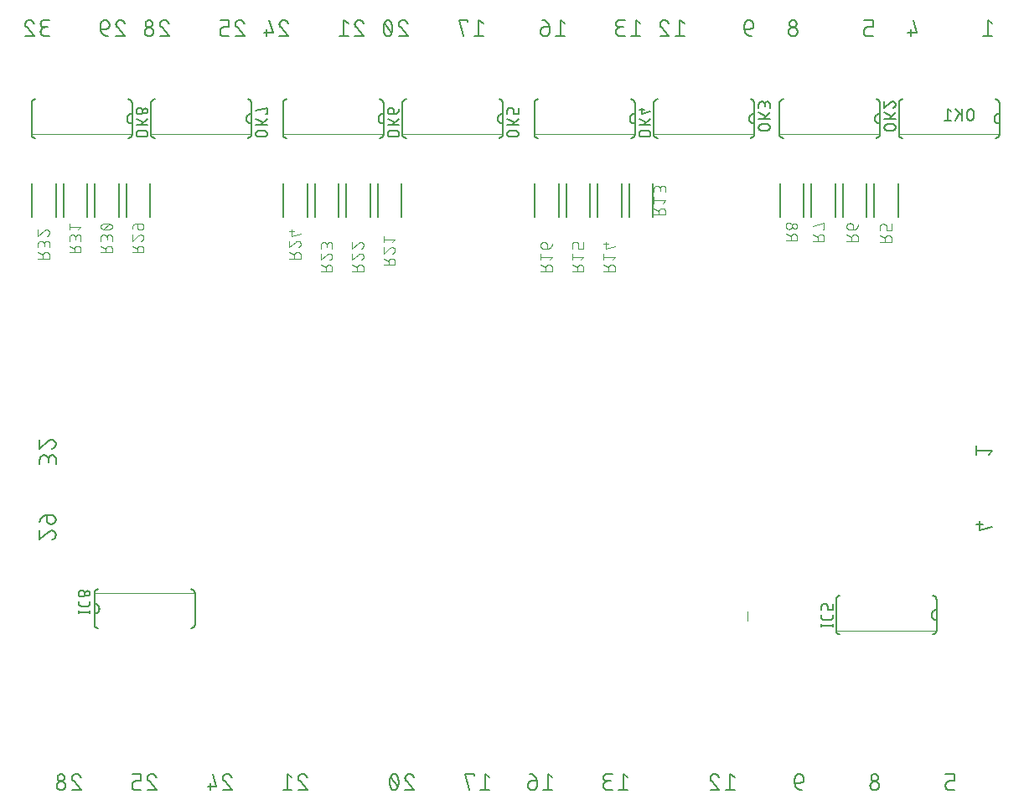
<source format=gbr>
G04 EAGLE Gerber RS-274X export*
G75*
%MOMM*%
%FSLAX34Y34*%
%LPD*%
%INSilkscreen Bottom*%
%IPPOS*%
%AMOC8*
5,1,8,0,0,1.08239X$1,22.5*%
G01*
%ADD10C,0.152400*%
%ADD11C,0.101600*%
%ADD12C,0.050800*%
%ADD13C,0.127000*%


D10*
X979876Y352157D02*
X983488Y356672D01*
X967232Y356672D01*
X967232Y352157D02*
X967232Y361188D01*
X983488Y279569D02*
X970844Y275957D01*
X970844Y284988D01*
X974457Y282279D02*
X967232Y282279D01*
X945388Y13462D02*
X939969Y13462D01*
X939851Y13464D01*
X939733Y13470D01*
X939615Y13479D01*
X939498Y13493D01*
X939381Y13510D01*
X939264Y13531D01*
X939149Y13556D01*
X939034Y13585D01*
X938920Y13618D01*
X938808Y13654D01*
X938697Y13694D01*
X938587Y13737D01*
X938478Y13784D01*
X938371Y13834D01*
X938266Y13889D01*
X938163Y13946D01*
X938062Y14007D01*
X937962Y14071D01*
X937865Y14138D01*
X937770Y14208D01*
X937678Y14282D01*
X937587Y14358D01*
X937500Y14438D01*
X937415Y14520D01*
X937333Y14605D01*
X937253Y14692D01*
X937177Y14783D01*
X937103Y14875D01*
X937033Y14970D01*
X936966Y15067D01*
X936902Y15167D01*
X936841Y15268D01*
X936784Y15371D01*
X936729Y15476D01*
X936679Y15583D01*
X936632Y15692D01*
X936589Y15802D01*
X936549Y15913D01*
X936513Y16025D01*
X936480Y16139D01*
X936451Y16254D01*
X936426Y16369D01*
X936405Y16486D01*
X936388Y16603D01*
X936374Y16720D01*
X936365Y16838D01*
X936359Y16956D01*
X936357Y17074D01*
X936357Y18881D01*
X936359Y18999D01*
X936365Y19117D01*
X936374Y19235D01*
X936388Y19352D01*
X936405Y19469D01*
X936426Y19586D01*
X936451Y19701D01*
X936480Y19816D01*
X936513Y19930D01*
X936549Y20042D01*
X936589Y20153D01*
X936632Y20263D01*
X936679Y20372D01*
X936729Y20479D01*
X936784Y20584D01*
X936841Y20687D01*
X936902Y20788D01*
X936966Y20888D01*
X937033Y20985D01*
X937103Y21080D01*
X937177Y21172D01*
X937253Y21263D01*
X937333Y21350D01*
X937415Y21435D01*
X937500Y21517D01*
X937587Y21597D01*
X937678Y21673D01*
X937770Y21747D01*
X937865Y21817D01*
X937962Y21884D01*
X938062Y21948D01*
X938163Y22009D01*
X938266Y22066D01*
X938371Y22121D01*
X938478Y22171D01*
X938587Y22218D01*
X938697Y22261D01*
X938808Y22301D01*
X938920Y22337D01*
X939034Y22370D01*
X939149Y22399D01*
X939264Y22424D01*
X939381Y22445D01*
X939498Y22462D01*
X939615Y22476D01*
X939733Y22485D01*
X939851Y22491D01*
X939969Y22493D01*
X945388Y22493D01*
X945388Y29718D01*
X936357Y29718D01*
X869188Y17978D02*
X869186Y18111D01*
X869180Y18243D01*
X869170Y18375D01*
X869157Y18507D01*
X869139Y18639D01*
X869118Y18769D01*
X869093Y18900D01*
X869064Y19029D01*
X869031Y19157D01*
X868995Y19285D01*
X868955Y19411D01*
X868911Y19536D01*
X868863Y19660D01*
X868812Y19782D01*
X868757Y19903D01*
X868699Y20022D01*
X868637Y20140D01*
X868572Y20255D01*
X868503Y20369D01*
X868432Y20480D01*
X868356Y20589D01*
X868278Y20696D01*
X868197Y20801D01*
X868112Y20903D01*
X868025Y21003D01*
X867935Y21100D01*
X867842Y21195D01*
X867746Y21286D01*
X867648Y21375D01*
X867547Y21461D01*
X867443Y21544D01*
X867337Y21624D01*
X867229Y21700D01*
X867119Y21774D01*
X867006Y21844D01*
X866892Y21911D01*
X866775Y21974D01*
X866657Y22034D01*
X866537Y22091D01*
X866415Y22144D01*
X866292Y22193D01*
X866168Y22239D01*
X866042Y22281D01*
X865915Y22319D01*
X865787Y22354D01*
X865658Y22385D01*
X865529Y22412D01*
X865398Y22435D01*
X865267Y22455D01*
X865135Y22470D01*
X865003Y22482D01*
X864871Y22490D01*
X864738Y22494D01*
X864606Y22494D01*
X864473Y22490D01*
X864341Y22482D01*
X864209Y22470D01*
X864077Y22455D01*
X863946Y22435D01*
X863815Y22412D01*
X863686Y22385D01*
X863557Y22354D01*
X863429Y22319D01*
X863302Y22281D01*
X863176Y22239D01*
X863052Y22193D01*
X862929Y22144D01*
X862807Y22091D01*
X862687Y22034D01*
X862569Y21974D01*
X862452Y21911D01*
X862338Y21844D01*
X862225Y21774D01*
X862115Y21700D01*
X862007Y21624D01*
X861901Y21544D01*
X861797Y21461D01*
X861696Y21375D01*
X861598Y21286D01*
X861502Y21195D01*
X861409Y21100D01*
X861319Y21003D01*
X861232Y20903D01*
X861147Y20801D01*
X861066Y20696D01*
X860988Y20589D01*
X860912Y20480D01*
X860841Y20369D01*
X860772Y20255D01*
X860707Y20140D01*
X860645Y20022D01*
X860587Y19903D01*
X860532Y19782D01*
X860481Y19660D01*
X860433Y19536D01*
X860389Y19411D01*
X860349Y19285D01*
X860313Y19157D01*
X860280Y19029D01*
X860251Y18900D01*
X860226Y18769D01*
X860205Y18639D01*
X860187Y18507D01*
X860174Y18375D01*
X860164Y18243D01*
X860158Y18111D01*
X860156Y17978D01*
X860158Y17845D01*
X860164Y17713D01*
X860174Y17581D01*
X860187Y17449D01*
X860205Y17317D01*
X860226Y17187D01*
X860251Y17056D01*
X860280Y16927D01*
X860313Y16799D01*
X860349Y16671D01*
X860389Y16545D01*
X860433Y16420D01*
X860481Y16296D01*
X860532Y16174D01*
X860587Y16053D01*
X860645Y15934D01*
X860707Y15816D01*
X860772Y15701D01*
X860841Y15587D01*
X860912Y15476D01*
X860988Y15367D01*
X861066Y15260D01*
X861147Y15155D01*
X861232Y15053D01*
X861319Y14953D01*
X861409Y14856D01*
X861502Y14761D01*
X861598Y14670D01*
X861696Y14581D01*
X861797Y14495D01*
X861901Y14412D01*
X862007Y14332D01*
X862115Y14256D01*
X862225Y14182D01*
X862338Y14112D01*
X862452Y14045D01*
X862569Y13982D01*
X862687Y13922D01*
X862807Y13865D01*
X862929Y13812D01*
X863052Y13763D01*
X863176Y13717D01*
X863302Y13675D01*
X863429Y13637D01*
X863557Y13602D01*
X863686Y13571D01*
X863815Y13544D01*
X863946Y13521D01*
X864077Y13501D01*
X864209Y13486D01*
X864341Y13474D01*
X864473Y13466D01*
X864606Y13462D01*
X864738Y13462D01*
X864871Y13466D01*
X865003Y13474D01*
X865135Y13486D01*
X865267Y13501D01*
X865398Y13521D01*
X865529Y13544D01*
X865658Y13571D01*
X865787Y13602D01*
X865915Y13637D01*
X866042Y13675D01*
X866168Y13717D01*
X866292Y13763D01*
X866415Y13812D01*
X866537Y13865D01*
X866657Y13922D01*
X866775Y13982D01*
X866892Y14045D01*
X867006Y14112D01*
X867119Y14182D01*
X867229Y14256D01*
X867337Y14332D01*
X867443Y14412D01*
X867547Y14495D01*
X867648Y14581D01*
X867746Y14670D01*
X867842Y14761D01*
X867935Y14856D01*
X868025Y14953D01*
X868112Y15053D01*
X868197Y15155D01*
X868278Y15260D01*
X868356Y15367D01*
X868432Y15476D01*
X868503Y15587D01*
X868572Y15701D01*
X868637Y15816D01*
X868699Y15934D01*
X868757Y16053D01*
X868812Y16174D01*
X868863Y16296D01*
X868911Y16420D01*
X868955Y16545D01*
X868995Y16671D01*
X869031Y16799D01*
X869064Y16927D01*
X869093Y17056D01*
X869118Y17187D01*
X869139Y17317D01*
X869157Y17449D01*
X869170Y17581D01*
X869180Y17713D01*
X869186Y17845D01*
X869188Y17978D01*
X868284Y26106D02*
X868282Y26225D01*
X868276Y26345D01*
X868266Y26464D01*
X868252Y26582D01*
X868235Y26701D01*
X868213Y26818D01*
X868188Y26935D01*
X868158Y27050D01*
X868125Y27165D01*
X868088Y27279D01*
X868048Y27391D01*
X868003Y27502D01*
X867955Y27611D01*
X867904Y27719D01*
X867849Y27825D01*
X867790Y27929D01*
X867728Y28031D01*
X867663Y28131D01*
X867594Y28229D01*
X867522Y28325D01*
X867447Y28418D01*
X867370Y28508D01*
X867289Y28596D01*
X867205Y28681D01*
X867118Y28763D01*
X867029Y28843D01*
X866937Y28919D01*
X866843Y28993D01*
X866746Y29063D01*
X866648Y29130D01*
X866547Y29194D01*
X866443Y29254D01*
X866338Y29311D01*
X866231Y29364D01*
X866123Y29414D01*
X866013Y29460D01*
X865901Y29502D01*
X865788Y29541D01*
X865674Y29576D01*
X865559Y29607D01*
X865442Y29635D01*
X865325Y29658D01*
X865208Y29678D01*
X865089Y29694D01*
X864970Y29706D01*
X864851Y29714D01*
X864732Y29718D01*
X864612Y29718D01*
X864493Y29714D01*
X864374Y29706D01*
X864255Y29694D01*
X864136Y29678D01*
X864019Y29658D01*
X863902Y29635D01*
X863785Y29607D01*
X863670Y29576D01*
X863556Y29541D01*
X863443Y29502D01*
X863331Y29460D01*
X863221Y29414D01*
X863113Y29364D01*
X863006Y29311D01*
X862901Y29254D01*
X862797Y29194D01*
X862696Y29130D01*
X862598Y29063D01*
X862501Y28993D01*
X862407Y28919D01*
X862315Y28843D01*
X862226Y28763D01*
X862139Y28681D01*
X862055Y28596D01*
X861974Y28508D01*
X861897Y28418D01*
X861822Y28325D01*
X861750Y28229D01*
X861681Y28131D01*
X861616Y28031D01*
X861554Y27929D01*
X861495Y27825D01*
X861440Y27719D01*
X861389Y27611D01*
X861341Y27502D01*
X861296Y27391D01*
X861256Y27279D01*
X861219Y27165D01*
X861186Y27050D01*
X861156Y26935D01*
X861131Y26818D01*
X861109Y26701D01*
X861092Y26582D01*
X861078Y26464D01*
X861068Y26345D01*
X861062Y26225D01*
X861060Y26106D01*
X861062Y25987D01*
X861068Y25867D01*
X861078Y25748D01*
X861092Y25630D01*
X861109Y25511D01*
X861131Y25394D01*
X861156Y25277D01*
X861186Y25162D01*
X861219Y25047D01*
X861256Y24933D01*
X861296Y24821D01*
X861341Y24710D01*
X861389Y24601D01*
X861440Y24493D01*
X861495Y24387D01*
X861554Y24283D01*
X861616Y24181D01*
X861681Y24081D01*
X861750Y23983D01*
X861822Y23887D01*
X861897Y23794D01*
X861974Y23704D01*
X862055Y23616D01*
X862139Y23531D01*
X862226Y23449D01*
X862315Y23369D01*
X862407Y23293D01*
X862501Y23219D01*
X862598Y23149D01*
X862696Y23082D01*
X862797Y23018D01*
X862901Y22958D01*
X863006Y22901D01*
X863113Y22848D01*
X863221Y22798D01*
X863331Y22752D01*
X863443Y22710D01*
X863556Y22671D01*
X863670Y22636D01*
X863785Y22605D01*
X863902Y22577D01*
X864019Y22554D01*
X864136Y22534D01*
X864255Y22518D01*
X864374Y22506D01*
X864493Y22498D01*
X864612Y22494D01*
X864732Y22494D01*
X864851Y22498D01*
X864970Y22506D01*
X865089Y22518D01*
X865208Y22534D01*
X865325Y22554D01*
X865442Y22577D01*
X865559Y22605D01*
X865674Y22636D01*
X865788Y22671D01*
X865901Y22710D01*
X866013Y22752D01*
X866123Y22798D01*
X866231Y22848D01*
X866338Y22901D01*
X866443Y22958D01*
X866547Y23018D01*
X866648Y23082D01*
X866746Y23149D01*
X866843Y23219D01*
X866937Y23293D01*
X867029Y23369D01*
X867118Y23449D01*
X867205Y23531D01*
X867289Y23616D01*
X867370Y23704D01*
X867447Y23794D01*
X867522Y23887D01*
X867594Y23983D01*
X867663Y24081D01*
X867728Y24181D01*
X867790Y24283D01*
X867849Y24387D01*
X867904Y24493D01*
X867955Y24601D01*
X868003Y24710D01*
X868048Y24821D01*
X868088Y24933D01*
X868125Y25047D01*
X868158Y25162D01*
X868188Y25277D01*
X868213Y25394D01*
X868235Y25511D01*
X868252Y25630D01*
X868266Y25748D01*
X868276Y25867D01*
X868282Y25987D01*
X868284Y26106D01*
X789376Y20687D02*
X783957Y20687D01*
X789376Y20687D02*
X789494Y20689D01*
X789612Y20695D01*
X789730Y20704D01*
X789847Y20718D01*
X789964Y20735D01*
X790081Y20756D01*
X790196Y20781D01*
X790311Y20810D01*
X790425Y20843D01*
X790537Y20879D01*
X790648Y20919D01*
X790758Y20962D01*
X790867Y21009D01*
X790974Y21059D01*
X791079Y21114D01*
X791182Y21171D01*
X791283Y21232D01*
X791383Y21296D01*
X791480Y21363D01*
X791575Y21433D01*
X791667Y21507D01*
X791758Y21583D01*
X791845Y21663D01*
X791930Y21745D01*
X792012Y21830D01*
X792092Y21917D01*
X792168Y22008D01*
X792242Y22100D01*
X792312Y22195D01*
X792379Y22292D01*
X792443Y22392D01*
X792504Y22493D01*
X792561Y22596D01*
X792616Y22701D01*
X792666Y22808D01*
X792713Y22917D01*
X792756Y23027D01*
X792796Y23138D01*
X792832Y23250D01*
X792865Y23364D01*
X792894Y23479D01*
X792919Y23594D01*
X792940Y23711D01*
X792957Y23828D01*
X792971Y23945D01*
X792980Y24063D01*
X792986Y24181D01*
X792988Y24299D01*
X792988Y25202D01*
X792986Y25335D01*
X792980Y25467D01*
X792970Y25599D01*
X792957Y25731D01*
X792939Y25863D01*
X792918Y25993D01*
X792893Y26124D01*
X792864Y26253D01*
X792831Y26381D01*
X792795Y26509D01*
X792755Y26635D01*
X792711Y26760D01*
X792663Y26884D01*
X792612Y27006D01*
X792557Y27127D01*
X792499Y27246D01*
X792437Y27364D01*
X792372Y27479D01*
X792303Y27593D01*
X792232Y27704D01*
X792156Y27813D01*
X792078Y27920D01*
X791997Y28025D01*
X791912Y28127D01*
X791825Y28227D01*
X791735Y28324D01*
X791642Y28419D01*
X791546Y28510D01*
X791448Y28599D01*
X791347Y28685D01*
X791243Y28768D01*
X791137Y28848D01*
X791029Y28924D01*
X790919Y28998D01*
X790806Y29068D01*
X790692Y29135D01*
X790575Y29198D01*
X790457Y29258D01*
X790337Y29315D01*
X790215Y29368D01*
X790092Y29417D01*
X789968Y29463D01*
X789842Y29505D01*
X789715Y29543D01*
X789587Y29578D01*
X789458Y29609D01*
X789329Y29636D01*
X789198Y29659D01*
X789067Y29679D01*
X788935Y29694D01*
X788803Y29706D01*
X788671Y29714D01*
X788538Y29718D01*
X788406Y29718D01*
X788273Y29714D01*
X788141Y29706D01*
X788009Y29694D01*
X787877Y29679D01*
X787746Y29659D01*
X787615Y29636D01*
X787486Y29609D01*
X787357Y29578D01*
X787229Y29543D01*
X787102Y29505D01*
X786976Y29463D01*
X786852Y29417D01*
X786729Y29368D01*
X786607Y29315D01*
X786487Y29258D01*
X786369Y29198D01*
X786252Y29135D01*
X786138Y29068D01*
X786025Y28998D01*
X785915Y28924D01*
X785807Y28848D01*
X785701Y28768D01*
X785597Y28685D01*
X785496Y28599D01*
X785398Y28510D01*
X785302Y28419D01*
X785209Y28324D01*
X785119Y28227D01*
X785032Y28127D01*
X784947Y28025D01*
X784866Y27920D01*
X784788Y27813D01*
X784712Y27704D01*
X784641Y27593D01*
X784572Y27479D01*
X784507Y27364D01*
X784445Y27246D01*
X784387Y27127D01*
X784332Y27006D01*
X784281Y26884D01*
X784233Y26760D01*
X784189Y26635D01*
X784149Y26509D01*
X784113Y26381D01*
X784080Y26253D01*
X784051Y26124D01*
X784026Y25993D01*
X784005Y25863D01*
X783987Y25731D01*
X783974Y25599D01*
X783964Y25467D01*
X783958Y25335D01*
X783956Y25202D01*
X783957Y25202D02*
X783957Y20687D01*
X783959Y20512D01*
X783965Y20338D01*
X783976Y20164D01*
X783991Y19990D01*
X784010Y19816D01*
X784033Y19643D01*
X784060Y19471D01*
X784092Y19299D01*
X784127Y19128D01*
X784167Y18958D01*
X784211Y18789D01*
X784259Y18621D01*
X784311Y18454D01*
X784367Y18289D01*
X784427Y18125D01*
X784490Y17962D01*
X784558Y17802D01*
X784630Y17642D01*
X784705Y17485D01*
X784785Y17329D01*
X784868Y17176D01*
X784954Y17024D01*
X785045Y16875D01*
X785139Y16728D01*
X785236Y16583D01*
X785337Y16440D01*
X785441Y16300D01*
X785549Y16163D01*
X785660Y16028D01*
X785774Y15896D01*
X785891Y15767D01*
X786012Y15640D01*
X786135Y15517D01*
X786262Y15396D01*
X786391Y15279D01*
X786523Y15165D01*
X786658Y15054D01*
X786795Y14946D01*
X786935Y14842D01*
X787078Y14741D01*
X787223Y14644D01*
X787370Y14550D01*
X787519Y14459D01*
X787671Y14373D01*
X787824Y14290D01*
X787980Y14210D01*
X788137Y14135D01*
X788297Y14063D01*
X788457Y13995D01*
X788620Y13932D01*
X788784Y13872D01*
X788949Y13816D01*
X789116Y13764D01*
X789284Y13716D01*
X789453Y13672D01*
X789623Y13632D01*
X789794Y13597D01*
X789966Y13565D01*
X790138Y13538D01*
X790311Y13515D01*
X790485Y13496D01*
X790659Y13481D01*
X790833Y13470D01*
X791007Y13464D01*
X791182Y13462D01*
X723138Y26106D02*
X718622Y29718D01*
X718622Y13462D01*
X714107Y13462D02*
X723138Y13462D01*
X702540Y29718D02*
X702415Y29716D01*
X702290Y29710D01*
X702165Y29701D01*
X702041Y29687D01*
X701917Y29670D01*
X701793Y29649D01*
X701671Y29624D01*
X701549Y29595D01*
X701428Y29563D01*
X701308Y29527D01*
X701189Y29487D01*
X701072Y29444D01*
X700956Y29397D01*
X700841Y29346D01*
X700729Y29292D01*
X700617Y29234D01*
X700508Y29174D01*
X700401Y29109D01*
X700295Y29042D01*
X700192Y28971D01*
X700091Y28897D01*
X699992Y28820D01*
X699896Y28740D01*
X699802Y28657D01*
X699711Y28572D01*
X699622Y28483D01*
X699537Y28392D01*
X699454Y28298D01*
X699374Y28202D01*
X699297Y28103D01*
X699223Y28002D01*
X699152Y27899D01*
X699085Y27793D01*
X699020Y27686D01*
X698960Y27577D01*
X698902Y27465D01*
X698848Y27353D01*
X698797Y27238D01*
X698750Y27122D01*
X698707Y27005D01*
X698667Y26886D01*
X698631Y26766D01*
X698599Y26645D01*
X698570Y26523D01*
X698545Y26401D01*
X698524Y26277D01*
X698507Y26153D01*
X698493Y26029D01*
X698484Y25904D01*
X698478Y25779D01*
X698476Y25654D01*
X702540Y29718D02*
X702683Y29716D01*
X702825Y29710D01*
X702968Y29700D01*
X703110Y29687D01*
X703251Y29669D01*
X703393Y29648D01*
X703533Y29623D01*
X703673Y29594D01*
X703812Y29561D01*
X703950Y29524D01*
X704087Y29484D01*
X704222Y29440D01*
X704357Y29392D01*
X704490Y29340D01*
X704622Y29285D01*
X704752Y29226D01*
X704880Y29164D01*
X705007Y29098D01*
X705132Y29029D01*
X705255Y28957D01*
X705376Y28881D01*
X705494Y28802D01*
X705611Y28719D01*
X705725Y28634D01*
X705837Y28545D01*
X705946Y28454D01*
X706053Y28359D01*
X706158Y28262D01*
X706259Y28161D01*
X706358Y28058D01*
X706454Y27953D01*
X706547Y27844D01*
X706637Y27733D01*
X706724Y27620D01*
X706808Y27505D01*
X706888Y27387D01*
X706966Y27267D01*
X707040Y27145D01*
X707110Y27021D01*
X707178Y26895D01*
X707241Y26767D01*
X707302Y26638D01*
X707359Y26507D01*
X707412Y26375D01*
X707461Y26241D01*
X707507Y26106D01*
X699831Y22493D02*
X699737Y22585D01*
X699647Y22679D01*
X699559Y22776D01*
X699474Y22876D01*
X699392Y22978D01*
X699313Y23083D01*
X699238Y23190D01*
X699166Y23299D01*
X699097Y23410D01*
X699031Y23524D01*
X698969Y23639D01*
X698910Y23756D01*
X698855Y23875D01*
X698804Y23995D01*
X698756Y24117D01*
X698711Y24240D01*
X698671Y24364D01*
X698634Y24490D01*
X698601Y24617D01*
X698572Y24744D01*
X698546Y24873D01*
X698525Y25002D01*
X698507Y25132D01*
X698494Y25262D01*
X698484Y25392D01*
X698478Y25523D01*
X698476Y25654D01*
X699830Y22493D02*
X707507Y13462D01*
X698476Y13462D01*
X615188Y26106D02*
X610672Y29718D01*
X610672Y13462D01*
X606157Y13462D02*
X615188Y13462D01*
X599557Y13462D02*
X595041Y13462D01*
X594908Y13464D01*
X594776Y13470D01*
X594644Y13480D01*
X594512Y13493D01*
X594380Y13511D01*
X594250Y13532D01*
X594119Y13557D01*
X593990Y13586D01*
X593862Y13619D01*
X593734Y13655D01*
X593608Y13695D01*
X593483Y13739D01*
X593359Y13787D01*
X593237Y13838D01*
X593116Y13893D01*
X592997Y13951D01*
X592879Y14013D01*
X592764Y14078D01*
X592650Y14147D01*
X592539Y14218D01*
X592430Y14294D01*
X592323Y14372D01*
X592218Y14453D01*
X592116Y14538D01*
X592016Y14625D01*
X591919Y14715D01*
X591824Y14808D01*
X591733Y14904D01*
X591644Y15002D01*
X591558Y15103D01*
X591475Y15207D01*
X591395Y15313D01*
X591319Y15421D01*
X591245Y15531D01*
X591175Y15644D01*
X591108Y15758D01*
X591045Y15875D01*
X590985Y15993D01*
X590928Y16113D01*
X590875Y16235D01*
X590826Y16358D01*
X590780Y16482D01*
X590738Y16608D01*
X590700Y16735D01*
X590665Y16863D01*
X590634Y16992D01*
X590607Y17121D01*
X590584Y17252D01*
X590564Y17383D01*
X590549Y17515D01*
X590537Y17647D01*
X590529Y17779D01*
X590525Y17912D01*
X590525Y18044D01*
X590529Y18177D01*
X590537Y18309D01*
X590549Y18441D01*
X590564Y18573D01*
X590584Y18704D01*
X590607Y18835D01*
X590634Y18964D01*
X590665Y19093D01*
X590700Y19221D01*
X590738Y19348D01*
X590780Y19474D01*
X590826Y19598D01*
X590875Y19721D01*
X590928Y19843D01*
X590985Y19963D01*
X591045Y20081D01*
X591108Y20198D01*
X591175Y20312D01*
X591245Y20425D01*
X591319Y20535D01*
X591395Y20643D01*
X591475Y20749D01*
X591558Y20853D01*
X591644Y20954D01*
X591733Y21052D01*
X591824Y21148D01*
X591919Y21241D01*
X592016Y21331D01*
X592116Y21418D01*
X592218Y21503D01*
X592323Y21584D01*
X592430Y21662D01*
X592539Y21738D01*
X592650Y21809D01*
X592764Y21878D01*
X592879Y21943D01*
X592997Y22005D01*
X593116Y22063D01*
X593237Y22118D01*
X593359Y22169D01*
X593483Y22217D01*
X593608Y22261D01*
X593734Y22301D01*
X593862Y22337D01*
X593990Y22370D01*
X594119Y22399D01*
X594250Y22424D01*
X594380Y22445D01*
X594512Y22463D01*
X594644Y22476D01*
X594776Y22486D01*
X594908Y22492D01*
X595041Y22494D01*
X594138Y29718D02*
X599557Y29718D01*
X594138Y29718D02*
X594019Y29716D01*
X593899Y29710D01*
X593780Y29700D01*
X593662Y29686D01*
X593543Y29669D01*
X593426Y29647D01*
X593309Y29622D01*
X593194Y29592D01*
X593079Y29559D01*
X592965Y29522D01*
X592853Y29482D01*
X592742Y29437D01*
X592633Y29389D01*
X592525Y29338D01*
X592419Y29283D01*
X592315Y29224D01*
X592213Y29162D01*
X592113Y29097D01*
X592015Y29028D01*
X591919Y28956D01*
X591826Y28881D01*
X591736Y28804D01*
X591648Y28723D01*
X591563Y28639D01*
X591481Y28552D01*
X591401Y28463D01*
X591325Y28371D01*
X591251Y28277D01*
X591181Y28180D01*
X591114Y28082D01*
X591050Y27981D01*
X590990Y27877D01*
X590933Y27772D01*
X590880Y27665D01*
X590830Y27557D01*
X590784Y27447D01*
X590742Y27335D01*
X590703Y27222D01*
X590668Y27108D01*
X590637Y26993D01*
X590609Y26876D01*
X590586Y26759D01*
X590566Y26642D01*
X590550Y26523D01*
X590538Y26404D01*
X590530Y26285D01*
X590526Y26166D01*
X590526Y26046D01*
X590530Y25927D01*
X590538Y25808D01*
X590550Y25689D01*
X590566Y25570D01*
X590586Y25453D01*
X590609Y25336D01*
X590637Y25219D01*
X590668Y25104D01*
X590703Y24990D01*
X590742Y24877D01*
X590784Y24765D01*
X590830Y24655D01*
X590880Y24547D01*
X590933Y24440D01*
X590990Y24335D01*
X591050Y24231D01*
X591114Y24130D01*
X591181Y24032D01*
X591251Y23935D01*
X591325Y23841D01*
X591401Y23749D01*
X591481Y23660D01*
X591563Y23573D01*
X591648Y23489D01*
X591736Y23408D01*
X591826Y23331D01*
X591919Y23256D01*
X592015Y23184D01*
X592113Y23115D01*
X592213Y23050D01*
X592315Y22988D01*
X592419Y22929D01*
X592525Y22874D01*
X592633Y22823D01*
X592742Y22775D01*
X592853Y22730D01*
X592965Y22690D01*
X593079Y22653D01*
X593194Y22620D01*
X593309Y22590D01*
X593426Y22565D01*
X593543Y22543D01*
X593662Y22526D01*
X593780Y22512D01*
X593899Y22502D01*
X594019Y22496D01*
X594138Y22494D01*
X594138Y22493D02*
X597751Y22493D01*
X538988Y26106D02*
X534472Y29718D01*
X534472Y13462D01*
X529957Y13462D02*
X538988Y13462D01*
X523357Y22493D02*
X517938Y22493D01*
X517820Y22491D01*
X517702Y22485D01*
X517584Y22476D01*
X517467Y22462D01*
X517350Y22445D01*
X517233Y22424D01*
X517118Y22399D01*
X517003Y22370D01*
X516889Y22337D01*
X516777Y22301D01*
X516666Y22261D01*
X516556Y22218D01*
X516447Y22171D01*
X516340Y22121D01*
X516235Y22066D01*
X516132Y22009D01*
X516031Y21948D01*
X515931Y21884D01*
X515834Y21817D01*
X515739Y21747D01*
X515647Y21673D01*
X515556Y21597D01*
X515469Y21517D01*
X515384Y21435D01*
X515302Y21350D01*
X515222Y21263D01*
X515146Y21172D01*
X515072Y21080D01*
X515002Y20985D01*
X514935Y20888D01*
X514871Y20788D01*
X514810Y20687D01*
X514753Y20584D01*
X514698Y20479D01*
X514648Y20372D01*
X514601Y20263D01*
X514558Y20153D01*
X514518Y20042D01*
X514482Y19930D01*
X514449Y19816D01*
X514420Y19701D01*
X514395Y19586D01*
X514374Y19469D01*
X514357Y19352D01*
X514343Y19235D01*
X514334Y19117D01*
X514328Y18999D01*
X514326Y18881D01*
X514326Y17978D01*
X514325Y17978D02*
X514327Y17845D01*
X514333Y17713D01*
X514343Y17581D01*
X514356Y17449D01*
X514374Y17317D01*
X514395Y17187D01*
X514420Y17056D01*
X514449Y16927D01*
X514482Y16799D01*
X514518Y16671D01*
X514558Y16545D01*
X514602Y16420D01*
X514650Y16296D01*
X514701Y16174D01*
X514756Y16053D01*
X514814Y15934D01*
X514876Y15816D01*
X514941Y15701D01*
X515010Y15587D01*
X515081Y15476D01*
X515157Y15367D01*
X515235Y15260D01*
X515316Y15155D01*
X515401Y15053D01*
X515488Y14953D01*
X515578Y14856D01*
X515671Y14761D01*
X515767Y14670D01*
X515865Y14581D01*
X515966Y14495D01*
X516070Y14412D01*
X516176Y14332D01*
X516284Y14256D01*
X516394Y14182D01*
X516507Y14112D01*
X516621Y14045D01*
X516738Y13982D01*
X516856Y13922D01*
X516976Y13865D01*
X517098Y13812D01*
X517221Y13763D01*
X517345Y13717D01*
X517471Y13675D01*
X517598Y13637D01*
X517726Y13602D01*
X517855Y13571D01*
X517984Y13544D01*
X518115Y13521D01*
X518246Y13501D01*
X518378Y13486D01*
X518510Y13474D01*
X518642Y13466D01*
X518775Y13462D01*
X518907Y13462D01*
X519040Y13466D01*
X519172Y13474D01*
X519304Y13486D01*
X519436Y13501D01*
X519567Y13521D01*
X519698Y13544D01*
X519827Y13571D01*
X519956Y13602D01*
X520084Y13637D01*
X520211Y13675D01*
X520337Y13717D01*
X520461Y13763D01*
X520584Y13812D01*
X520706Y13865D01*
X520826Y13922D01*
X520944Y13982D01*
X521061Y14045D01*
X521175Y14112D01*
X521288Y14182D01*
X521398Y14256D01*
X521506Y14332D01*
X521612Y14412D01*
X521716Y14495D01*
X521817Y14581D01*
X521915Y14670D01*
X522011Y14761D01*
X522104Y14856D01*
X522194Y14953D01*
X522281Y15053D01*
X522366Y15155D01*
X522447Y15260D01*
X522525Y15367D01*
X522601Y15476D01*
X522672Y15587D01*
X522741Y15701D01*
X522806Y15816D01*
X522868Y15934D01*
X522926Y16053D01*
X522981Y16174D01*
X523032Y16296D01*
X523080Y16420D01*
X523124Y16545D01*
X523164Y16671D01*
X523200Y16799D01*
X523233Y16927D01*
X523262Y17056D01*
X523287Y17187D01*
X523308Y17317D01*
X523326Y17449D01*
X523339Y17581D01*
X523349Y17713D01*
X523355Y17845D01*
X523357Y17978D01*
X523357Y22493D01*
X523355Y22668D01*
X523349Y22842D01*
X523338Y23016D01*
X523323Y23190D01*
X523304Y23364D01*
X523281Y23537D01*
X523254Y23709D01*
X523222Y23881D01*
X523187Y24052D01*
X523147Y24222D01*
X523103Y24391D01*
X523055Y24559D01*
X523003Y24726D01*
X522947Y24891D01*
X522887Y25055D01*
X522824Y25218D01*
X522756Y25378D01*
X522684Y25538D01*
X522609Y25695D01*
X522529Y25851D01*
X522446Y26004D01*
X522360Y26156D01*
X522269Y26305D01*
X522175Y26452D01*
X522078Y26597D01*
X521977Y26740D01*
X521873Y26880D01*
X521765Y27017D01*
X521654Y27152D01*
X521540Y27284D01*
X521423Y27413D01*
X521302Y27540D01*
X521179Y27663D01*
X521052Y27784D01*
X520923Y27901D01*
X520791Y28015D01*
X520656Y28126D01*
X520519Y28234D01*
X520379Y28338D01*
X520236Y28439D01*
X520091Y28536D01*
X519944Y28630D01*
X519795Y28721D01*
X519643Y28807D01*
X519490Y28890D01*
X519334Y28970D01*
X519177Y29045D01*
X519017Y29117D01*
X518857Y29185D01*
X518694Y29248D01*
X518530Y29308D01*
X518365Y29364D01*
X518198Y29416D01*
X518030Y29464D01*
X517861Y29508D01*
X517691Y29548D01*
X517520Y29583D01*
X517348Y29615D01*
X517176Y29642D01*
X517003Y29665D01*
X516829Y29684D01*
X516655Y29699D01*
X516481Y29710D01*
X516307Y29716D01*
X516132Y29718D01*
X475488Y26106D02*
X470972Y29718D01*
X470972Y13462D01*
X466457Y13462D02*
X475488Y13462D01*
X459857Y27912D02*
X459857Y29718D01*
X450826Y29718D01*
X455341Y13462D01*
X394321Y29718D02*
X394196Y29716D01*
X394071Y29710D01*
X393946Y29701D01*
X393822Y29687D01*
X393698Y29670D01*
X393574Y29649D01*
X393452Y29624D01*
X393330Y29595D01*
X393209Y29563D01*
X393089Y29527D01*
X392970Y29487D01*
X392853Y29444D01*
X392737Y29397D01*
X392622Y29346D01*
X392510Y29292D01*
X392398Y29234D01*
X392289Y29174D01*
X392182Y29109D01*
X392076Y29042D01*
X391973Y28971D01*
X391872Y28897D01*
X391773Y28820D01*
X391677Y28740D01*
X391583Y28657D01*
X391492Y28572D01*
X391403Y28483D01*
X391318Y28392D01*
X391235Y28298D01*
X391155Y28202D01*
X391078Y28103D01*
X391004Y28002D01*
X390933Y27899D01*
X390866Y27793D01*
X390801Y27686D01*
X390741Y27577D01*
X390683Y27465D01*
X390629Y27353D01*
X390578Y27238D01*
X390531Y27122D01*
X390488Y27005D01*
X390448Y26886D01*
X390412Y26766D01*
X390380Y26645D01*
X390351Y26523D01*
X390326Y26401D01*
X390305Y26277D01*
X390288Y26153D01*
X390274Y26029D01*
X390265Y25904D01*
X390259Y25779D01*
X390257Y25654D01*
X394321Y29718D02*
X394464Y29716D01*
X394606Y29710D01*
X394749Y29700D01*
X394891Y29687D01*
X395032Y29669D01*
X395174Y29648D01*
X395314Y29623D01*
X395454Y29594D01*
X395593Y29561D01*
X395731Y29524D01*
X395868Y29484D01*
X396003Y29440D01*
X396138Y29392D01*
X396271Y29340D01*
X396403Y29285D01*
X396533Y29226D01*
X396661Y29164D01*
X396788Y29098D01*
X396913Y29029D01*
X397036Y28957D01*
X397157Y28881D01*
X397275Y28802D01*
X397392Y28719D01*
X397506Y28634D01*
X397618Y28545D01*
X397727Y28454D01*
X397834Y28359D01*
X397939Y28262D01*
X398040Y28161D01*
X398139Y28058D01*
X398235Y27953D01*
X398328Y27844D01*
X398418Y27733D01*
X398505Y27620D01*
X398589Y27505D01*
X398669Y27387D01*
X398747Y27267D01*
X398821Y27145D01*
X398891Y27021D01*
X398959Y26895D01*
X399022Y26767D01*
X399083Y26638D01*
X399140Y26507D01*
X399193Y26375D01*
X399242Y26241D01*
X399288Y26106D01*
X391612Y22493D02*
X391518Y22585D01*
X391428Y22679D01*
X391340Y22776D01*
X391255Y22876D01*
X391173Y22978D01*
X391094Y23083D01*
X391019Y23190D01*
X390947Y23299D01*
X390878Y23410D01*
X390812Y23524D01*
X390750Y23639D01*
X390691Y23756D01*
X390636Y23875D01*
X390585Y23995D01*
X390537Y24117D01*
X390492Y24240D01*
X390452Y24364D01*
X390415Y24490D01*
X390382Y24617D01*
X390353Y24744D01*
X390327Y24873D01*
X390306Y25002D01*
X390288Y25132D01*
X390275Y25262D01*
X390265Y25392D01*
X390259Y25523D01*
X390257Y25654D01*
X391612Y22493D02*
X399288Y13462D01*
X390257Y13462D01*
X383657Y21590D02*
X383653Y21910D01*
X383642Y22229D01*
X383623Y22549D01*
X383596Y22867D01*
X383562Y23185D01*
X383520Y23502D01*
X383470Y23818D01*
X383413Y24133D01*
X383349Y24446D01*
X383277Y24758D01*
X383198Y25068D01*
X383111Y25375D01*
X383017Y25681D01*
X382916Y25984D01*
X382807Y26285D01*
X382692Y26583D01*
X382569Y26879D01*
X382439Y27171D01*
X382302Y27460D01*
X382302Y27461D02*
X382263Y27569D01*
X382220Y27676D01*
X382174Y27781D01*
X382123Y27885D01*
X382070Y27987D01*
X382013Y28087D01*
X381952Y28185D01*
X381888Y28280D01*
X381821Y28374D01*
X381750Y28465D01*
X381677Y28554D01*
X381600Y28640D01*
X381521Y28723D01*
X381439Y28804D01*
X381354Y28882D01*
X381266Y28956D01*
X381176Y29028D01*
X381084Y29096D01*
X380989Y29162D01*
X380892Y29224D01*
X380793Y29282D01*
X380691Y29338D01*
X380589Y29389D01*
X380484Y29437D01*
X380378Y29482D01*
X380270Y29523D01*
X380161Y29560D01*
X380051Y29593D01*
X379939Y29622D01*
X379827Y29648D01*
X379714Y29670D01*
X379600Y29687D01*
X379486Y29701D01*
X379371Y29711D01*
X379256Y29717D01*
X379141Y29719D01*
X379141Y29718D02*
X379026Y29716D01*
X378911Y29710D01*
X378796Y29700D01*
X378682Y29686D01*
X378568Y29669D01*
X378455Y29647D01*
X378343Y29621D01*
X378231Y29592D01*
X378121Y29559D01*
X378012Y29522D01*
X377904Y29481D01*
X377798Y29436D01*
X377694Y29388D01*
X377591Y29337D01*
X377490Y29281D01*
X377390Y29223D01*
X377293Y29161D01*
X377199Y29096D01*
X377106Y29027D01*
X377016Y28955D01*
X376928Y28881D01*
X376843Y28803D01*
X376761Y28722D01*
X376682Y28639D01*
X376605Y28553D01*
X376532Y28464D01*
X376461Y28373D01*
X376394Y28279D01*
X376330Y28184D01*
X376269Y28086D01*
X376212Y27986D01*
X376159Y27884D01*
X376108Y27780D01*
X376062Y27675D01*
X376019Y27568D01*
X375980Y27460D01*
X375981Y27460D02*
X375844Y27171D01*
X375714Y26879D01*
X375591Y26583D01*
X375476Y26285D01*
X375367Y25984D01*
X375266Y25681D01*
X375172Y25375D01*
X375085Y25068D01*
X375006Y24758D01*
X374934Y24446D01*
X374870Y24133D01*
X374813Y23818D01*
X374763Y23502D01*
X374721Y23185D01*
X374687Y22867D01*
X374660Y22549D01*
X374641Y22229D01*
X374630Y21910D01*
X374626Y21590D01*
X383656Y21590D02*
X383652Y21270D01*
X383641Y20951D01*
X383622Y20631D01*
X383595Y20313D01*
X383561Y19995D01*
X383519Y19678D01*
X383469Y19362D01*
X383412Y19047D01*
X383348Y18734D01*
X383276Y18422D01*
X383197Y18112D01*
X383110Y17805D01*
X383016Y17499D01*
X382915Y17196D01*
X382806Y16895D01*
X382691Y16597D01*
X382568Y16301D01*
X382438Y16009D01*
X382301Y15720D01*
X382302Y15720D02*
X382263Y15612D01*
X382220Y15505D01*
X382174Y15400D01*
X382123Y15296D01*
X382070Y15194D01*
X382013Y15094D01*
X381952Y14996D01*
X381888Y14901D01*
X381821Y14807D01*
X381750Y14716D01*
X381677Y14627D01*
X381600Y14541D01*
X381521Y14458D01*
X381439Y14377D01*
X381354Y14299D01*
X381266Y14225D01*
X381176Y14153D01*
X381083Y14084D01*
X380989Y14019D01*
X380892Y13957D01*
X380792Y13899D01*
X380691Y13843D01*
X380589Y13792D01*
X380484Y13744D01*
X380378Y13699D01*
X380270Y13658D01*
X380161Y13621D01*
X380051Y13588D01*
X379939Y13559D01*
X379827Y13533D01*
X379714Y13511D01*
X379600Y13494D01*
X379486Y13480D01*
X379371Y13470D01*
X379256Y13464D01*
X379141Y13462D01*
X375981Y15720D02*
X375844Y16009D01*
X375714Y16301D01*
X375591Y16597D01*
X375476Y16895D01*
X375367Y17196D01*
X375266Y17499D01*
X375172Y17805D01*
X375085Y18112D01*
X375006Y18422D01*
X374934Y18734D01*
X374870Y19047D01*
X374813Y19362D01*
X374763Y19678D01*
X374721Y19995D01*
X374687Y20313D01*
X374660Y20631D01*
X374641Y20951D01*
X374630Y21270D01*
X374626Y21590D01*
X375980Y15720D02*
X376019Y15612D01*
X376062Y15505D01*
X376108Y15400D01*
X376159Y15296D01*
X376212Y15194D01*
X376270Y15094D01*
X376330Y14996D01*
X376394Y14901D01*
X376461Y14807D01*
X376532Y14716D01*
X376605Y14627D01*
X376682Y14541D01*
X376761Y14458D01*
X376843Y14377D01*
X376928Y14299D01*
X377016Y14225D01*
X377106Y14153D01*
X377199Y14084D01*
X377293Y14019D01*
X377390Y13957D01*
X377490Y13899D01*
X377591Y13843D01*
X377694Y13792D01*
X377798Y13744D01*
X377904Y13699D01*
X378012Y13658D01*
X378121Y13621D01*
X378231Y13588D01*
X378343Y13559D01*
X378455Y13533D01*
X378568Y13511D01*
X378682Y13494D01*
X378796Y13480D01*
X378911Y13470D01*
X379026Y13464D01*
X379141Y13462D01*
X382754Y17074D02*
X375529Y26106D01*
X286371Y29718D02*
X286246Y29716D01*
X286121Y29710D01*
X285996Y29701D01*
X285872Y29687D01*
X285748Y29670D01*
X285624Y29649D01*
X285502Y29624D01*
X285380Y29595D01*
X285259Y29563D01*
X285139Y29527D01*
X285020Y29487D01*
X284903Y29444D01*
X284787Y29397D01*
X284672Y29346D01*
X284560Y29292D01*
X284448Y29234D01*
X284339Y29174D01*
X284232Y29109D01*
X284126Y29042D01*
X284023Y28971D01*
X283922Y28897D01*
X283823Y28820D01*
X283727Y28740D01*
X283633Y28657D01*
X283542Y28572D01*
X283453Y28483D01*
X283368Y28392D01*
X283285Y28298D01*
X283205Y28202D01*
X283128Y28103D01*
X283054Y28002D01*
X282983Y27899D01*
X282916Y27793D01*
X282851Y27686D01*
X282791Y27577D01*
X282733Y27465D01*
X282679Y27353D01*
X282628Y27238D01*
X282581Y27122D01*
X282538Y27005D01*
X282498Y26886D01*
X282462Y26766D01*
X282430Y26645D01*
X282401Y26523D01*
X282376Y26401D01*
X282355Y26277D01*
X282338Y26153D01*
X282324Y26029D01*
X282315Y25904D01*
X282309Y25779D01*
X282307Y25654D01*
X286371Y29718D02*
X286514Y29716D01*
X286656Y29710D01*
X286799Y29700D01*
X286941Y29687D01*
X287082Y29669D01*
X287224Y29648D01*
X287364Y29623D01*
X287504Y29594D01*
X287643Y29561D01*
X287781Y29524D01*
X287918Y29484D01*
X288053Y29440D01*
X288188Y29392D01*
X288321Y29340D01*
X288453Y29285D01*
X288583Y29226D01*
X288711Y29164D01*
X288838Y29098D01*
X288963Y29029D01*
X289086Y28957D01*
X289207Y28881D01*
X289325Y28802D01*
X289442Y28719D01*
X289556Y28634D01*
X289668Y28545D01*
X289777Y28454D01*
X289884Y28359D01*
X289989Y28262D01*
X290090Y28161D01*
X290189Y28058D01*
X290285Y27953D01*
X290378Y27844D01*
X290468Y27733D01*
X290555Y27620D01*
X290639Y27505D01*
X290719Y27387D01*
X290797Y27267D01*
X290871Y27145D01*
X290941Y27021D01*
X291009Y26895D01*
X291072Y26767D01*
X291133Y26638D01*
X291190Y26507D01*
X291243Y26375D01*
X291292Y26241D01*
X291338Y26106D01*
X283662Y22493D02*
X283568Y22585D01*
X283478Y22679D01*
X283390Y22776D01*
X283305Y22876D01*
X283223Y22978D01*
X283144Y23083D01*
X283069Y23190D01*
X282997Y23299D01*
X282928Y23410D01*
X282862Y23524D01*
X282800Y23639D01*
X282741Y23756D01*
X282686Y23875D01*
X282635Y23995D01*
X282587Y24117D01*
X282542Y24240D01*
X282502Y24364D01*
X282465Y24490D01*
X282432Y24617D01*
X282403Y24744D01*
X282377Y24873D01*
X282356Y25002D01*
X282338Y25132D01*
X282325Y25262D01*
X282315Y25392D01*
X282309Y25523D01*
X282307Y25654D01*
X283662Y22493D02*
X291338Y13462D01*
X282307Y13462D01*
X275707Y26106D02*
X271191Y29718D01*
X271191Y13462D01*
X266676Y13462D02*
X275707Y13462D01*
X210171Y29718D02*
X210046Y29716D01*
X209921Y29710D01*
X209796Y29701D01*
X209672Y29687D01*
X209548Y29670D01*
X209424Y29649D01*
X209302Y29624D01*
X209180Y29595D01*
X209059Y29563D01*
X208939Y29527D01*
X208820Y29487D01*
X208703Y29444D01*
X208587Y29397D01*
X208472Y29346D01*
X208360Y29292D01*
X208248Y29234D01*
X208139Y29174D01*
X208032Y29109D01*
X207926Y29042D01*
X207823Y28971D01*
X207722Y28897D01*
X207623Y28820D01*
X207527Y28740D01*
X207433Y28657D01*
X207342Y28572D01*
X207253Y28483D01*
X207168Y28392D01*
X207085Y28298D01*
X207005Y28202D01*
X206928Y28103D01*
X206854Y28002D01*
X206783Y27899D01*
X206716Y27793D01*
X206651Y27686D01*
X206591Y27577D01*
X206533Y27465D01*
X206479Y27353D01*
X206428Y27238D01*
X206381Y27122D01*
X206338Y27005D01*
X206298Y26886D01*
X206262Y26766D01*
X206230Y26645D01*
X206201Y26523D01*
X206176Y26401D01*
X206155Y26277D01*
X206138Y26153D01*
X206124Y26029D01*
X206115Y25904D01*
X206109Y25779D01*
X206107Y25654D01*
X210171Y29718D02*
X210314Y29716D01*
X210456Y29710D01*
X210599Y29700D01*
X210741Y29687D01*
X210882Y29669D01*
X211024Y29648D01*
X211164Y29623D01*
X211304Y29594D01*
X211443Y29561D01*
X211581Y29524D01*
X211718Y29484D01*
X211853Y29440D01*
X211988Y29392D01*
X212121Y29340D01*
X212253Y29285D01*
X212383Y29226D01*
X212511Y29164D01*
X212638Y29098D01*
X212763Y29029D01*
X212886Y28957D01*
X213007Y28881D01*
X213125Y28802D01*
X213242Y28719D01*
X213356Y28634D01*
X213468Y28545D01*
X213577Y28454D01*
X213684Y28359D01*
X213789Y28262D01*
X213890Y28161D01*
X213989Y28058D01*
X214085Y27953D01*
X214178Y27844D01*
X214268Y27733D01*
X214355Y27620D01*
X214439Y27505D01*
X214519Y27387D01*
X214597Y27267D01*
X214671Y27145D01*
X214741Y27021D01*
X214809Y26895D01*
X214872Y26767D01*
X214933Y26638D01*
X214990Y26507D01*
X215043Y26375D01*
X215092Y26241D01*
X215138Y26106D01*
X207462Y22493D02*
X207368Y22585D01*
X207278Y22679D01*
X207190Y22776D01*
X207105Y22876D01*
X207023Y22978D01*
X206944Y23083D01*
X206869Y23190D01*
X206797Y23299D01*
X206728Y23410D01*
X206662Y23524D01*
X206600Y23639D01*
X206541Y23756D01*
X206486Y23875D01*
X206435Y23995D01*
X206387Y24117D01*
X206342Y24240D01*
X206302Y24364D01*
X206265Y24490D01*
X206232Y24617D01*
X206203Y24744D01*
X206177Y24873D01*
X206156Y25002D01*
X206138Y25132D01*
X206125Y25262D01*
X206115Y25392D01*
X206109Y25523D01*
X206107Y25654D01*
X207462Y22493D02*
X215138Y13462D01*
X206107Y13462D01*
X199507Y17074D02*
X195894Y29718D01*
X199507Y17074D02*
X190476Y17074D01*
X193185Y20687D02*
X193185Y13462D01*
X978972Y791718D02*
X983488Y788106D01*
X978972Y791718D02*
X978972Y775462D01*
X974457Y775462D02*
X983488Y775462D01*
X907288Y779074D02*
X903676Y791718D01*
X907288Y779074D02*
X898257Y779074D01*
X900966Y782687D02*
X900966Y775462D01*
X862838Y775462D02*
X857419Y775462D01*
X857301Y775464D01*
X857183Y775470D01*
X857065Y775479D01*
X856948Y775493D01*
X856831Y775510D01*
X856714Y775531D01*
X856599Y775556D01*
X856484Y775585D01*
X856370Y775618D01*
X856258Y775654D01*
X856147Y775694D01*
X856037Y775737D01*
X855928Y775784D01*
X855821Y775834D01*
X855716Y775889D01*
X855613Y775946D01*
X855512Y776007D01*
X855412Y776071D01*
X855315Y776138D01*
X855220Y776208D01*
X855128Y776282D01*
X855037Y776358D01*
X854950Y776438D01*
X854865Y776520D01*
X854783Y776605D01*
X854703Y776692D01*
X854627Y776783D01*
X854553Y776875D01*
X854483Y776970D01*
X854416Y777067D01*
X854352Y777167D01*
X854291Y777268D01*
X854234Y777371D01*
X854179Y777476D01*
X854129Y777583D01*
X854082Y777692D01*
X854039Y777802D01*
X853999Y777913D01*
X853963Y778025D01*
X853930Y778139D01*
X853901Y778254D01*
X853876Y778369D01*
X853855Y778486D01*
X853838Y778603D01*
X853824Y778720D01*
X853815Y778838D01*
X853809Y778956D01*
X853807Y779074D01*
X853807Y780881D01*
X853809Y780999D01*
X853815Y781117D01*
X853824Y781235D01*
X853838Y781352D01*
X853855Y781469D01*
X853876Y781586D01*
X853901Y781701D01*
X853930Y781816D01*
X853963Y781930D01*
X853999Y782042D01*
X854039Y782153D01*
X854082Y782263D01*
X854129Y782372D01*
X854179Y782479D01*
X854234Y782584D01*
X854291Y782687D01*
X854352Y782788D01*
X854416Y782888D01*
X854483Y782985D01*
X854553Y783080D01*
X854627Y783172D01*
X854703Y783263D01*
X854783Y783350D01*
X854865Y783435D01*
X854950Y783517D01*
X855037Y783597D01*
X855128Y783673D01*
X855220Y783747D01*
X855315Y783817D01*
X855412Y783884D01*
X855512Y783948D01*
X855613Y784009D01*
X855716Y784066D01*
X855821Y784121D01*
X855928Y784171D01*
X856037Y784218D01*
X856147Y784261D01*
X856258Y784301D01*
X856370Y784337D01*
X856484Y784370D01*
X856599Y784399D01*
X856714Y784424D01*
X856831Y784445D01*
X856948Y784462D01*
X857065Y784476D01*
X857183Y784485D01*
X857301Y784491D01*
X857419Y784493D01*
X862838Y784493D01*
X862838Y791718D01*
X853807Y791718D01*
X786638Y779978D02*
X786636Y780111D01*
X786630Y780243D01*
X786620Y780375D01*
X786607Y780507D01*
X786589Y780639D01*
X786568Y780769D01*
X786543Y780900D01*
X786514Y781029D01*
X786481Y781157D01*
X786445Y781285D01*
X786405Y781411D01*
X786361Y781536D01*
X786313Y781660D01*
X786262Y781782D01*
X786207Y781903D01*
X786149Y782022D01*
X786087Y782140D01*
X786022Y782255D01*
X785953Y782369D01*
X785882Y782480D01*
X785806Y782589D01*
X785728Y782696D01*
X785647Y782801D01*
X785562Y782903D01*
X785475Y783003D01*
X785385Y783100D01*
X785292Y783195D01*
X785196Y783286D01*
X785098Y783375D01*
X784997Y783461D01*
X784893Y783544D01*
X784787Y783624D01*
X784679Y783700D01*
X784569Y783774D01*
X784456Y783844D01*
X784342Y783911D01*
X784225Y783974D01*
X784107Y784034D01*
X783987Y784091D01*
X783865Y784144D01*
X783742Y784193D01*
X783618Y784239D01*
X783492Y784281D01*
X783365Y784319D01*
X783237Y784354D01*
X783108Y784385D01*
X782979Y784412D01*
X782848Y784435D01*
X782717Y784455D01*
X782585Y784470D01*
X782453Y784482D01*
X782321Y784490D01*
X782188Y784494D01*
X782056Y784494D01*
X781923Y784490D01*
X781791Y784482D01*
X781659Y784470D01*
X781527Y784455D01*
X781396Y784435D01*
X781265Y784412D01*
X781136Y784385D01*
X781007Y784354D01*
X780879Y784319D01*
X780752Y784281D01*
X780626Y784239D01*
X780502Y784193D01*
X780379Y784144D01*
X780257Y784091D01*
X780137Y784034D01*
X780019Y783974D01*
X779902Y783911D01*
X779788Y783844D01*
X779675Y783774D01*
X779565Y783700D01*
X779457Y783624D01*
X779351Y783544D01*
X779247Y783461D01*
X779146Y783375D01*
X779048Y783286D01*
X778952Y783195D01*
X778859Y783100D01*
X778769Y783003D01*
X778682Y782903D01*
X778597Y782801D01*
X778516Y782696D01*
X778438Y782589D01*
X778362Y782480D01*
X778291Y782369D01*
X778222Y782255D01*
X778157Y782140D01*
X778095Y782022D01*
X778037Y781903D01*
X777982Y781782D01*
X777931Y781660D01*
X777883Y781536D01*
X777839Y781411D01*
X777799Y781285D01*
X777763Y781157D01*
X777730Y781029D01*
X777701Y780900D01*
X777676Y780769D01*
X777655Y780639D01*
X777637Y780507D01*
X777624Y780375D01*
X777614Y780243D01*
X777608Y780111D01*
X777606Y779978D01*
X777608Y779845D01*
X777614Y779713D01*
X777624Y779581D01*
X777637Y779449D01*
X777655Y779317D01*
X777676Y779187D01*
X777701Y779056D01*
X777730Y778927D01*
X777763Y778799D01*
X777799Y778671D01*
X777839Y778545D01*
X777883Y778420D01*
X777931Y778296D01*
X777982Y778174D01*
X778037Y778053D01*
X778095Y777934D01*
X778157Y777816D01*
X778222Y777701D01*
X778291Y777587D01*
X778362Y777476D01*
X778438Y777367D01*
X778516Y777260D01*
X778597Y777155D01*
X778682Y777053D01*
X778769Y776953D01*
X778859Y776856D01*
X778952Y776761D01*
X779048Y776670D01*
X779146Y776581D01*
X779247Y776495D01*
X779351Y776412D01*
X779457Y776332D01*
X779565Y776256D01*
X779675Y776182D01*
X779788Y776112D01*
X779902Y776045D01*
X780019Y775982D01*
X780137Y775922D01*
X780257Y775865D01*
X780379Y775812D01*
X780502Y775763D01*
X780626Y775717D01*
X780752Y775675D01*
X780879Y775637D01*
X781007Y775602D01*
X781136Y775571D01*
X781265Y775544D01*
X781396Y775521D01*
X781527Y775501D01*
X781659Y775486D01*
X781791Y775474D01*
X781923Y775466D01*
X782056Y775462D01*
X782188Y775462D01*
X782321Y775466D01*
X782453Y775474D01*
X782585Y775486D01*
X782717Y775501D01*
X782848Y775521D01*
X782979Y775544D01*
X783108Y775571D01*
X783237Y775602D01*
X783365Y775637D01*
X783492Y775675D01*
X783618Y775717D01*
X783742Y775763D01*
X783865Y775812D01*
X783987Y775865D01*
X784107Y775922D01*
X784225Y775982D01*
X784342Y776045D01*
X784456Y776112D01*
X784569Y776182D01*
X784679Y776256D01*
X784787Y776332D01*
X784893Y776412D01*
X784997Y776495D01*
X785098Y776581D01*
X785196Y776670D01*
X785292Y776761D01*
X785385Y776856D01*
X785475Y776953D01*
X785562Y777053D01*
X785647Y777155D01*
X785728Y777260D01*
X785806Y777367D01*
X785882Y777476D01*
X785953Y777587D01*
X786022Y777701D01*
X786087Y777816D01*
X786149Y777934D01*
X786207Y778053D01*
X786262Y778174D01*
X786313Y778296D01*
X786361Y778420D01*
X786405Y778545D01*
X786445Y778671D01*
X786481Y778799D01*
X786514Y778927D01*
X786543Y779056D01*
X786568Y779187D01*
X786589Y779317D01*
X786607Y779449D01*
X786620Y779581D01*
X786630Y779713D01*
X786636Y779845D01*
X786638Y779978D01*
X785734Y788106D02*
X785732Y788225D01*
X785726Y788345D01*
X785716Y788464D01*
X785702Y788582D01*
X785685Y788701D01*
X785663Y788818D01*
X785638Y788935D01*
X785608Y789050D01*
X785575Y789165D01*
X785538Y789279D01*
X785498Y789391D01*
X785453Y789502D01*
X785405Y789611D01*
X785354Y789719D01*
X785299Y789825D01*
X785240Y789929D01*
X785178Y790031D01*
X785113Y790131D01*
X785044Y790229D01*
X784972Y790325D01*
X784897Y790418D01*
X784820Y790508D01*
X784739Y790596D01*
X784655Y790681D01*
X784568Y790763D01*
X784479Y790843D01*
X784387Y790919D01*
X784293Y790993D01*
X784196Y791063D01*
X784098Y791130D01*
X783997Y791194D01*
X783893Y791254D01*
X783788Y791311D01*
X783681Y791364D01*
X783573Y791414D01*
X783463Y791460D01*
X783351Y791502D01*
X783238Y791541D01*
X783124Y791576D01*
X783009Y791607D01*
X782892Y791635D01*
X782775Y791658D01*
X782658Y791678D01*
X782539Y791694D01*
X782420Y791706D01*
X782301Y791714D01*
X782182Y791718D01*
X782062Y791718D01*
X781943Y791714D01*
X781824Y791706D01*
X781705Y791694D01*
X781586Y791678D01*
X781469Y791658D01*
X781352Y791635D01*
X781235Y791607D01*
X781120Y791576D01*
X781006Y791541D01*
X780893Y791502D01*
X780781Y791460D01*
X780671Y791414D01*
X780563Y791364D01*
X780456Y791311D01*
X780351Y791254D01*
X780247Y791194D01*
X780146Y791130D01*
X780048Y791063D01*
X779951Y790993D01*
X779857Y790919D01*
X779765Y790843D01*
X779676Y790763D01*
X779589Y790681D01*
X779505Y790596D01*
X779424Y790508D01*
X779347Y790418D01*
X779272Y790325D01*
X779200Y790229D01*
X779131Y790131D01*
X779066Y790031D01*
X779004Y789929D01*
X778945Y789825D01*
X778890Y789719D01*
X778839Y789611D01*
X778791Y789502D01*
X778746Y789391D01*
X778706Y789279D01*
X778669Y789165D01*
X778636Y789050D01*
X778606Y788935D01*
X778581Y788818D01*
X778559Y788701D01*
X778542Y788582D01*
X778528Y788464D01*
X778518Y788345D01*
X778512Y788225D01*
X778510Y788106D01*
X778512Y787987D01*
X778518Y787867D01*
X778528Y787748D01*
X778542Y787630D01*
X778559Y787511D01*
X778581Y787394D01*
X778606Y787277D01*
X778636Y787162D01*
X778669Y787047D01*
X778706Y786933D01*
X778746Y786821D01*
X778791Y786710D01*
X778839Y786601D01*
X778890Y786493D01*
X778945Y786387D01*
X779004Y786283D01*
X779066Y786181D01*
X779131Y786081D01*
X779200Y785983D01*
X779272Y785887D01*
X779347Y785794D01*
X779424Y785704D01*
X779505Y785616D01*
X779589Y785531D01*
X779676Y785449D01*
X779765Y785369D01*
X779857Y785293D01*
X779951Y785219D01*
X780048Y785149D01*
X780146Y785082D01*
X780247Y785018D01*
X780351Y784958D01*
X780456Y784901D01*
X780563Y784848D01*
X780671Y784798D01*
X780781Y784752D01*
X780893Y784710D01*
X781006Y784671D01*
X781120Y784636D01*
X781235Y784605D01*
X781352Y784577D01*
X781469Y784554D01*
X781586Y784534D01*
X781705Y784518D01*
X781824Y784506D01*
X781943Y784498D01*
X782062Y784494D01*
X782182Y784494D01*
X782301Y784498D01*
X782420Y784506D01*
X782539Y784518D01*
X782658Y784534D01*
X782775Y784554D01*
X782892Y784577D01*
X783009Y784605D01*
X783124Y784636D01*
X783238Y784671D01*
X783351Y784710D01*
X783463Y784752D01*
X783573Y784798D01*
X783681Y784848D01*
X783788Y784901D01*
X783893Y784958D01*
X783997Y785018D01*
X784098Y785082D01*
X784196Y785149D01*
X784293Y785219D01*
X784387Y785293D01*
X784479Y785369D01*
X784568Y785449D01*
X784655Y785531D01*
X784739Y785616D01*
X784820Y785704D01*
X784897Y785794D01*
X784972Y785887D01*
X785044Y785983D01*
X785113Y786081D01*
X785178Y786181D01*
X785240Y786283D01*
X785299Y786387D01*
X785354Y786493D01*
X785405Y786601D01*
X785453Y786710D01*
X785498Y786821D01*
X785538Y786933D01*
X785575Y787047D01*
X785608Y787162D01*
X785638Y787277D01*
X785663Y787394D01*
X785685Y787511D01*
X785702Y787630D01*
X785716Y787748D01*
X785726Y787867D01*
X785732Y787987D01*
X785734Y788106D01*
X738576Y782687D02*
X733157Y782687D01*
X738576Y782687D02*
X738694Y782689D01*
X738812Y782695D01*
X738930Y782704D01*
X739047Y782718D01*
X739164Y782735D01*
X739281Y782756D01*
X739396Y782781D01*
X739511Y782810D01*
X739625Y782843D01*
X739737Y782879D01*
X739848Y782919D01*
X739958Y782962D01*
X740067Y783009D01*
X740174Y783059D01*
X740279Y783114D01*
X740382Y783171D01*
X740483Y783232D01*
X740583Y783296D01*
X740680Y783363D01*
X740775Y783433D01*
X740867Y783507D01*
X740958Y783583D01*
X741045Y783663D01*
X741130Y783745D01*
X741212Y783830D01*
X741292Y783917D01*
X741368Y784008D01*
X741442Y784100D01*
X741512Y784195D01*
X741579Y784292D01*
X741643Y784392D01*
X741704Y784493D01*
X741761Y784596D01*
X741816Y784701D01*
X741866Y784808D01*
X741913Y784917D01*
X741956Y785027D01*
X741996Y785138D01*
X742032Y785250D01*
X742065Y785364D01*
X742094Y785479D01*
X742119Y785594D01*
X742140Y785711D01*
X742157Y785828D01*
X742171Y785945D01*
X742180Y786063D01*
X742186Y786181D01*
X742188Y786299D01*
X742188Y787202D01*
X742186Y787335D01*
X742180Y787467D01*
X742170Y787599D01*
X742157Y787731D01*
X742139Y787863D01*
X742118Y787993D01*
X742093Y788124D01*
X742064Y788253D01*
X742031Y788381D01*
X741995Y788509D01*
X741955Y788635D01*
X741911Y788760D01*
X741863Y788884D01*
X741812Y789006D01*
X741757Y789127D01*
X741699Y789246D01*
X741637Y789364D01*
X741572Y789479D01*
X741503Y789593D01*
X741432Y789704D01*
X741356Y789813D01*
X741278Y789920D01*
X741197Y790025D01*
X741112Y790127D01*
X741025Y790227D01*
X740935Y790324D01*
X740842Y790419D01*
X740746Y790510D01*
X740648Y790599D01*
X740547Y790685D01*
X740443Y790768D01*
X740337Y790848D01*
X740229Y790924D01*
X740119Y790998D01*
X740006Y791068D01*
X739892Y791135D01*
X739775Y791198D01*
X739657Y791258D01*
X739537Y791315D01*
X739415Y791368D01*
X739292Y791417D01*
X739168Y791463D01*
X739042Y791505D01*
X738915Y791543D01*
X738787Y791578D01*
X738658Y791609D01*
X738529Y791636D01*
X738398Y791659D01*
X738267Y791679D01*
X738135Y791694D01*
X738003Y791706D01*
X737871Y791714D01*
X737738Y791718D01*
X737606Y791718D01*
X737473Y791714D01*
X737341Y791706D01*
X737209Y791694D01*
X737077Y791679D01*
X736946Y791659D01*
X736815Y791636D01*
X736686Y791609D01*
X736557Y791578D01*
X736429Y791543D01*
X736302Y791505D01*
X736176Y791463D01*
X736052Y791417D01*
X735929Y791368D01*
X735807Y791315D01*
X735687Y791258D01*
X735569Y791198D01*
X735452Y791135D01*
X735338Y791068D01*
X735225Y790998D01*
X735115Y790924D01*
X735007Y790848D01*
X734901Y790768D01*
X734797Y790685D01*
X734696Y790599D01*
X734598Y790510D01*
X734502Y790419D01*
X734409Y790324D01*
X734319Y790227D01*
X734232Y790127D01*
X734147Y790025D01*
X734066Y789920D01*
X733988Y789813D01*
X733912Y789704D01*
X733841Y789593D01*
X733772Y789479D01*
X733707Y789364D01*
X733645Y789246D01*
X733587Y789127D01*
X733532Y789006D01*
X733481Y788884D01*
X733433Y788760D01*
X733389Y788635D01*
X733349Y788509D01*
X733313Y788381D01*
X733280Y788253D01*
X733251Y788124D01*
X733226Y787993D01*
X733205Y787863D01*
X733187Y787731D01*
X733174Y787599D01*
X733164Y787467D01*
X733158Y787335D01*
X733156Y787202D01*
X733157Y787202D02*
X733157Y782687D01*
X733159Y782512D01*
X733165Y782338D01*
X733176Y782164D01*
X733191Y781990D01*
X733210Y781816D01*
X733233Y781643D01*
X733260Y781471D01*
X733292Y781299D01*
X733327Y781128D01*
X733367Y780958D01*
X733411Y780789D01*
X733459Y780621D01*
X733511Y780454D01*
X733567Y780289D01*
X733627Y780125D01*
X733690Y779962D01*
X733758Y779802D01*
X733830Y779642D01*
X733905Y779485D01*
X733985Y779329D01*
X734068Y779176D01*
X734154Y779024D01*
X734245Y778875D01*
X734339Y778728D01*
X734436Y778583D01*
X734537Y778440D01*
X734641Y778300D01*
X734749Y778163D01*
X734860Y778028D01*
X734974Y777896D01*
X735091Y777767D01*
X735212Y777640D01*
X735335Y777517D01*
X735462Y777396D01*
X735591Y777279D01*
X735723Y777165D01*
X735858Y777054D01*
X735995Y776946D01*
X736135Y776842D01*
X736278Y776741D01*
X736423Y776644D01*
X736570Y776550D01*
X736719Y776459D01*
X736871Y776373D01*
X737024Y776290D01*
X737180Y776210D01*
X737337Y776135D01*
X737497Y776063D01*
X737657Y775995D01*
X737820Y775932D01*
X737984Y775872D01*
X738149Y775816D01*
X738316Y775764D01*
X738484Y775716D01*
X738653Y775672D01*
X738823Y775632D01*
X738994Y775597D01*
X739166Y775565D01*
X739338Y775538D01*
X739511Y775515D01*
X739685Y775496D01*
X739859Y775481D01*
X740033Y775470D01*
X740207Y775464D01*
X740382Y775462D01*
X672338Y788106D02*
X667822Y791718D01*
X667822Y775462D01*
X663307Y775462D02*
X672338Y775462D01*
X651740Y791718D02*
X651615Y791716D01*
X651490Y791710D01*
X651365Y791701D01*
X651241Y791687D01*
X651117Y791670D01*
X650993Y791649D01*
X650871Y791624D01*
X650749Y791595D01*
X650628Y791563D01*
X650508Y791527D01*
X650389Y791487D01*
X650272Y791444D01*
X650156Y791397D01*
X650041Y791346D01*
X649929Y791292D01*
X649817Y791234D01*
X649708Y791174D01*
X649601Y791109D01*
X649495Y791042D01*
X649392Y790971D01*
X649291Y790897D01*
X649192Y790820D01*
X649096Y790740D01*
X649002Y790657D01*
X648911Y790572D01*
X648822Y790483D01*
X648737Y790392D01*
X648654Y790298D01*
X648574Y790202D01*
X648497Y790103D01*
X648423Y790002D01*
X648352Y789899D01*
X648285Y789793D01*
X648220Y789686D01*
X648160Y789577D01*
X648102Y789465D01*
X648048Y789353D01*
X647997Y789238D01*
X647950Y789122D01*
X647907Y789005D01*
X647867Y788886D01*
X647831Y788766D01*
X647799Y788645D01*
X647770Y788523D01*
X647745Y788401D01*
X647724Y788277D01*
X647707Y788153D01*
X647693Y788029D01*
X647684Y787904D01*
X647678Y787779D01*
X647676Y787654D01*
X651740Y791718D02*
X651883Y791716D01*
X652025Y791710D01*
X652168Y791700D01*
X652310Y791687D01*
X652451Y791669D01*
X652593Y791648D01*
X652733Y791623D01*
X652873Y791594D01*
X653012Y791561D01*
X653150Y791524D01*
X653287Y791484D01*
X653422Y791440D01*
X653557Y791392D01*
X653690Y791340D01*
X653822Y791285D01*
X653952Y791226D01*
X654080Y791164D01*
X654207Y791098D01*
X654332Y791029D01*
X654455Y790957D01*
X654576Y790881D01*
X654694Y790802D01*
X654811Y790719D01*
X654925Y790634D01*
X655037Y790545D01*
X655146Y790454D01*
X655253Y790359D01*
X655358Y790262D01*
X655459Y790161D01*
X655558Y790058D01*
X655654Y789953D01*
X655747Y789844D01*
X655837Y789733D01*
X655924Y789620D01*
X656008Y789505D01*
X656088Y789387D01*
X656166Y789267D01*
X656240Y789145D01*
X656310Y789021D01*
X656378Y788895D01*
X656441Y788767D01*
X656502Y788638D01*
X656559Y788507D01*
X656612Y788375D01*
X656661Y788241D01*
X656707Y788106D01*
X649031Y784493D02*
X648937Y784585D01*
X648847Y784679D01*
X648759Y784776D01*
X648674Y784876D01*
X648592Y784978D01*
X648513Y785083D01*
X648438Y785190D01*
X648366Y785299D01*
X648297Y785410D01*
X648231Y785524D01*
X648169Y785639D01*
X648110Y785756D01*
X648055Y785875D01*
X648004Y785995D01*
X647956Y786117D01*
X647911Y786240D01*
X647871Y786364D01*
X647834Y786490D01*
X647801Y786617D01*
X647772Y786744D01*
X647746Y786873D01*
X647725Y787002D01*
X647707Y787132D01*
X647694Y787262D01*
X647684Y787392D01*
X647678Y787523D01*
X647676Y787654D01*
X649030Y784493D02*
X656707Y775462D01*
X647676Y775462D01*
X627888Y788106D02*
X623372Y791718D01*
X623372Y775462D01*
X618857Y775462D02*
X627888Y775462D01*
X612257Y775462D02*
X607741Y775462D01*
X607608Y775464D01*
X607476Y775470D01*
X607344Y775480D01*
X607212Y775493D01*
X607080Y775511D01*
X606950Y775532D01*
X606819Y775557D01*
X606690Y775586D01*
X606562Y775619D01*
X606434Y775655D01*
X606308Y775695D01*
X606183Y775739D01*
X606059Y775787D01*
X605937Y775838D01*
X605816Y775893D01*
X605697Y775951D01*
X605579Y776013D01*
X605464Y776078D01*
X605350Y776147D01*
X605239Y776218D01*
X605130Y776294D01*
X605023Y776372D01*
X604918Y776453D01*
X604816Y776538D01*
X604716Y776625D01*
X604619Y776715D01*
X604524Y776808D01*
X604433Y776904D01*
X604344Y777002D01*
X604258Y777103D01*
X604175Y777207D01*
X604095Y777313D01*
X604019Y777421D01*
X603945Y777531D01*
X603875Y777644D01*
X603808Y777758D01*
X603745Y777875D01*
X603685Y777993D01*
X603628Y778113D01*
X603575Y778235D01*
X603526Y778358D01*
X603480Y778482D01*
X603438Y778608D01*
X603400Y778735D01*
X603365Y778863D01*
X603334Y778992D01*
X603307Y779121D01*
X603284Y779252D01*
X603264Y779383D01*
X603249Y779515D01*
X603237Y779647D01*
X603229Y779779D01*
X603225Y779912D01*
X603225Y780044D01*
X603229Y780177D01*
X603237Y780309D01*
X603249Y780441D01*
X603264Y780573D01*
X603284Y780704D01*
X603307Y780835D01*
X603334Y780964D01*
X603365Y781093D01*
X603400Y781221D01*
X603438Y781348D01*
X603480Y781474D01*
X603526Y781598D01*
X603575Y781721D01*
X603628Y781843D01*
X603685Y781963D01*
X603745Y782081D01*
X603808Y782198D01*
X603875Y782312D01*
X603945Y782425D01*
X604019Y782535D01*
X604095Y782643D01*
X604175Y782749D01*
X604258Y782853D01*
X604344Y782954D01*
X604433Y783052D01*
X604524Y783148D01*
X604619Y783241D01*
X604716Y783331D01*
X604816Y783418D01*
X604918Y783503D01*
X605023Y783584D01*
X605130Y783662D01*
X605239Y783738D01*
X605350Y783809D01*
X605464Y783878D01*
X605579Y783943D01*
X605697Y784005D01*
X605816Y784063D01*
X605937Y784118D01*
X606059Y784169D01*
X606183Y784217D01*
X606308Y784261D01*
X606434Y784301D01*
X606562Y784337D01*
X606690Y784370D01*
X606819Y784399D01*
X606950Y784424D01*
X607080Y784445D01*
X607212Y784463D01*
X607344Y784476D01*
X607476Y784486D01*
X607608Y784492D01*
X607741Y784494D01*
X606838Y791718D02*
X612257Y791718D01*
X606838Y791718D02*
X606719Y791716D01*
X606599Y791710D01*
X606480Y791700D01*
X606362Y791686D01*
X606243Y791669D01*
X606126Y791647D01*
X606009Y791622D01*
X605894Y791592D01*
X605779Y791559D01*
X605665Y791522D01*
X605553Y791482D01*
X605442Y791437D01*
X605333Y791389D01*
X605225Y791338D01*
X605119Y791283D01*
X605015Y791224D01*
X604913Y791162D01*
X604813Y791097D01*
X604715Y791028D01*
X604619Y790956D01*
X604526Y790881D01*
X604436Y790804D01*
X604348Y790723D01*
X604263Y790639D01*
X604181Y790552D01*
X604101Y790463D01*
X604025Y790371D01*
X603951Y790277D01*
X603881Y790180D01*
X603814Y790082D01*
X603750Y789981D01*
X603690Y789877D01*
X603633Y789772D01*
X603580Y789665D01*
X603530Y789557D01*
X603484Y789447D01*
X603442Y789335D01*
X603403Y789222D01*
X603368Y789108D01*
X603337Y788993D01*
X603309Y788876D01*
X603286Y788759D01*
X603266Y788642D01*
X603250Y788523D01*
X603238Y788404D01*
X603230Y788285D01*
X603226Y788166D01*
X603226Y788046D01*
X603230Y787927D01*
X603238Y787808D01*
X603250Y787689D01*
X603266Y787570D01*
X603286Y787453D01*
X603309Y787336D01*
X603337Y787219D01*
X603368Y787104D01*
X603403Y786990D01*
X603442Y786877D01*
X603484Y786765D01*
X603530Y786655D01*
X603580Y786547D01*
X603633Y786440D01*
X603690Y786335D01*
X603750Y786231D01*
X603814Y786130D01*
X603881Y786032D01*
X603951Y785935D01*
X604025Y785841D01*
X604101Y785749D01*
X604181Y785660D01*
X604263Y785573D01*
X604348Y785489D01*
X604436Y785408D01*
X604526Y785331D01*
X604619Y785256D01*
X604715Y785184D01*
X604813Y785115D01*
X604913Y785050D01*
X605015Y784988D01*
X605119Y784929D01*
X605225Y784874D01*
X605333Y784823D01*
X605442Y784775D01*
X605553Y784730D01*
X605665Y784690D01*
X605779Y784653D01*
X605894Y784620D01*
X606009Y784590D01*
X606126Y784565D01*
X606243Y784543D01*
X606362Y784526D01*
X606480Y784512D01*
X606599Y784502D01*
X606719Y784496D01*
X606838Y784494D01*
X606838Y784493D02*
X610451Y784493D01*
X551688Y788106D02*
X547172Y791718D01*
X547172Y775462D01*
X542657Y775462D02*
X551688Y775462D01*
X536057Y784493D02*
X530638Y784493D01*
X530520Y784491D01*
X530402Y784485D01*
X530284Y784476D01*
X530167Y784462D01*
X530050Y784445D01*
X529933Y784424D01*
X529818Y784399D01*
X529703Y784370D01*
X529589Y784337D01*
X529477Y784301D01*
X529366Y784261D01*
X529256Y784218D01*
X529147Y784171D01*
X529040Y784121D01*
X528935Y784066D01*
X528832Y784009D01*
X528731Y783948D01*
X528631Y783884D01*
X528534Y783817D01*
X528439Y783747D01*
X528347Y783673D01*
X528256Y783597D01*
X528169Y783517D01*
X528084Y783435D01*
X528002Y783350D01*
X527922Y783263D01*
X527846Y783172D01*
X527772Y783080D01*
X527702Y782985D01*
X527635Y782888D01*
X527571Y782788D01*
X527510Y782687D01*
X527453Y782584D01*
X527398Y782479D01*
X527348Y782372D01*
X527301Y782263D01*
X527258Y782153D01*
X527218Y782042D01*
X527182Y781930D01*
X527149Y781816D01*
X527120Y781701D01*
X527095Y781586D01*
X527074Y781469D01*
X527057Y781352D01*
X527043Y781235D01*
X527034Y781117D01*
X527028Y780999D01*
X527026Y780881D01*
X527026Y779978D01*
X527025Y779978D02*
X527027Y779845D01*
X527033Y779713D01*
X527043Y779581D01*
X527056Y779449D01*
X527074Y779317D01*
X527095Y779187D01*
X527120Y779056D01*
X527149Y778927D01*
X527182Y778799D01*
X527218Y778671D01*
X527258Y778545D01*
X527302Y778420D01*
X527350Y778296D01*
X527401Y778174D01*
X527456Y778053D01*
X527514Y777934D01*
X527576Y777816D01*
X527641Y777701D01*
X527710Y777587D01*
X527781Y777476D01*
X527857Y777367D01*
X527935Y777260D01*
X528016Y777155D01*
X528101Y777053D01*
X528188Y776953D01*
X528278Y776856D01*
X528371Y776761D01*
X528467Y776670D01*
X528565Y776581D01*
X528666Y776495D01*
X528770Y776412D01*
X528876Y776332D01*
X528984Y776256D01*
X529094Y776182D01*
X529207Y776112D01*
X529321Y776045D01*
X529438Y775982D01*
X529556Y775922D01*
X529676Y775865D01*
X529798Y775812D01*
X529921Y775763D01*
X530045Y775717D01*
X530171Y775675D01*
X530298Y775637D01*
X530426Y775602D01*
X530555Y775571D01*
X530684Y775544D01*
X530815Y775521D01*
X530946Y775501D01*
X531078Y775486D01*
X531210Y775474D01*
X531342Y775466D01*
X531475Y775462D01*
X531607Y775462D01*
X531740Y775466D01*
X531872Y775474D01*
X532004Y775486D01*
X532136Y775501D01*
X532267Y775521D01*
X532398Y775544D01*
X532527Y775571D01*
X532656Y775602D01*
X532784Y775637D01*
X532911Y775675D01*
X533037Y775717D01*
X533161Y775763D01*
X533284Y775812D01*
X533406Y775865D01*
X533526Y775922D01*
X533644Y775982D01*
X533761Y776045D01*
X533875Y776112D01*
X533988Y776182D01*
X534098Y776256D01*
X534206Y776332D01*
X534312Y776412D01*
X534416Y776495D01*
X534517Y776581D01*
X534615Y776670D01*
X534711Y776761D01*
X534804Y776856D01*
X534894Y776953D01*
X534981Y777053D01*
X535066Y777155D01*
X535147Y777260D01*
X535225Y777367D01*
X535301Y777476D01*
X535372Y777587D01*
X535441Y777701D01*
X535506Y777816D01*
X535568Y777934D01*
X535626Y778053D01*
X535681Y778174D01*
X535732Y778296D01*
X535780Y778420D01*
X535824Y778545D01*
X535864Y778671D01*
X535900Y778799D01*
X535933Y778927D01*
X535962Y779056D01*
X535987Y779187D01*
X536008Y779317D01*
X536026Y779449D01*
X536039Y779581D01*
X536049Y779713D01*
X536055Y779845D01*
X536057Y779978D01*
X536057Y784493D01*
X536055Y784668D01*
X536049Y784842D01*
X536038Y785016D01*
X536023Y785190D01*
X536004Y785364D01*
X535981Y785537D01*
X535954Y785709D01*
X535922Y785881D01*
X535887Y786052D01*
X535847Y786222D01*
X535803Y786391D01*
X535755Y786559D01*
X535703Y786726D01*
X535647Y786891D01*
X535587Y787055D01*
X535524Y787218D01*
X535456Y787378D01*
X535384Y787538D01*
X535309Y787695D01*
X535229Y787851D01*
X535146Y788004D01*
X535060Y788156D01*
X534969Y788305D01*
X534875Y788452D01*
X534778Y788597D01*
X534677Y788740D01*
X534573Y788880D01*
X534465Y789017D01*
X534354Y789152D01*
X534240Y789284D01*
X534123Y789413D01*
X534002Y789540D01*
X533879Y789663D01*
X533752Y789784D01*
X533623Y789901D01*
X533491Y790015D01*
X533356Y790126D01*
X533219Y790234D01*
X533079Y790338D01*
X532936Y790439D01*
X532791Y790536D01*
X532644Y790630D01*
X532495Y790721D01*
X532343Y790807D01*
X532190Y790890D01*
X532034Y790970D01*
X531877Y791045D01*
X531717Y791117D01*
X531557Y791185D01*
X531394Y791248D01*
X531230Y791308D01*
X531065Y791364D01*
X530898Y791416D01*
X530730Y791464D01*
X530561Y791508D01*
X530391Y791548D01*
X530220Y791583D01*
X530048Y791615D01*
X529876Y791642D01*
X529703Y791665D01*
X529529Y791684D01*
X529355Y791699D01*
X529181Y791710D01*
X529007Y791716D01*
X528832Y791718D01*
X469138Y788106D02*
X464622Y791718D01*
X464622Y775462D01*
X460107Y775462D02*
X469138Y775462D01*
X453507Y789912D02*
X453507Y791718D01*
X444476Y791718D01*
X448991Y775462D01*
X387971Y791718D02*
X387846Y791716D01*
X387721Y791710D01*
X387596Y791701D01*
X387472Y791687D01*
X387348Y791670D01*
X387224Y791649D01*
X387102Y791624D01*
X386980Y791595D01*
X386859Y791563D01*
X386739Y791527D01*
X386620Y791487D01*
X386503Y791444D01*
X386387Y791397D01*
X386272Y791346D01*
X386160Y791292D01*
X386048Y791234D01*
X385939Y791174D01*
X385832Y791109D01*
X385726Y791042D01*
X385623Y790971D01*
X385522Y790897D01*
X385423Y790820D01*
X385327Y790740D01*
X385233Y790657D01*
X385142Y790572D01*
X385053Y790483D01*
X384968Y790392D01*
X384885Y790298D01*
X384805Y790202D01*
X384728Y790103D01*
X384654Y790002D01*
X384583Y789899D01*
X384516Y789793D01*
X384451Y789686D01*
X384391Y789577D01*
X384333Y789465D01*
X384279Y789353D01*
X384228Y789238D01*
X384181Y789122D01*
X384138Y789005D01*
X384098Y788886D01*
X384062Y788766D01*
X384030Y788645D01*
X384001Y788523D01*
X383976Y788401D01*
X383955Y788277D01*
X383938Y788153D01*
X383924Y788029D01*
X383915Y787904D01*
X383909Y787779D01*
X383907Y787654D01*
X387971Y791718D02*
X388114Y791716D01*
X388256Y791710D01*
X388399Y791700D01*
X388541Y791687D01*
X388682Y791669D01*
X388824Y791648D01*
X388964Y791623D01*
X389104Y791594D01*
X389243Y791561D01*
X389381Y791524D01*
X389518Y791484D01*
X389653Y791440D01*
X389788Y791392D01*
X389921Y791340D01*
X390053Y791285D01*
X390183Y791226D01*
X390311Y791164D01*
X390438Y791098D01*
X390563Y791029D01*
X390686Y790957D01*
X390807Y790881D01*
X390925Y790802D01*
X391042Y790719D01*
X391156Y790634D01*
X391268Y790545D01*
X391377Y790454D01*
X391484Y790359D01*
X391589Y790262D01*
X391690Y790161D01*
X391789Y790058D01*
X391885Y789953D01*
X391978Y789844D01*
X392068Y789733D01*
X392155Y789620D01*
X392239Y789505D01*
X392319Y789387D01*
X392397Y789267D01*
X392471Y789145D01*
X392541Y789021D01*
X392609Y788895D01*
X392672Y788767D01*
X392733Y788638D01*
X392790Y788507D01*
X392843Y788375D01*
X392892Y788241D01*
X392938Y788106D01*
X385262Y784493D02*
X385168Y784585D01*
X385078Y784679D01*
X384990Y784776D01*
X384905Y784876D01*
X384823Y784978D01*
X384744Y785083D01*
X384669Y785190D01*
X384597Y785299D01*
X384528Y785410D01*
X384462Y785524D01*
X384400Y785639D01*
X384341Y785756D01*
X384286Y785875D01*
X384235Y785995D01*
X384187Y786117D01*
X384142Y786240D01*
X384102Y786364D01*
X384065Y786490D01*
X384032Y786617D01*
X384003Y786744D01*
X383977Y786873D01*
X383956Y787002D01*
X383938Y787132D01*
X383925Y787262D01*
X383915Y787392D01*
X383909Y787523D01*
X383907Y787654D01*
X385262Y784493D02*
X392938Y775462D01*
X383907Y775462D01*
X377307Y783590D02*
X377303Y783910D01*
X377292Y784229D01*
X377273Y784549D01*
X377246Y784867D01*
X377212Y785185D01*
X377170Y785502D01*
X377120Y785818D01*
X377063Y786133D01*
X376999Y786446D01*
X376927Y786758D01*
X376848Y787068D01*
X376761Y787375D01*
X376667Y787681D01*
X376566Y787984D01*
X376457Y788285D01*
X376342Y788583D01*
X376219Y788879D01*
X376089Y789171D01*
X375952Y789460D01*
X375952Y789461D02*
X375913Y789569D01*
X375870Y789676D01*
X375824Y789781D01*
X375773Y789885D01*
X375720Y789987D01*
X375663Y790087D01*
X375602Y790185D01*
X375538Y790280D01*
X375471Y790374D01*
X375400Y790465D01*
X375327Y790554D01*
X375250Y790640D01*
X375171Y790723D01*
X375089Y790804D01*
X375004Y790882D01*
X374916Y790956D01*
X374826Y791028D01*
X374734Y791096D01*
X374639Y791162D01*
X374542Y791224D01*
X374443Y791282D01*
X374341Y791338D01*
X374239Y791389D01*
X374134Y791437D01*
X374028Y791482D01*
X373920Y791523D01*
X373811Y791560D01*
X373701Y791593D01*
X373589Y791622D01*
X373477Y791648D01*
X373364Y791670D01*
X373250Y791687D01*
X373136Y791701D01*
X373021Y791711D01*
X372906Y791717D01*
X372791Y791719D01*
X372791Y791718D02*
X372676Y791716D01*
X372561Y791710D01*
X372446Y791700D01*
X372332Y791686D01*
X372218Y791669D01*
X372105Y791647D01*
X371993Y791621D01*
X371881Y791592D01*
X371771Y791559D01*
X371662Y791522D01*
X371554Y791481D01*
X371448Y791436D01*
X371344Y791388D01*
X371241Y791337D01*
X371140Y791281D01*
X371040Y791223D01*
X370943Y791161D01*
X370849Y791096D01*
X370756Y791027D01*
X370666Y790955D01*
X370578Y790881D01*
X370493Y790803D01*
X370411Y790722D01*
X370332Y790639D01*
X370255Y790553D01*
X370182Y790464D01*
X370111Y790373D01*
X370044Y790279D01*
X369980Y790184D01*
X369919Y790086D01*
X369862Y789986D01*
X369809Y789884D01*
X369758Y789780D01*
X369712Y789675D01*
X369669Y789568D01*
X369630Y789460D01*
X369631Y789460D02*
X369494Y789171D01*
X369364Y788879D01*
X369241Y788583D01*
X369126Y788285D01*
X369017Y787984D01*
X368916Y787681D01*
X368822Y787375D01*
X368735Y787068D01*
X368656Y786758D01*
X368584Y786446D01*
X368520Y786133D01*
X368463Y785818D01*
X368413Y785502D01*
X368371Y785185D01*
X368337Y784867D01*
X368310Y784549D01*
X368291Y784229D01*
X368280Y783910D01*
X368276Y783590D01*
X377306Y783590D02*
X377302Y783270D01*
X377291Y782951D01*
X377272Y782631D01*
X377245Y782313D01*
X377211Y781995D01*
X377169Y781678D01*
X377119Y781362D01*
X377062Y781047D01*
X376998Y780734D01*
X376926Y780422D01*
X376847Y780112D01*
X376760Y779805D01*
X376666Y779499D01*
X376565Y779196D01*
X376456Y778895D01*
X376341Y778597D01*
X376218Y778301D01*
X376088Y778009D01*
X375951Y777720D01*
X375952Y777720D02*
X375913Y777612D01*
X375870Y777505D01*
X375824Y777400D01*
X375773Y777296D01*
X375720Y777194D01*
X375663Y777094D01*
X375602Y776996D01*
X375538Y776901D01*
X375471Y776807D01*
X375400Y776716D01*
X375327Y776627D01*
X375250Y776541D01*
X375171Y776458D01*
X375089Y776377D01*
X375004Y776299D01*
X374916Y776225D01*
X374826Y776153D01*
X374733Y776084D01*
X374639Y776019D01*
X374542Y775957D01*
X374442Y775899D01*
X374341Y775843D01*
X374239Y775792D01*
X374134Y775744D01*
X374028Y775699D01*
X373920Y775658D01*
X373811Y775621D01*
X373701Y775588D01*
X373589Y775559D01*
X373477Y775533D01*
X373364Y775511D01*
X373250Y775494D01*
X373136Y775480D01*
X373021Y775470D01*
X372906Y775464D01*
X372791Y775462D01*
X369631Y777720D02*
X369494Y778009D01*
X369364Y778301D01*
X369241Y778597D01*
X369126Y778895D01*
X369017Y779196D01*
X368916Y779499D01*
X368822Y779805D01*
X368735Y780112D01*
X368656Y780422D01*
X368584Y780734D01*
X368520Y781047D01*
X368463Y781362D01*
X368413Y781678D01*
X368371Y781995D01*
X368337Y782313D01*
X368310Y782631D01*
X368291Y782951D01*
X368280Y783270D01*
X368276Y783590D01*
X369630Y777720D02*
X369669Y777612D01*
X369712Y777505D01*
X369758Y777400D01*
X369809Y777296D01*
X369862Y777194D01*
X369920Y777094D01*
X369980Y776996D01*
X370044Y776901D01*
X370111Y776807D01*
X370182Y776716D01*
X370255Y776627D01*
X370332Y776541D01*
X370411Y776458D01*
X370493Y776377D01*
X370578Y776299D01*
X370666Y776225D01*
X370756Y776153D01*
X370849Y776084D01*
X370943Y776019D01*
X371040Y775957D01*
X371140Y775899D01*
X371241Y775843D01*
X371344Y775792D01*
X371448Y775744D01*
X371554Y775699D01*
X371662Y775658D01*
X371771Y775621D01*
X371881Y775588D01*
X371993Y775559D01*
X372105Y775533D01*
X372218Y775511D01*
X372332Y775494D01*
X372446Y775480D01*
X372561Y775470D01*
X372676Y775464D01*
X372791Y775462D01*
X376404Y779074D02*
X369179Y788106D01*
X343521Y791718D02*
X343396Y791716D01*
X343271Y791710D01*
X343146Y791701D01*
X343022Y791687D01*
X342898Y791670D01*
X342774Y791649D01*
X342652Y791624D01*
X342530Y791595D01*
X342409Y791563D01*
X342289Y791527D01*
X342170Y791487D01*
X342053Y791444D01*
X341937Y791397D01*
X341822Y791346D01*
X341710Y791292D01*
X341598Y791234D01*
X341489Y791174D01*
X341382Y791109D01*
X341276Y791042D01*
X341173Y790971D01*
X341072Y790897D01*
X340973Y790820D01*
X340877Y790740D01*
X340783Y790657D01*
X340692Y790572D01*
X340603Y790483D01*
X340518Y790392D01*
X340435Y790298D01*
X340355Y790202D01*
X340278Y790103D01*
X340204Y790002D01*
X340133Y789899D01*
X340066Y789793D01*
X340001Y789686D01*
X339941Y789577D01*
X339883Y789465D01*
X339829Y789353D01*
X339778Y789238D01*
X339731Y789122D01*
X339688Y789005D01*
X339648Y788886D01*
X339612Y788766D01*
X339580Y788645D01*
X339551Y788523D01*
X339526Y788401D01*
X339505Y788277D01*
X339488Y788153D01*
X339474Y788029D01*
X339465Y787904D01*
X339459Y787779D01*
X339457Y787654D01*
X343521Y791718D02*
X343664Y791716D01*
X343806Y791710D01*
X343949Y791700D01*
X344091Y791687D01*
X344232Y791669D01*
X344374Y791648D01*
X344514Y791623D01*
X344654Y791594D01*
X344793Y791561D01*
X344931Y791524D01*
X345068Y791484D01*
X345203Y791440D01*
X345338Y791392D01*
X345471Y791340D01*
X345603Y791285D01*
X345733Y791226D01*
X345861Y791164D01*
X345988Y791098D01*
X346113Y791029D01*
X346236Y790957D01*
X346357Y790881D01*
X346475Y790802D01*
X346592Y790719D01*
X346706Y790634D01*
X346818Y790545D01*
X346927Y790454D01*
X347034Y790359D01*
X347139Y790262D01*
X347240Y790161D01*
X347339Y790058D01*
X347435Y789953D01*
X347528Y789844D01*
X347618Y789733D01*
X347705Y789620D01*
X347789Y789505D01*
X347869Y789387D01*
X347947Y789267D01*
X348021Y789145D01*
X348091Y789021D01*
X348159Y788895D01*
X348222Y788767D01*
X348283Y788638D01*
X348340Y788507D01*
X348393Y788375D01*
X348442Y788241D01*
X348488Y788106D01*
X340812Y784493D02*
X340718Y784585D01*
X340628Y784679D01*
X340540Y784776D01*
X340455Y784876D01*
X340373Y784978D01*
X340294Y785083D01*
X340219Y785190D01*
X340147Y785299D01*
X340078Y785410D01*
X340012Y785524D01*
X339950Y785639D01*
X339891Y785756D01*
X339836Y785875D01*
X339785Y785995D01*
X339737Y786117D01*
X339692Y786240D01*
X339652Y786364D01*
X339615Y786490D01*
X339582Y786617D01*
X339553Y786744D01*
X339527Y786873D01*
X339506Y787002D01*
X339488Y787132D01*
X339475Y787262D01*
X339465Y787392D01*
X339459Y787523D01*
X339457Y787654D01*
X340812Y784493D02*
X348488Y775462D01*
X339457Y775462D01*
X332857Y788106D02*
X328341Y791718D01*
X328341Y775462D01*
X323826Y775462D02*
X332857Y775462D01*
X267321Y791718D02*
X267196Y791716D01*
X267071Y791710D01*
X266946Y791701D01*
X266822Y791687D01*
X266698Y791670D01*
X266574Y791649D01*
X266452Y791624D01*
X266330Y791595D01*
X266209Y791563D01*
X266089Y791527D01*
X265970Y791487D01*
X265853Y791444D01*
X265737Y791397D01*
X265622Y791346D01*
X265510Y791292D01*
X265398Y791234D01*
X265289Y791174D01*
X265182Y791109D01*
X265076Y791042D01*
X264973Y790971D01*
X264872Y790897D01*
X264773Y790820D01*
X264677Y790740D01*
X264583Y790657D01*
X264492Y790572D01*
X264403Y790483D01*
X264318Y790392D01*
X264235Y790298D01*
X264155Y790202D01*
X264078Y790103D01*
X264004Y790002D01*
X263933Y789899D01*
X263866Y789793D01*
X263801Y789686D01*
X263741Y789577D01*
X263683Y789465D01*
X263629Y789353D01*
X263578Y789238D01*
X263531Y789122D01*
X263488Y789005D01*
X263448Y788886D01*
X263412Y788766D01*
X263380Y788645D01*
X263351Y788523D01*
X263326Y788401D01*
X263305Y788277D01*
X263288Y788153D01*
X263274Y788029D01*
X263265Y787904D01*
X263259Y787779D01*
X263257Y787654D01*
X267321Y791718D02*
X267464Y791716D01*
X267606Y791710D01*
X267749Y791700D01*
X267891Y791687D01*
X268032Y791669D01*
X268174Y791648D01*
X268314Y791623D01*
X268454Y791594D01*
X268593Y791561D01*
X268731Y791524D01*
X268868Y791484D01*
X269003Y791440D01*
X269138Y791392D01*
X269271Y791340D01*
X269403Y791285D01*
X269533Y791226D01*
X269661Y791164D01*
X269788Y791098D01*
X269913Y791029D01*
X270036Y790957D01*
X270157Y790881D01*
X270275Y790802D01*
X270392Y790719D01*
X270506Y790634D01*
X270618Y790545D01*
X270727Y790454D01*
X270834Y790359D01*
X270939Y790262D01*
X271040Y790161D01*
X271139Y790058D01*
X271235Y789953D01*
X271328Y789844D01*
X271418Y789733D01*
X271505Y789620D01*
X271589Y789505D01*
X271669Y789387D01*
X271747Y789267D01*
X271821Y789145D01*
X271891Y789021D01*
X271959Y788895D01*
X272022Y788767D01*
X272083Y788638D01*
X272140Y788507D01*
X272193Y788375D01*
X272242Y788241D01*
X272288Y788106D01*
X264612Y784493D02*
X264518Y784585D01*
X264428Y784679D01*
X264340Y784776D01*
X264255Y784876D01*
X264173Y784978D01*
X264094Y785083D01*
X264019Y785190D01*
X263947Y785299D01*
X263878Y785410D01*
X263812Y785524D01*
X263750Y785639D01*
X263691Y785756D01*
X263636Y785875D01*
X263585Y785995D01*
X263537Y786117D01*
X263492Y786240D01*
X263452Y786364D01*
X263415Y786490D01*
X263382Y786617D01*
X263353Y786744D01*
X263327Y786873D01*
X263306Y787002D01*
X263288Y787132D01*
X263275Y787262D01*
X263265Y787392D01*
X263259Y787523D01*
X263257Y787654D01*
X264612Y784493D02*
X272288Y775462D01*
X263257Y775462D01*
X256657Y779074D02*
X253044Y791718D01*
X256657Y779074D02*
X247626Y779074D01*
X250335Y782687D02*
X250335Y775462D01*
D11*
X735894Y193463D02*
X735894Y184658D01*
D10*
X133971Y29718D02*
X133846Y29716D01*
X133721Y29710D01*
X133596Y29701D01*
X133472Y29687D01*
X133348Y29670D01*
X133224Y29649D01*
X133102Y29624D01*
X132980Y29595D01*
X132859Y29563D01*
X132739Y29527D01*
X132620Y29487D01*
X132503Y29444D01*
X132387Y29397D01*
X132272Y29346D01*
X132160Y29292D01*
X132048Y29234D01*
X131939Y29174D01*
X131832Y29109D01*
X131726Y29042D01*
X131623Y28971D01*
X131522Y28897D01*
X131423Y28820D01*
X131327Y28740D01*
X131233Y28657D01*
X131142Y28572D01*
X131053Y28483D01*
X130968Y28392D01*
X130885Y28298D01*
X130805Y28202D01*
X130728Y28103D01*
X130654Y28002D01*
X130583Y27899D01*
X130516Y27793D01*
X130451Y27686D01*
X130391Y27577D01*
X130333Y27465D01*
X130279Y27353D01*
X130228Y27238D01*
X130181Y27122D01*
X130138Y27005D01*
X130098Y26886D01*
X130062Y26766D01*
X130030Y26645D01*
X130001Y26523D01*
X129976Y26401D01*
X129955Y26277D01*
X129938Y26153D01*
X129924Y26029D01*
X129915Y25904D01*
X129909Y25779D01*
X129907Y25654D01*
X133971Y29718D02*
X134114Y29716D01*
X134256Y29710D01*
X134399Y29700D01*
X134541Y29687D01*
X134682Y29669D01*
X134824Y29648D01*
X134964Y29623D01*
X135104Y29594D01*
X135243Y29561D01*
X135381Y29524D01*
X135518Y29484D01*
X135653Y29440D01*
X135788Y29392D01*
X135921Y29340D01*
X136053Y29285D01*
X136183Y29226D01*
X136311Y29164D01*
X136438Y29098D01*
X136563Y29029D01*
X136686Y28957D01*
X136807Y28881D01*
X136925Y28802D01*
X137042Y28719D01*
X137156Y28634D01*
X137268Y28545D01*
X137377Y28454D01*
X137484Y28359D01*
X137589Y28262D01*
X137690Y28161D01*
X137789Y28058D01*
X137885Y27953D01*
X137978Y27844D01*
X138068Y27733D01*
X138155Y27620D01*
X138239Y27505D01*
X138319Y27387D01*
X138397Y27267D01*
X138471Y27145D01*
X138541Y27021D01*
X138609Y26895D01*
X138672Y26767D01*
X138733Y26638D01*
X138790Y26507D01*
X138843Y26375D01*
X138892Y26241D01*
X138938Y26106D01*
X131262Y22493D02*
X131168Y22585D01*
X131078Y22679D01*
X130990Y22776D01*
X130905Y22876D01*
X130823Y22978D01*
X130744Y23083D01*
X130669Y23190D01*
X130597Y23299D01*
X130528Y23410D01*
X130462Y23524D01*
X130400Y23639D01*
X130341Y23756D01*
X130286Y23875D01*
X130235Y23995D01*
X130187Y24117D01*
X130142Y24240D01*
X130102Y24364D01*
X130065Y24490D01*
X130032Y24617D01*
X130003Y24744D01*
X129977Y24873D01*
X129956Y25002D01*
X129938Y25132D01*
X129925Y25262D01*
X129915Y25392D01*
X129909Y25523D01*
X129907Y25654D01*
X131262Y22493D02*
X138938Y13462D01*
X129907Y13462D01*
X123307Y13462D02*
X117888Y13462D01*
X117770Y13464D01*
X117652Y13470D01*
X117534Y13479D01*
X117417Y13493D01*
X117300Y13510D01*
X117183Y13531D01*
X117068Y13556D01*
X116953Y13585D01*
X116839Y13618D01*
X116727Y13654D01*
X116616Y13694D01*
X116506Y13737D01*
X116397Y13784D01*
X116290Y13834D01*
X116185Y13889D01*
X116082Y13946D01*
X115981Y14007D01*
X115881Y14071D01*
X115784Y14138D01*
X115689Y14208D01*
X115597Y14282D01*
X115506Y14358D01*
X115419Y14438D01*
X115334Y14520D01*
X115252Y14605D01*
X115172Y14692D01*
X115096Y14783D01*
X115022Y14875D01*
X114952Y14970D01*
X114885Y15067D01*
X114821Y15167D01*
X114760Y15268D01*
X114703Y15371D01*
X114648Y15476D01*
X114598Y15583D01*
X114551Y15692D01*
X114508Y15802D01*
X114468Y15913D01*
X114432Y16025D01*
X114399Y16139D01*
X114370Y16254D01*
X114345Y16369D01*
X114324Y16486D01*
X114307Y16603D01*
X114293Y16720D01*
X114284Y16838D01*
X114278Y16956D01*
X114276Y17074D01*
X114276Y18881D01*
X114278Y18999D01*
X114284Y19117D01*
X114293Y19235D01*
X114307Y19352D01*
X114324Y19469D01*
X114345Y19586D01*
X114370Y19701D01*
X114399Y19816D01*
X114432Y19930D01*
X114468Y20042D01*
X114508Y20153D01*
X114551Y20263D01*
X114598Y20372D01*
X114648Y20479D01*
X114703Y20584D01*
X114760Y20687D01*
X114821Y20788D01*
X114885Y20888D01*
X114952Y20985D01*
X115022Y21080D01*
X115096Y21172D01*
X115172Y21263D01*
X115252Y21350D01*
X115334Y21435D01*
X115419Y21517D01*
X115506Y21597D01*
X115597Y21673D01*
X115689Y21747D01*
X115784Y21817D01*
X115881Y21884D01*
X115981Y21948D01*
X116082Y22009D01*
X116185Y22066D01*
X116290Y22121D01*
X116397Y22171D01*
X116506Y22218D01*
X116616Y22261D01*
X116727Y22301D01*
X116839Y22337D01*
X116953Y22370D01*
X117068Y22399D01*
X117183Y22424D01*
X117300Y22445D01*
X117417Y22462D01*
X117534Y22476D01*
X117652Y22485D01*
X117770Y22491D01*
X117888Y22493D01*
X123307Y22493D01*
X123307Y29718D01*
X114276Y29718D01*
X57771Y29718D02*
X57646Y29716D01*
X57521Y29710D01*
X57396Y29701D01*
X57272Y29687D01*
X57148Y29670D01*
X57024Y29649D01*
X56902Y29624D01*
X56780Y29595D01*
X56659Y29563D01*
X56539Y29527D01*
X56420Y29487D01*
X56303Y29444D01*
X56187Y29397D01*
X56072Y29346D01*
X55960Y29292D01*
X55848Y29234D01*
X55739Y29174D01*
X55632Y29109D01*
X55526Y29042D01*
X55423Y28971D01*
X55322Y28897D01*
X55223Y28820D01*
X55127Y28740D01*
X55033Y28657D01*
X54942Y28572D01*
X54853Y28483D01*
X54768Y28392D01*
X54685Y28298D01*
X54605Y28202D01*
X54528Y28103D01*
X54454Y28002D01*
X54383Y27899D01*
X54316Y27793D01*
X54251Y27686D01*
X54191Y27577D01*
X54133Y27465D01*
X54079Y27353D01*
X54028Y27238D01*
X53981Y27122D01*
X53938Y27005D01*
X53898Y26886D01*
X53862Y26766D01*
X53830Y26645D01*
X53801Y26523D01*
X53776Y26401D01*
X53755Y26277D01*
X53738Y26153D01*
X53724Y26029D01*
X53715Y25904D01*
X53709Y25779D01*
X53707Y25654D01*
X57771Y29718D02*
X57914Y29716D01*
X58056Y29710D01*
X58199Y29700D01*
X58341Y29687D01*
X58482Y29669D01*
X58624Y29648D01*
X58764Y29623D01*
X58904Y29594D01*
X59043Y29561D01*
X59181Y29524D01*
X59318Y29484D01*
X59453Y29440D01*
X59588Y29392D01*
X59721Y29340D01*
X59853Y29285D01*
X59983Y29226D01*
X60111Y29164D01*
X60238Y29098D01*
X60363Y29029D01*
X60486Y28957D01*
X60607Y28881D01*
X60725Y28802D01*
X60842Y28719D01*
X60956Y28634D01*
X61068Y28545D01*
X61177Y28454D01*
X61284Y28359D01*
X61389Y28262D01*
X61490Y28161D01*
X61589Y28058D01*
X61685Y27953D01*
X61778Y27844D01*
X61868Y27733D01*
X61955Y27620D01*
X62039Y27505D01*
X62119Y27387D01*
X62197Y27267D01*
X62271Y27145D01*
X62341Y27021D01*
X62409Y26895D01*
X62472Y26767D01*
X62533Y26638D01*
X62590Y26507D01*
X62643Y26375D01*
X62692Y26241D01*
X62738Y26106D01*
X55062Y22493D02*
X54968Y22585D01*
X54878Y22679D01*
X54790Y22776D01*
X54705Y22876D01*
X54623Y22978D01*
X54544Y23083D01*
X54469Y23190D01*
X54397Y23299D01*
X54328Y23410D01*
X54262Y23524D01*
X54200Y23639D01*
X54141Y23756D01*
X54086Y23875D01*
X54035Y23995D01*
X53987Y24117D01*
X53942Y24240D01*
X53902Y24364D01*
X53865Y24490D01*
X53832Y24617D01*
X53803Y24744D01*
X53777Y24873D01*
X53756Y25002D01*
X53738Y25132D01*
X53725Y25262D01*
X53715Y25392D01*
X53709Y25523D01*
X53707Y25654D01*
X55062Y22493D02*
X62738Y13462D01*
X53707Y13462D01*
X47107Y17978D02*
X47105Y18111D01*
X47099Y18243D01*
X47089Y18375D01*
X47076Y18507D01*
X47058Y18639D01*
X47037Y18769D01*
X47012Y18900D01*
X46983Y19029D01*
X46950Y19157D01*
X46914Y19285D01*
X46874Y19411D01*
X46830Y19536D01*
X46782Y19660D01*
X46731Y19782D01*
X46676Y19903D01*
X46618Y20022D01*
X46556Y20140D01*
X46491Y20255D01*
X46422Y20369D01*
X46351Y20480D01*
X46275Y20589D01*
X46197Y20696D01*
X46116Y20801D01*
X46031Y20903D01*
X45944Y21003D01*
X45854Y21100D01*
X45761Y21195D01*
X45665Y21286D01*
X45567Y21375D01*
X45466Y21461D01*
X45362Y21544D01*
X45256Y21624D01*
X45148Y21700D01*
X45038Y21774D01*
X44925Y21844D01*
X44811Y21911D01*
X44694Y21974D01*
X44576Y22034D01*
X44456Y22091D01*
X44334Y22144D01*
X44211Y22193D01*
X44087Y22239D01*
X43961Y22281D01*
X43834Y22319D01*
X43706Y22354D01*
X43577Y22385D01*
X43448Y22412D01*
X43317Y22435D01*
X43186Y22455D01*
X43054Y22470D01*
X42922Y22482D01*
X42790Y22490D01*
X42657Y22494D01*
X42525Y22494D01*
X42392Y22490D01*
X42260Y22482D01*
X42128Y22470D01*
X41996Y22455D01*
X41865Y22435D01*
X41734Y22412D01*
X41605Y22385D01*
X41476Y22354D01*
X41348Y22319D01*
X41221Y22281D01*
X41095Y22239D01*
X40971Y22193D01*
X40848Y22144D01*
X40726Y22091D01*
X40606Y22034D01*
X40488Y21974D01*
X40371Y21911D01*
X40257Y21844D01*
X40144Y21774D01*
X40034Y21700D01*
X39926Y21624D01*
X39820Y21544D01*
X39716Y21461D01*
X39615Y21375D01*
X39517Y21286D01*
X39421Y21195D01*
X39328Y21100D01*
X39238Y21003D01*
X39151Y20903D01*
X39066Y20801D01*
X38985Y20696D01*
X38907Y20589D01*
X38831Y20480D01*
X38760Y20369D01*
X38691Y20255D01*
X38626Y20140D01*
X38564Y20022D01*
X38506Y19903D01*
X38451Y19782D01*
X38400Y19660D01*
X38352Y19536D01*
X38308Y19411D01*
X38268Y19285D01*
X38232Y19157D01*
X38199Y19029D01*
X38170Y18900D01*
X38145Y18769D01*
X38124Y18639D01*
X38106Y18507D01*
X38093Y18375D01*
X38083Y18243D01*
X38077Y18111D01*
X38075Y17978D01*
X38077Y17845D01*
X38083Y17713D01*
X38093Y17581D01*
X38106Y17449D01*
X38124Y17317D01*
X38145Y17187D01*
X38170Y17056D01*
X38199Y16927D01*
X38232Y16799D01*
X38268Y16671D01*
X38308Y16545D01*
X38352Y16420D01*
X38400Y16296D01*
X38451Y16174D01*
X38506Y16053D01*
X38564Y15934D01*
X38626Y15816D01*
X38691Y15701D01*
X38760Y15587D01*
X38831Y15476D01*
X38907Y15367D01*
X38985Y15260D01*
X39066Y15155D01*
X39151Y15053D01*
X39238Y14953D01*
X39328Y14856D01*
X39421Y14761D01*
X39517Y14670D01*
X39615Y14581D01*
X39716Y14495D01*
X39820Y14412D01*
X39926Y14332D01*
X40034Y14256D01*
X40144Y14182D01*
X40257Y14112D01*
X40371Y14045D01*
X40488Y13982D01*
X40606Y13922D01*
X40726Y13865D01*
X40848Y13812D01*
X40971Y13763D01*
X41095Y13717D01*
X41221Y13675D01*
X41348Y13637D01*
X41476Y13602D01*
X41605Y13571D01*
X41734Y13544D01*
X41865Y13521D01*
X41996Y13501D01*
X42128Y13486D01*
X42260Y13474D01*
X42392Y13466D01*
X42525Y13462D01*
X42657Y13462D01*
X42790Y13466D01*
X42922Y13474D01*
X43054Y13486D01*
X43186Y13501D01*
X43317Y13521D01*
X43448Y13544D01*
X43577Y13571D01*
X43706Y13602D01*
X43834Y13637D01*
X43961Y13675D01*
X44087Y13717D01*
X44211Y13763D01*
X44334Y13812D01*
X44456Y13865D01*
X44576Y13922D01*
X44694Y13982D01*
X44811Y14045D01*
X44925Y14112D01*
X45038Y14182D01*
X45148Y14256D01*
X45256Y14332D01*
X45362Y14412D01*
X45466Y14495D01*
X45567Y14581D01*
X45665Y14670D01*
X45761Y14761D01*
X45854Y14856D01*
X45944Y14953D01*
X46031Y15053D01*
X46116Y15155D01*
X46197Y15260D01*
X46275Y15367D01*
X46351Y15476D01*
X46422Y15587D01*
X46491Y15701D01*
X46556Y15816D01*
X46618Y15934D01*
X46676Y16053D01*
X46731Y16174D01*
X46782Y16296D01*
X46830Y16420D01*
X46874Y16545D01*
X46914Y16671D01*
X46950Y16799D01*
X46983Y16927D01*
X47012Y17056D01*
X47037Y17187D01*
X47058Y17317D01*
X47076Y17449D01*
X47089Y17581D01*
X47099Y17713D01*
X47105Y17845D01*
X47107Y17978D01*
X46203Y26106D02*
X46201Y26225D01*
X46195Y26345D01*
X46185Y26464D01*
X46171Y26582D01*
X46154Y26701D01*
X46132Y26818D01*
X46107Y26935D01*
X46077Y27050D01*
X46044Y27165D01*
X46007Y27279D01*
X45967Y27391D01*
X45922Y27502D01*
X45874Y27611D01*
X45823Y27719D01*
X45768Y27825D01*
X45709Y27929D01*
X45647Y28031D01*
X45582Y28131D01*
X45513Y28229D01*
X45441Y28325D01*
X45366Y28418D01*
X45289Y28508D01*
X45208Y28596D01*
X45124Y28681D01*
X45037Y28763D01*
X44948Y28843D01*
X44856Y28919D01*
X44762Y28993D01*
X44665Y29063D01*
X44567Y29130D01*
X44466Y29194D01*
X44362Y29254D01*
X44257Y29311D01*
X44150Y29364D01*
X44042Y29414D01*
X43932Y29460D01*
X43820Y29502D01*
X43707Y29541D01*
X43593Y29576D01*
X43478Y29607D01*
X43361Y29635D01*
X43244Y29658D01*
X43127Y29678D01*
X43008Y29694D01*
X42889Y29706D01*
X42770Y29714D01*
X42651Y29718D01*
X42531Y29718D01*
X42412Y29714D01*
X42293Y29706D01*
X42174Y29694D01*
X42055Y29678D01*
X41938Y29658D01*
X41821Y29635D01*
X41704Y29607D01*
X41589Y29576D01*
X41475Y29541D01*
X41362Y29502D01*
X41250Y29460D01*
X41140Y29414D01*
X41032Y29364D01*
X40925Y29311D01*
X40820Y29254D01*
X40716Y29194D01*
X40615Y29130D01*
X40517Y29063D01*
X40420Y28993D01*
X40326Y28919D01*
X40234Y28843D01*
X40145Y28763D01*
X40058Y28681D01*
X39974Y28596D01*
X39893Y28508D01*
X39816Y28418D01*
X39741Y28325D01*
X39669Y28229D01*
X39600Y28131D01*
X39535Y28031D01*
X39473Y27929D01*
X39414Y27825D01*
X39359Y27719D01*
X39308Y27611D01*
X39260Y27502D01*
X39215Y27391D01*
X39175Y27279D01*
X39138Y27165D01*
X39105Y27050D01*
X39075Y26935D01*
X39050Y26818D01*
X39028Y26701D01*
X39011Y26582D01*
X38997Y26464D01*
X38987Y26345D01*
X38981Y26225D01*
X38979Y26106D01*
X38981Y25987D01*
X38987Y25867D01*
X38997Y25748D01*
X39011Y25630D01*
X39028Y25511D01*
X39050Y25394D01*
X39075Y25277D01*
X39105Y25162D01*
X39138Y25047D01*
X39175Y24933D01*
X39215Y24821D01*
X39260Y24710D01*
X39308Y24601D01*
X39359Y24493D01*
X39414Y24387D01*
X39473Y24283D01*
X39535Y24181D01*
X39600Y24081D01*
X39669Y23983D01*
X39741Y23887D01*
X39816Y23794D01*
X39893Y23704D01*
X39974Y23616D01*
X40058Y23531D01*
X40145Y23449D01*
X40234Y23369D01*
X40326Y23293D01*
X40420Y23219D01*
X40517Y23149D01*
X40615Y23082D01*
X40716Y23018D01*
X40820Y22958D01*
X40925Y22901D01*
X41032Y22848D01*
X41140Y22798D01*
X41250Y22752D01*
X41362Y22710D01*
X41475Y22671D01*
X41589Y22636D01*
X41704Y22605D01*
X41821Y22577D01*
X41938Y22554D01*
X42055Y22534D01*
X42174Y22518D01*
X42293Y22506D01*
X42412Y22498D01*
X42531Y22494D01*
X42651Y22494D01*
X42770Y22498D01*
X42889Y22506D01*
X43008Y22518D01*
X43127Y22534D01*
X43244Y22554D01*
X43361Y22577D01*
X43478Y22605D01*
X43593Y22636D01*
X43707Y22671D01*
X43820Y22710D01*
X43932Y22752D01*
X44042Y22798D01*
X44150Y22848D01*
X44257Y22901D01*
X44362Y22958D01*
X44466Y23018D01*
X44567Y23082D01*
X44665Y23149D01*
X44762Y23219D01*
X44856Y23293D01*
X44948Y23369D01*
X45037Y23449D01*
X45124Y23531D01*
X45208Y23616D01*
X45289Y23704D01*
X45366Y23794D01*
X45441Y23887D01*
X45513Y23983D01*
X45582Y24081D01*
X45647Y24181D01*
X45709Y24283D01*
X45768Y24387D01*
X45823Y24493D01*
X45874Y24601D01*
X45922Y24710D01*
X45967Y24821D01*
X46007Y24933D01*
X46044Y25047D01*
X46077Y25162D01*
X46107Y25277D01*
X46132Y25394D01*
X46154Y25511D01*
X46171Y25630D01*
X46185Y25748D01*
X46195Y25867D01*
X46201Y25987D01*
X46203Y26106D01*
X37338Y271643D02*
X37336Y271768D01*
X37330Y271893D01*
X37321Y272018D01*
X37307Y272142D01*
X37290Y272266D01*
X37269Y272390D01*
X37244Y272512D01*
X37215Y272634D01*
X37183Y272755D01*
X37147Y272875D01*
X37107Y272994D01*
X37064Y273111D01*
X37017Y273227D01*
X36966Y273342D01*
X36912Y273454D01*
X36854Y273566D01*
X36794Y273675D01*
X36729Y273782D01*
X36662Y273888D01*
X36591Y273991D01*
X36517Y274092D01*
X36440Y274191D01*
X36360Y274287D01*
X36277Y274381D01*
X36192Y274472D01*
X36103Y274561D01*
X36012Y274646D01*
X35918Y274729D01*
X35822Y274809D01*
X35723Y274886D01*
X35622Y274960D01*
X35519Y275031D01*
X35413Y275098D01*
X35306Y275163D01*
X35197Y275223D01*
X35085Y275281D01*
X34973Y275335D01*
X34858Y275386D01*
X34742Y275433D01*
X34625Y275476D01*
X34506Y275516D01*
X34386Y275552D01*
X34265Y275584D01*
X34143Y275613D01*
X34021Y275638D01*
X33897Y275659D01*
X33773Y275676D01*
X33649Y275690D01*
X33524Y275699D01*
X33399Y275705D01*
X33274Y275707D01*
X37338Y271643D02*
X37336Y271500D01*
X37330Y271358D01*
X37320Y271215D01*
X37307Y271073D01*
X37289Y270932D01*
X37268Y270790D01*
X37243Y270650D01*
X37214Y270510D01*
X37181Y270371D01*
X37144Y270233D01*
X37104Y270096D01*
X37060Y269961D01*
X37012Y269826D01*
X36960Y269693D01*
X36905Y269561D01*
X36846Y269431D01*
X36784Y269303D01*
X36718Y269176D01*
X36649Y269051D01*
X36577Y268928D01*
X36501Y268808D01*
X36422Y268689D01*
X36339Y268572D01*
X36254Y268458D01*
X36165Y268346D01*
X36074Y268237D01*
X35979Y268130D01*
X35882Y268025D01*
X35781Y267924D01*
X35678Y267825D01*
X35573Y267729D01*
X35464Y267636D01*
X35353Y267546D01*
X35240Y267459D01*
X35125Y267375D01*
X35007Y267295D01*
X34887Y267217D01*
X34765Y267143D01*
X34641Y267073D01*
X34515Y267005D01*
X34387Y266942D01*
X34258Y266881D01*
X34127Y266824D01*
X33995Y266771D01*
X33861Y266722D01*
X33726Y266676D01*
X30113Y274352D02*
X30205Y274446D01*
X30299Y274536D01*
X30396Y274624D01*
X30496Y274709D01*
X30598Y274791D01*
X30703Y274870D01*
X30810Y274945D01*
X30919Y275017D01*
X31030Y275086D01*
X31144Y275152D01*
X31259Y275214D01*
X31376Y275273D01*
X31495Y275328D01*
X31615Y275379D01*
X31737Y275427D01*
X31860Y275472D01*
X31984Y275512D01*
X32110Y275549D01*
X32237Y275582D01*
X32364Y275611D01*
X32493Y275637D01*
X32622Y275658D01*
X32752Y275676D01*
X32882Y275689D01*
X33012Y275699D01*
X33143Y275705D01*
X33274Y275707D01*
X30113Y274352D02*
X21082Y266676D01*
X21082Y275707D01*
X28307Y285919D02*
X28307Y291338D01*
X28307Y285919D02*
X28309Y285801D01*
X28315Y285683D01*
X28324Y285565D01*
X28338Y285448D01*
X28355Y285331D01*
X28376Y285214D01*
X28401Y285099D01*
X28430Y284984D01*
X28463Y284870D01*
X28499Y284758D01*
X28539Y284647D01*
X28582Y284537D01*
X28629Y284428D01*
X28679Y284321D01*
X28734Y284216D01*
X28791Y284113D01*
X28852Y284012D01*
X28916Y283912D01*
X28983Y283815D01*
X29053Y283720D01*
X29127Y283628D01*
X29203Y283537D01*
X29283Y283450D01*
X29365Y283365D01*
X29450Y283283D01*
X29537Y283203D01*
X29628Y283127D01*
X29720Y283053D01*
X29815Y282983D01*
X29912Y282916D01*
X30012Y282852D01*
X30113Y282791D01*
X30216Y282734D01*
X30321Y282679D01*
X30428Y282629D01*
X30537Y282582D01*
X30647Y282539D01*
X30758Y282499D01*
X30870Y282463D01*
X30984Y282430D01*
X31099Y282401D01*
X31214Y282376D01*
X31331Y282355D01*
X31448Y282338D01*
X31565Y282324D01*
X31683Y282315D01*
X31801Y282309D01*
X31919Y282307D01*
X32822Y282307D01*
X32822Y282306D02*
X32955Y282308D01*
X33087Y282314D01*
X33219Y282324D01*
X33351Y282337D01*
X33483Y282355D01*
X33613Y282376D01*
X33744Y282401D01*
X33873Y282430D01*
X34001Y282463D01*
X34129Y282499D01*
X34255Y282539D01*
X34380Y282583D01*
X34504Y282631D01*
X34626Y282682D01*
X34747Y282737D01*
X34866Y282795D01*
X34984Y282857D01*
X35099Y282922D01*
X35213Y282991D01*
X35324Y283062D01*
X35433Y283138D01*
X35540Y283216D01*
X35645Y283297D01*
X35747Y283382D01*
X35847Y283469D01*
X35944Y283559D01*
X36039Y283652D01*
X36130Y283748D01*
X36219Y283846D01*
X36305Y283947D01*
X36388Y284051D01*
X36468Y284157D01*
X36544Y284265D01*
X36618Y284375D01*
X36688Y284488D01*
X36755Y284602D01*
X36818Y284719D01*
X36878Y284837D01*
X36935Y284957D01*
X36988Y285079D01*
X37037Y285202D01*
X37083Y285326D01*
X37125Y285452D01*
X37163Y285579D01*
X37198Y285707D01*
X37229Y285836D01*
X37256Y285965D01*
X37279Y286096D01*
X37299Y286227D01*
X37314Y286359D01*
X37326Y286491D01*
X37334Y286623D01*
X37338Y286756D01*
X37338Y286888D01*
X37334Y287021D01*
X37326Y287153D01*
X37314Y287285D01*
X37299Y287417D01*
X37279Y287548D01*
X37256Y287679D01*
X37229Y287808D01*
X37198Y287937D01*
X37163Y288065D01*
X37125Y288192D01*
X37083Y288318D01*
X37037Y288442D01*
X36988Y288565D01*
X36935Y288687D01*
X36878Y288807D01*
X36818Y288925D01*
X36755Y289042D01*
X36688Y289156D01*
X36618Y289269D01*
X36544Y289379D01*
X36468Y289487D01*
X36388Y289593D01*
X36305Y289697D01*
X36219Y289798D01*
X36130Y289896D01*
X36039Y289992D01*
X35944Y290085D01*
X35847Y290175D01*
X35747Y290262D01*
X35645Y290347D01*
X35540Y290428D01*
X35433Y290506D01*
X35324Y290582D01*
X35213Y290653D01*
X35099Y290722D01*
X34984Y290787D01*
X34866Y290849D01*
X34747Y290907D01*
X34626Y290962D01*
X34504Y291013D01*
X34380Y291061D01*
X34255Y291105D01*
X34129Y291145D01*
X34001Y291181D01*
X33873Y291214D01*
X33744Y291243D01*
X33613Y291268D01*
X33483Y291289D01*
X33351Y291307D01*
X33219Y291320D01*
X33087Y291330D01*
X32955Y291336D01*
X32822Y291338D01*
X28307Y291338D01*
X28132Y291336D01*
X27958Y291330D01*
X27784Y291319D01*
X27610Y291304D01*
X27436Y291285D01*
X27263Y291262D01*
X27091Y291235D01*
X26919Y291203D01*
X26748Y291168D01*
X26578Y291128D01*
X26409Y291084D01*
X26241Y291036D01*
X26074Y290984D01*
X25909Y290928D01*
X25745Y290868D01*
X25582Y290805D01*
X25422Y290737D01*
X25262Y290665D01*
X25105Y290590D01*
X24949Y290510D01*
X24796Y290427D01*
X24644Y290341D01*
X24495Y290250D01*
X24348Y290156D01*
X24203Y290059D01*
X24060Y289958D01*
X23920Y289854D01*
X23783Y289746D01*
X23648Y289635D01*
X23516Y289521D01*
X23387Y289404D01*
X23260Y289283D01*
X23137Y289160D01*
X23016Y289033D01*
X22899Y288904D01*
X22785Y288772D01*
X22674Y288637D01*
X22566Y288500D01*
X22462Y288360D01*
X22361Y288217D01*
X22264Y288072D01*
X22170Y287925D01*
X22079Y287776D01*
X21993Y287624D01*
X21910Y287471D01*
X21830Y287315D01*
X21755Y287158D01*
X21683Y286998D01*
X21615Y286838D01*
X21552Y286675D01*
X21492Y286511D01*
X21436Y286346D01*
X21384Y286179D01*
X21336Y286011D01*
X21292Y285842D01*
X21252Y285672D01*
X21217Y285501D01*
X21185Y285329D01*
X21158Y285157D01*
X21135Y284984D01*
X21116Y284810D01*
X21101Y284636D01*
X21090Y284462D01*
X21084Y284288D01*
X21082Y284113D01*
X21082Y342876D02*
X21082Y347391D01*
X21084Y347524D01*
X21090Y347656D01*
X21100Y347788D01*
X21113Y347920D01*
X21131Y348052D01*
X21152Y348182D01*
X21177Y348313D01*
X21206Y348442D01*
X21239Y348570D01*
X21275Y348698D01*
X21315Y348824D01*
X21359Y348949D01*
X21407Y349073D01*
X21458Y349195D01*
X21513Y349316D01*
X21571Y349435D01*
X21633Y349553D01*
X21698Y349668D01*
X21767Y349782D01*
X21838Y349893D01*
X21914Y350002D01*
X21992Y350109D01*
X22073Y350214D01*
X22158Y350316D01*
X22245Y350416D01*
X22335Y350513D01*
X22428Y350608D01*
X22524Y350699D01*
X22622Y350788D01*
X22723Y350874D01*
X22827Y350957D01*
X22933Y351037D01*
X23041Y351113D01*
X23151Y351187D01*
X23264Y351257D01*
X23378Y351324D01*
X23495Y351387D01*
X23613Y351447D01*
X23733Y351504D01*
X23855Y351557D01*
X23978Y351606D01*
X24102Y351652D01*
X24228Y351694D01*
X24355Y351732D01*
X24483Y351767D01*
X24612Y351798D01*
X24741Y351825D01*
X24872Y351848D01*
X25003Y351868D01*
X25135Y351883D01*
X25267Y351895D01*
X25399Y351903D01*
X25532Y351907D01*
X25664Y351907D01*
X25797Y351903D01*
X25929Y351895D01*
X26061Y351883D01*
X26193Y351868D01*
X26324Y351848D01*
X26455Y351825D01*
X26584Y351798D01*
X26713Y351767D01*
X26841Y351732D01*
X26968Y351694D01*
X27094Y351652D01*
X27218Y351606D01*
X27341Y351557D01*
X27463Y351504D01*
X27583Y351447D01*
X27701Y351387D01*
X27818Y351324D01*
X27932Y351257D01*
X28045Y351187D01*
X28155Y351113D01*
X28263Y351037D01*
X28369Y350957D01*
X28473Y350874D01*
X28574Y350788D01*
X28672Y350699D01*
X28768Y350608D01*
X28861Y350513D01*
X28951Y350416D01*
X29038Y350316D01*
X29123Y350214D01*
X29204Y350109D01*
X29282Y350002D01*
X29358Y349893D01*
X29429Y349782D01*
X29498Y349668D01*
X29563Y349553D01*
X29625Y349435D01*
X29683Y349316D01*
X29738Y349195D01*
X29789Y349073D01*
X29837Y348949D01*
X29881Y348824D01*
X29921Y348698D01*
X29957Y348570D01*
X29990Y348442D01*
X30019Y348313D01*
X30044Y348182D01*
X30065Y348052D01*
X30083Y347920D01*
X30096Y347788D01*
X30106Y347656D01*
X30112Y347524D01*
X30114Y347391D01*
X37338Y348294D02*
X37338Y342876D01*
X37338Y348294D02*
X37336Y348413D01*
X37330Y348533D01*
X37320Y348652D01*
X37306Y348770D01*
X37289Y348889D01*
X37267Y349006D01*
X37242Y349123D01*
X37212Y349238D01*
X37179Y349353D01*
X37142Y349467D01*
X37102Y349579D01*
X37057Y349690D01*
X37009Y349799D01*
X36958Y349907D01*
X36903Y350013D01*
X36844Y350117D01*
X36782Y350219D01*
X36717Y350319D01*
X36648Y350417D01*
X36576Y350513D01*
X36501Y350606D01*
X36424Y350696D01*
X36343Y350784D01*
X36259Y350869D01*
X36172Y350951D01*
X36083Y351031D01*
X35991Y351107D01*
X35897Y351181D01*
X35800Y351251D01*
X35702Y351318D01*
X35601Y351382D01*
X35497Y351442D01*
X35392Y351499D01*
X35285Y351552D01*
X35177Y351602D01*
X35067Y351648D01*
X34955Y351690D01*
X34842Y351729D01*
X34728Y351764D01*
X34613Y351795D01*
X34496Y351823D01*
X34379Y351846D01*
X34262Y351866D01*
X34143Y351882D01*
X34024Y351894D01*
X33905Y351902D01*
X33786Y351906D01*
X33666Y351906D01*
X33547Y351902D01*
X33428Y351894D01*
X33309Y351882D01*
X33190Y351866D01*
X33073Y351846D01*
X32956Y351823D01*
X32839Y351795D01*
X32724Y351764D01*
X32610Y351729D01*
X32497Y351690D01*
X32385Y351648D01*
X32275Y351602D01*
X32167Y351552D01*
X32060Y351499D01*
X31955Y351442D01*
X31851Y351382D01*
X31750Y351318D01*
X31652Y351251D01*
X31555Y351181D01*
X31461Y351107D01*
X31369Y351031D01*
X31280Y350951D01*
X31193Y350869D01*
X31109Y350784D01*
X31028Y350696D01*
X30951Y350606D01*
X30876Y350513D01*
X30804Y350417D01*
X30735Y350319D01*
X30670Y350219D01*
X30608Y350117D01*
X30549Y350013D01*
X30494Y349907D01*
X30443Y349799D01*
X30395Y349690D01*
X30350Y349579D01*
X30310Y349467D01*
X30273Y349353D01*
X30240Y349238D01*
X30210Y349123D01*
X30185Y349006D01*
X30163Y348889D01*
X30146Y348770D01*
X30132Y348652D01*
X30122Y348533D01*
X30116Y348413D01*
X30114Y348294D01*
X30113Y348294D02*
X30113Y344682D01*
X37338Y363474D02*
X37336Y363599D01*
X37330Y363724D01*
X37321Y363849D01*
X37307Y363973D01*
X37290Y364097D01*
X37269Y364221D01*
X37244Y364343D01*
X37215Y364465D01*
X37183Y364586D01*
X37147Y364706D01*
X37107Y364825D01*
X37064Y364942D01*
X37017Y365058D01*
X36966Y365173D01*
X36912Y365285D01*
X36854Y365397D01*
X36794Y365506D01*
X36729Y365613D01*
X36662Y365719D01*
X36591Y365822D01*
X36517Y365923D01*
X36440Y366022D01*
X36360Y366118D01*
X36277Y366212D01*
X36192Y366303D01*
X36103Y366392D01*
X36012Y366477D01*
X35918Y366560D01*
X35822Y366640D01*
X35723Y366717D01*
X35622Y366791D01*
X35519Y366862D01*
X35413Y366929D01*
X35306Y366994D01*
X35197Y367054D01*
X35085Y367112D01*
X34973Y367166D01*
X34858Y367217D01*
X34742Y367264D01*
X34625Y367307D01*
X34506Y367347D01*
X34386Y367383D01*
X34265Y367415D01*
X34143Y367444D01*
X34021Y367469D01*
X33897Y367490D01*
X33773Y367507D01*
X33649Y367521D01*
X33524Y367530D01*
X33399Y367536D01*
X33274Y367538D01*
X37338Y363474D02*
X37336Y363331D01*
X37330Y363189D01*
X37320Y363046D01*
X37307Y362904D01*
X37289Y362763D01*
X37268Y362621D01*
X37243Y362481D01*
X37214Y362341D01*
X37181Y362202D01*
X37144Y362064D01*
X37104Y361927D01*
X37060Y361792D01*
X37012Y361657D01*
X36960Y361524D01*
X36905Y361392D01*
X36846Y361262D01*
X36784Y361134D01*
X36718Y361007D01*
X36649Y360882D01*
X36577Y360759D01*
X36501Y360639D01*
X36422Y360520D01*
X36339Y360403D01*
X36254Y360289D01*
X36165Y360177D01*
X36074Y360068D01*
X35979Y359961D01*
X35882Y359856D01*
X35781Y359755D01*
X35678Y359656D01*
X35573Y359560D01*
X35464Y359467D01*
X35353Y359377D01*
X35240Y359290D01*
X35125Y359206D01*
X35007Y359126D01*
X34887Y359048D01*
X34765Y358974D01*
X34641Y358904D01*
X34515Y358836D01*
X34387Y358773D01*
X34258Y358712D01*
X34127Y358655D01*
X33995Y358602D01*
X33861Y358553D01*
X33726Y358507D01*
X30113Y366183D02*
X30205Y366277D01*
X30299Y366367D01*
X30396Y366455D01*
X30496Y366540D01*
X30598Y366622D01*
X30703Y366701D01*
X30810Y366776D01*
X30919Y366848D01*
X31030Y366917D01*
X31144Y366983D01*
X31259Y367045D01*
X31376Y367104D01*
X31495Y367159D01*
X31615Y367210D01*
X31737Y367258D01*
X31860Y367303D01*
X31984Y367343D01*
X32110Y367380D01*
X32237Y367413D01*
X32364Y367442D01*
X32493Y367468D01*
X32622Y367489D01*
X32752Y367507D01*
X32882Y367520D01*
X33012Y367530D01*
X33143Y367536D01*
X33274Y367538D01*
X30113Y366183D02*
X21082Y358507D01*
X21082Y367538D01*
X218807Y787654D02*
X218809Y787779D01*
X218815Y787904D01*
X218824Y788029D01*
X218838Y788153D01*
X218855Y788277D01*
X218876Y788401D01*
X218901Y788523D01*
X218930Y788645D01*
X218962Y788766D01*
X218998Y788886D01*
X219038Y789005D01*
X219081Y789122D01*
X219128Y789238D01*
X219179Y789353D01*
X219233Y789465D01*
X219291Y789577D01*
X219351Y789686D01*
X219416Y789793D01*
X219483Y789899D01*
X219554Y790002D01*
X219628Y790103D01*
X219705Y790202D01*
X219785Y790298D01*
X219868Y790392D01*
X219953Y790483D01*
X220042Y790572D01*
X220133Y790657D01*
X220227Y790740D01*
X220323Y790820D01*
X220422Y790897D01*
X220523Y790971D01*
X220626Y791042D01*
X220732Y791109D01*
X220839Y791174D01*
X220948Y791234D01*
X221060Y791292D01*
X221172Y791346D01*
X221287Y791397D01*
X221403Y791444D01*
X221520Y791487D01*
X221639Y791527D01*
X221759Y791563D01*
X221880Y791595D01*
X222002Y791624D01*
X222124Y791649D01*
X222248Y791670D01*
X222372Y791687D01*
X222496Y791701D01*
X222621Y791710D01*
X222746Y791716D01*
X222871Y791718D01*
X223014Y791716D01*
X223156Y791710D01*
X223299Y791700D01*
X223441Y791687D01*
X223582Y791669D01*
X223724Y791648D01*
X223864Y791623D01*
X224004Y791594D01*
X224143Y791561D01*
X224281Y791524D01*
X224418Y791484D01*
X224553Y791440D01*
X224688Y791392D01*
X224821Y791340D01*
X224953Y791285D01*
X225083Y791226D01*
X225211Y791164D01*
X225338Y791098D01*
X225463Y791029D01*
X225586Y790957D01*
X225707Y790881D01*
X225825Y790802D01*
X225942Y790719D01*
X226056Y790634D01*
X226168Y790545D01*
X226277Y790454D01*
X226384Y790359D01*
X226489Y790262D01*
X226590Y790161D01*
X226689Y790058D01*
X226785Y789953D01*
X226878Y789844D01*
X226968Y789733D01*
X227055Y789620D01*
X227139Y789505D01*
X227219Y789387D01*
X227297Y789267D01*
X227371Y789145D01*
X227441Y789021D01*
X227509Y788895D01*
X227572Y788767D01*
X227633Y788638D01*
X227690Y788507D01*
X227743Y788375D01*
X227792Y788241D01*
X227838Y788106D01*
X220162Y784493D02*
X220068Y784585D01*
X219978Y784679D01*
X219890Y784776D01*
X219805Y784876D01*
X219723Y784978D01*
X219644Y785083D01*
X219569Y785190D01*
X219497Y785299D01*
X219428Y785410D01*
X219362Y785524D01*
X219300Y785639D01*
X219241Y785756D01*
X219186Y785875D01*
X219135Y785995D01*
X219087Y786117D01*
X219042Y786240D01*
X219002Y786364D01*
X218965Y786490D01*
X218932Y786617D01*
X218903Y786744D01*
X218877Y786873D01*
X218856Y787002D01*
X218838Y787132D01*
X218825Y787262D01*
X218815Y787392D01*
X218809Y787523D01*
X218807Y787654D01*
X220162Y784493D02*
X227838Y775462D01*
X218807Y775462D01*
X212207Y775462D02*
X206788Y775462D01*
X206670Y775464D01*
X206552Y775470D01*
X206434Y775479D01*
X206317Y775493D01*
X206200Y775510D01*
X206083Y775531D01*
X205968Y775556D01*
X205853Y775585D01*
X205739Y775618D01*
X205627Y775654D01*
X205516Y775694D01*
X205406Y775737D01*
X205297Y775784D01*
X205190Y775834D01*
X205085Y775889D01*
X204982Y775946D01*
X204881Y776007D01*
X204781Y776071D01*
X204684Y776138D01*
X204589Y776208D01*
X204497Y776282D01*
X204406Y776358D01*
X204319Y776438D01*
X204234Y776520D01*
X204152Y776605D01*
X204072Y776692D01*
X203996Y776783D01*
X203922Y776875D01*
X203852Y776970D01*
X203785Y777067D01*
X203721Y777167D01*
X203660Y777268D01*
X203603Y777371D01*
X203548Y777476D01*
X203498Y777583D01*
X203451Y777692D01*
X203408Y777802D01*
X203368Y777913D01*
X203332Y778025D01*
X203299Y778139D01*
X203270Y778254D01*
X203245Y778369D01*
X203224Y778486D01*
X203207Y778603D01*
X203193Y778720D01*
X203184Y778838D01*
X203178Y778956D01*
X203176Y779074D01*
X203176Y780881D01*
X203178Y780999D01*
X203184Y781117D01*
X203193Y781235D01*
X203207Y781352D01*
X203224Y781469D01*
X203245Y781586D01*
X203270Y781701D01*
X203299Y781816D01*
X203332Y781930D01*
X203368Y782042D01*
X203408Y782153D01*
X203451Y782263D01*
X203498Y782372D01*
X203548Y782479D01*
X203603Y782584D01*
X203660Y782687D01*
X203721Y782788D01*
X203785Y782888D01*
X203852Y782985D01*
X203922Y783080D01*
X203996Y783172D01*
X204072Y783263D01*
X204152Y783350D01*
X204234Y783435D01*
X204319Y783517D01*
X204406Y783597D01*
X204497Y783673D01*
X204589Y783747D01*
X204684Y783817D01*
X204781Y783884D01*
X204881Y783948D01*
X204982Y784009D01*
X205085Y784066D01*
X205190Y784121D01*
X205297Y784171D01*
X205406Y784218D01*
X205516Y784261D01*
X205627Y784301D01*
X205739Y784337D01*
X205853Y784370D01*
X205968Y784399D01*
X206083Y784424D01*
X206200Y784445D01*
X206317Y784462D01*
X206434Y784476D01*
X206552Y784485D01*
X206670Y784491D01*
X206788Y784493D01*
X212207Y784493D01*
X212207Y791718D01*
X203176Y791718D01*
X146671Y791718D02*
X146546Y791716D01*
X146421Y791710D01*
X146296Y791701D01*
X146172Y791687D01*
X146048Y791670D01*
X145924Y791649D01*
X145802Y791624D01*
X145680Y791595D01*
X145559Y791563D01*
X145439Y791527D01*
X145320Y791487D01*
X145203Y791444D01*
X145087Y791397D01*
X144972Y791346D01*
X144860Y791292D01*
X144748Y791234D01*
X144639Y791174D01*
X144532Y791109D01*
X144426Y791042D01*
X144323Y790971D01*
X144222Y790897D01*
X144123Y790820D01*
X144027Y790740D01*
X143933Y790657D01*
X143842Y790572D01*
X143753Y790483D01*
X143668Y790392D01*
X143585Y790298D01*
X143505Y790202D01*
X143428Y790103D01*
X143354Y790002D01*
X143283Y789899D01*
X143216Y789793D01*
X143151Y789686D01*
X143091Y789577D01*
X143033Y789465D01*
X142979Y789353D01*
X142928Y789238D01*
X142881Y789122D01*
X142838Y789005D01*
X142798Y788886D01*
X142762Y788766D01*
X142730Y788645D01*
X142701Y788523D01*
X142676Y788401D01*
X142655Y788277D01*
X142638Y788153D01*
X142624Y788029D01*
X142615Y787904D01*
X142609Y787779D01*
X142607Y787654D01*
X146671Y791718D02*
X146814Y791716D01*
X146956Y791710D01*
X147099Y791700D01*
X147241Y791687D01*
X147382Y791669D01*
X147524Y791648D01*
X147664Y791623D01*
X147804Y791594D01*
X147943Y791561D01*
X148081Y791524D01*
X148218Y791484D01*
X148353Y791440D01*
X148488Y791392D01*
X148621Y791340D01*
X148753Y791285D01*
X148883Y791226D01*
X149011Y791164D01*
X149138Y791098D01*
X149263Y791029D01*
X149386Y790957D01*
X149507Y790881D01*
X149625Y790802D01*
X149742Y790719D01*
X149856Y790634D01*
X149968Y790545D01*
X150077Y790454D01*
X150184Y790359D01*
X150289Y790262D01*
X150390Y790161D01*
X150489Y790058D01*
X150585Y789953D01*
X150678Y789844D01*
X150768Y789733D01*
X150855Y789620D01*
X150939Y789505D01*
X151019Y789387D01*
X151097Y789267D01*
X151171Y789145D01*
X151241Y789021D01*
X151309Y788895D01*
X151372Y788767D01*
X151433Y788638D01*
X151490Y788507D01*
X151543Y788375D01*
X151592Y788241D01*
X151638Y788106D01*
X143962Y784493D02*
X143868Y784585D01*
X143778Y784679D01*
X143690Y784776D01*
X143605Y784876D01*
X143523Y784978D01*
X143444Y785083D01*
X143369Y785190D01*
X143297Y785299D01*
X143228Y785410D01*
X143162Y785524D01*
X143100Y785639D01*
X143041Y785756D01*
X142986Y785875D01*
X142935Y785995D01*
X142887Y786117D01*
X142842Y786240D01*
X142802Y786364D01*
X142765Y786490D01*
X142732Y786617D01*
X142703Y786744D01*
X142677Y786873D01*
X142656Y787002D01*
X142638Y787132D01*
X142625Y787262D01*
X142615Y787392D01*
X142609Y787523D01*
X142607Y787654D01*
X143962Y784493D02*
X151638Y775462D01*
X142607Y775462D01*
X136007Y779978D02*
X136005Y780111D01*
X135999Y780243D01*
X135989Y780375D01*
X135976Y780507D01*
X135958Y780639D01*
X135937Y780769D01*
X135912Y780900D01*
X135883Y781029D01*
X135850Y781157D01*
X135814Y781285D01*
X135774Y781411D01*
X135730Y781536D01*
X135682Y781660D01*
X135631Y781782D01*
X135576Y781903D01*
X135518Y782022D01*
X135456Y782140D01*
X135391Y782255D01*
X135322Y782369D01*
X135251Y782480D01*
X135175Y782589D01*
X135097Y782696D01*
X135016Y782801D01*
X134931Y782903D01*
X134844Y783003D01*
X134754Y783100D01*
X134661Y783195D01*
X134565Y783286D01*
X134467Y783375D01*
X134366Y783461D01*
X134262Y783544D01*
X134156Y783624D01*
X134048Y783700D01*
X133938Y783774D01*
X133825Y783844D01*
X133711Y783911D01*
X133594Y783974D01*
X133476Y784034D01*
X133356Y784091D01*
X133234Y784144D01*
X133111Y784193D01*
X132987Y784239D01*
X132861Y784281D01*
X132734Y784319D01*
X132606Y784354D01*
X132477Y784385D01*
X132348Y784412D01*
X132217Y784435D01*
X132086Y784455D01*
X131954Y784470D01*
X131822Y784482D01*
X131690Y784490D01*
X131557Y784494D01*
X131425Y784494D01*
X131292Y784490D01*
X131160Y784482D01*
X131028Y784470D01*
X130896Y784455D01*
X130765Y784435D01*
X130634Y784412D01*
X130505Y784385D01*
X130376Y784354D01*
X130248Y784319D01*
X130121Y784281D01*
X129995Y784239D01*
X129871Y784193D01*
X129748Y784144D01*
X129626Y784091D01*
X129506Y784034D01*
X129388Y783974D01*
X129271Y783911D01*
X129157Y783844D01*
X129044Y783774D01*
X128934Y783700D01*
X128826Y783624D01*
X128720Y783544D01*
X128616Y783461D01*
X128515Y783375D01*
X128417Y783286D01*
X128321Y783195D01*
X128228Y783100D01*
X128138Y783003D01*
X128051Y782903D01*
X127966Y782801D01*
X127885Y782696D01*
X127807Y782589D01*
X127731Y782480D01*
X127660Y782369D01*
X127591Y782255D01*
X127526Y782140D01*
X127464Y782022D01*
X127406Y781903D01*
X127351Y781782D01*
X127300Y781660D01*
X127252Y781536D01*
X127208Y781411D01*
X127168Y781285D01*
X127132Y781157D01*
X127099Y781029D01*
X127070Y780900D01*
X127045Y780769D01*
X127024Y780639D01*
X127006Y780507D01*
X126993Y780375D01*
X126983Y780243D01*
X126977Y780111D01*
X126975Y779978D01*
X126977Y779845D01*
X126983Y779713D01*
X126993Y779581D01*
X127006Y779449D01*
X127024Y779317D01*
X127045Y779187D01*
X127070Y779056D01*
X127099Y778927D01*
X127132Y778799D01*
X127168Y778671D01*
X127208Y778545D01*
X127252Y778420D01*
X127300Y778296D01*
X127351Y778174D01*
X127406Y778053D01*
X127464Y777934D01*
X127526Y777816D01*
X127591Y777701D01*
X127660Y777587D01*
X127731Y777476D01*
X127807Y777367D01*
X127885Y777260D01*
X127966Y777155D01*
X128051Y777053D01*
X128138Y776953D01*
X128228Y776856D01*
X128321Y776761D01*
X128417Y776670D01*
X128515Y776581D01*
X128616Y776495D01*
X128720Y776412D01*
X128826Y776332D01*
X128934Y776256D01*
X129044Y776182D01*
X129157Y776112D01*
X129271Y776045D01*
X129388Y775982D01*
X129506Y775922D01*
X129626Y775865D01*
X129748Y775812D01*
X129871Y775763D01*
X129995Y775717D01*
X130121Y775675D01*
X130248Y775637D01*
X130376Y775602D01*
X130505Y775571D01*
X130634Y775544D01*
X130765Y775521D01*
X130896Y775501D01*
X131028Y775486D01*
X131160Y775474D01*
X131292Y775466D01*
X131425Y775462D01*
X131557Y775462D01*
X131690Y775466D01*
X131822Y775474D01*
X131954Y775486D01*
X132086Y775501D01*
X132217Y775521D01*
X132348Y775544D01*
X132477Y775571D01*
X132606Y775602D01*
X132734Y775637D01*
X132861Y775675D01*
X132987Y775717D01*
X133111Y775763D01*
X133234Y775812D01*
X133356Y775865D01*
X133476Y775922D01*
X133594Y775982D01*
X133711Y776045D01*
X133825Y776112D01*
X133938Y776182D01*
X134048Y776256D01*
X134156Y776332D01*
X134262Y776412D01*
X134366Y776495D01*
X134467Y776581D01*
X134565Y776670D01*
X134661Y776761D01*
X134754Y776856D01*
X134844Y776953D01*
X134931Y777053D01*
X135016Y777155D01*
X135097Y777260D01*
X135175Y777367D01*
X135251Y777476D01*
X135322Y777587D01*
X135391Y777701D01*
X135456Y777816D01*
X135518Y777934D01*
X135576Y778053D01*
X135631Y778174D01*
X135682Y778296D01*
X135730Y778420D01*
X135774Y778545D01*
X135814Y778671D01*
X135850Y778799D01*
X135883Y778927D01*
X135912Y779056D01*
X135937Y779187D01*
X135958Y779317D01*
X135976Y779449D01*
X135989Y779581D01*
X135999Y779713D01*
X136005Y779845D01*
X136007Y779978D01*
X135103Y788106D02*
X135101Y788225D01*
X135095Y788345D01*
X135085Y788464D01*
X135071Y788582D01*
X135054Y788701D01*
X135032Y788818D01*
X135007Y788935D01*
X134977Y789050D01*
X134944Y789165D01*
X134907Y789279D01*
X134867Y789391D01*
X134822Y789502D01*
X134774Y789611D01*
X134723Y789719D01*
X134668Y789825D01*
X134609Y789929D01*
X134547Y790031D01*
X134482Y790131D01*
X134413Y790229D01*
X134341Y790325D01*
X134266Y790418D01*
X134189Y790508D01*
X134108Y790596D01*
X134024Y790681D01*
X133937Y790763D01*
X133848Y790843D01*
X133756Y790919D01*
X133662Y790993D01*
X133565Y791063D01*
X133467Y791130D01*
X133366Y791194D01*
X133262Y791254D01*
X133157Y791311D01*
X133050Y791364D01*
X132942Y791414D01*
X132832Y791460D01*
X132720Y791502D01*
X132607Y791541D01*
X132493Y791576D01*
X132378Y791607D01*
X132261Y791635D01*
X132144Y791658D01*
X132027Y791678D01*
X131908Y791694D01*
X131789Y791706D01*
X131670Y791714D01*
X131551Y791718D01*
X131431Y791718D01*
X131312Y791714D01*
X131193Y791706D01*
X131074Y791694D01*
X130955Y791678D01*
X130838Y791658D01*
X130721Y791635D01*
X130604Y791607D01*
X130489Y791576D01*
X130375Y791541D01*
X130262Y791502D01*
X130150Y791460D01*
X130040Y791414D01*
X129932Y791364D01*
X129825Y791311D01*
X129720Y791254D01*
X129616Y791194D01*
X129515Y791130D01*
X129417Y791063D01*
X129320Y790993D01*
X129226Y790919D01*
X129134Y790843D01*
X129045Y790763D01*
X128958Y790681D01*
X128874Y790596D01*
X128793Y790508D01*
X128716Y790418D01*
X128641Y790325D01*
X128569Y790229D01*
X128500Y790131D01*
X128435Y790031D01*
X128373Y789929D01*
X128314Y789825D01*
X128259Y789719D01*
X128208Y789611D01*
X128160Y789502D01*
X128115Y789391D01*
X128075Y789279D01*
X128038Y789165D01*
X128005Y789050D01*
X127975Y788935D01*
X127950Y788818D01*
X127928Y788701D01*
X127911Y788582D01*
X127897Y788464D01*
X127887Y788345D01*
X127881Y788225D01*
X127879Y788106D01*
X127881Y787987D01*
X127887Y787867D01*
X127897Y787748D01*
X127911Y787630D01*
X127928Y787511D01*
X127950Y787394D01*
X127975Y787277D01*
X128005Y787162D01*
X128038Y787047D01*
X128075Y786933D01*
X128115Y786821D01*
X128160Y786710D01*
X128208Y786601D01*
X128259Y786493D01*
X128314Y786387D01*
X128373Y786283D01*
X128435Y786181D01*
X128500Y786081D01*
X128569Y785983D01*
X128641Y785887D01*
X128716Y785794D01*
X128793Y785704D01*
X128874Y785616D01*
X128958Y785531D01*
X129045Y785449D01*
X129134Y785369D01*
X129226Y785293D01*
X129320Y785219D01*
X129417Y785149D01*
X129515Y785082D01*
X129616Y785018D01*
X129720Y784958D01*
X129825Y784901D01*
X129932Y784848D01*
X130040Y784798D01*
X130150Y784752D01*
X130262Y784710D01*
X130375Y784671D01*
X130489Y784636D01*
X130604Y784605D01*
X130721Y784577D01*
X130838Y784554D01*
X130955Y784534D01*
X131074Y784518D01*
X131193Y784506D01*
X131312Y784498D01*
X131431Y784494D01*
X131551Y784494D01*
X131670Y784498D01*
X131789Y784506D01*
X131908Y784518D01*
X132027Y784534D01*
X132144Y784554D01*
X132261Y784577D01*
X132378Y784605D01*
X132493Y784636D01*
X132607Y784671D01*
X132720Y784710D01*
X132832Y784752D01*
X132942Y784798D01*
X133050Y784848D01*
X133157Y784901D01*
X133262Y784958D01*
X133366Y785018D01*
X133467Y785082D01*
X133565Y785149D01*
X133662Y785219D01*
X133756Y785293D01*
X133848Y785369D01*
X133937Y785449D01*
X134024Y785531D01*
X134108Y785616D01*
X134189Y785704D01*
X134266Y785794D01*
X134341Y785887D01*
X134413Y785983D01*
X134482Y786081D01*
X134547Y786181D01*
X134609Y786283D01*
X134668Y786387D01*
X134723Y786493D01*
X134774Y786601D01*
X134822Y786710D01*
X134867Y786821D01*
X134907Y786933D01*
X134944Y787047D01*
X134977Y787162D01*
X135007Y787277D01*
X135032Y787394D01*
X135054Y787511D01*
X135071Y787630D01*
X135085Y787748D01*
X135095Y787867D01*
X135101Y787987D01*
X135103Y788106D01*
X102221Y791718D02*
X102096Y791716D01*
X101971Y791710D01*
X101846Y791701D01*
X101722Y791687D01*
X101598Y791670D01*
X101474Y791649D01*
X101352Y791624D01*
X101230Y791595D01*
X101109Y791563D01*
X100989Y791527D01*
X100870Y791487D01*
X100753Y791444D01*
X100637Y791397D01*
X100522Y791346D01*
X100410Y791292D01*
X100298Y791234D01*
X100189Y791174D01*
X100082Y791109D01*
X99976Y791042D01*
X99873Y790971D01*
X99772Y790897D01*
X99673Y790820D01*
X99577Y790740D01*
X99483Y790657D01*
X99392Y790572D01*
X99303Y790483D01*
X99218Y790392D01*
X99135Y790298D01*
X99055Y790202D01*
X98978Y790103D01*
X98904Y790002D01*
X98833Y789899D01*
X98766Y789793D01*
X98701Y789686D01*
X98641Y789577D01*
X98583Y789465D01*
X98529Y789353D01*
X98478Y789238D01*
X98431Y789122D01*
X98388Y789005D01*
X98348Y788886D01*
X98312Y788766D01*
X98280Y788645D01*
X98251Y788523D01*
X98226Y788401D01*
X98205Y788277D01*
X98188Y788153D01*
X98174Y788029D01*
X98165Y787904D01*
X98159Y787779D01*
X98157Y787654D01*
X102221Y791718D02*
X102364Y791716D01*
X102506Y791710D01*
X102649Y791700D01*
X102791Y791687D01*
X102932Y791669D01*
X103074Y791648D01*
X103214Y791623D01*
X103354Y791594D01*
X103493Y791561D01*
X103631Y791524D01*
X103768Y791484D01*
X103903Y791440D01*
X104038Y791392D01*
X104171Y791340D01*
X104303Y791285D01*
X104433Y791226D01*
X104561Y791164D01*
X104688Y791098D01*
X104813Y791029D01*
X104936Y790957D01*
X105057Y790881D01*
X105175Y790802D01*
X105292Y790719D01*
X105406Y790634D01*
X105518Y790545D01*
X105627Y790454D01*
X105734Y790359D01*
X105839Y790262D01*
X105940Y790161D01*
X106039Y790058D01*
X106135Y789953D01*
X106228Y789844D01*
X106318Y789733D01*
X106405Y789620D01*
X106489Y789505D01*
X106569Y789387D01*
X106647Y789267D01*
X106721Y789145D01*
X106791Y789021D01*
X106859Y788895D01*
X106922Y788767D01*
X106983Y788638D01*
X107040Y788507D01*
X107093Y788375D01*
X107142Y788241D01*
X107188Y788106D01*
X99512Y784493D02*
X99418Y784585D01*
X99328Y784679D01*
X99240Y784776D01*
X99155Y784876D01*
X99073Y784978D01*
X98994Y785083D01*
X98919Y785190D01*
X98847Y785299D01*
X98778Y785410D01*
X98712Y785524D01*
X98650Y785639D01*
X98591Y785756D01*
X98536Y785875D01*
X98485Y785995D01*
X98437Y786117D01*
X98392Y786240D01*
X98352Y786364D01*
X98315Y786490D01*
X98282Y786617D01*
X98253Y786744D01*
X98227Y786873D01*
X98206Y787002D01*
X98188Y787132D01*
X98175Y787262D01*
X98165Y787392D01*
X98159Y787523D01*
X98157Y787654D01*
X99512Y784493D02*
X107188Y775462D01*
X98157Y775462D01*
X87944Y782687D02*
X82526Y782687D01*
X87944Y782687D02*
X88062Y782689D01*
X88180Y782695D01*
X88298Y782704D01*
X88415Y782718D01*
X88532Y782735D01*
X88649Y782756D01*
X88764Y782781D01*
X88879Y782810D01*
X88993Y782843D01*
X89105Y782879D01*
X89216Y782919D01*
X89326Y782962D01*
X89435Y783009D01*
X89542Y783059D01*
X89647Y783114D01*
X89750Y783171D01*
X89851Y783232D01*
X89951Y783296D01*
X90048Y783363D01*
X90143Y783433D01*
X90235Y783507D01*
X90326Y783583D01*
X90413Y783663D01*
X90498Y783745D01*
X90580Y783830D01*
X90660Y783917D01*
X90736Y784008D01*
X90810Y784100D01*
X90880Y784195D01*
X90947Y784292D01*
X91011Y784392D01*
X91072Y784493D01*
X91129Y784596D01*
X91184Y784701D01*
X91234Y784808D01*
X91281Y784917D01*
X91324Y785027D01*
X91364Y785138D01*
X91400Y785250D01*
X91433Y785364D01*
X91462Y785479D01*
X91487Y785594D01*
X91508Y785711D01*
X91525Y785828D01*
X91539Y785945D01*
X91548Y786063D01*
X91554Y786181D01*
X91556Y786299D01*
X91557Y786299D02*
X91557Y787202D01*
X91555Y787335D01*
X91549Y787467D01*
X91539Y787599D01*
X91526Y787731D01*
X91508Y787863D01*
X91487Y787993D01*
X91462Y788124D01*
X91433Y788253D01*
X91400Y788381D01*
X91364Y788509D01*
X91324Y788635D01*
X91280Y788760D01*
X91232Y788884D01*
X91181Y789006D01*
X91126Y789127D01*
X91068Y789246D01*
X91006Y789364D01*
X90941Y789479D01*
X90872Y789593D01*
X90801Y789704D01*
X90725Y789813D01*
X90647Y789920D01*
X90566Y790025D01*
X90481Y790127D01*
X90394Y790227D01*
X90304Y790324D01*
X90211Y790419D01*
X90115Y790510D01*
X90017Y790599D01*
X89916Y790685D01*
X89812Y790768D01*
X89706Y790848D01*
X89598Y790924D01*
X89488Y790998D01*
X89375Y791068D01*
X89261Y791135D01*
X89144Y791198D01*
X89026Y791258D01*
X88906Y791315D01*
X88784Y791368D01*
X88661Y791417D01*
X88537Y791463D01*
X88411Y791505D01*
X88284Y791543D01*
X88156Y791578D01*
X88027Y791609D01*
X87898Y791636D01*
X87767Y791659D01*
X87636Y791679D01*
X87504Y791694D01*
X87372Y791706D01*
X87240Y791714D01*
X87107Y791718D01*
X86975Y791718D01*
X86842Y791714D01*
X86710Y791706D01*
X86578Y791694D01*
X86446Y791679D01*
X86315Y791659D01*
X86184Y791636D01*
X86055Y791609D01*
X85926Y791578D01*
X85798Y791543D01*
X85671Y791505D01*
X85545Y791463D01*
X85421Y791417D01*
X85298Y791368D01*
X85176Y791315D01*
X85056Y791258D01*
X84938Y791198D01*
X84821Y791135D01*
X84707Y791068D01*
X84594Y790998D01*
X84484Y790924D01*
X84376Y790848D01*
X84270Y790768D01*
X84166Y790685D01*
X84065Y790599D01*
X83967Y790510D01*
X83871Y790419D01*
X83778Y790324D01*
X83688Y790227D01*
X83601Y790127D01*
X83516Y790025D01*
X83435Y789920D01*
X83357Y789813D01*
X83281Y789704D01*
X83210Y789593D01*
X83141Y789479D01*
X83076Y789364D01*
X83014Y789246D01*
X82956Y789127D01*
X82901Y789006D01*
X82850Y788884D01*
X82802Y788760D01*
X82758Y788635D01*
X82718Y788509D01*
X82682Y788381D01*
X82649Y788253D01*
X82620Y788124D01*
X82595Y787993D01*
X82574Y787863D01*
X82556Y787731D01*
X82543Y787599D01*
X82533Y787467D01*
X82527Y787335D01*
X82525Y787202D01*
X82526Y787202D02*
X82526Y782687D01*
X82528Y782512D01*
X82534Y782338D01*
X82545Y782164D01*
X82560Y781990D01*
X82579Y781816D01*
X82602Y781643D01*
X82629Y781471D01*
X82661Y781299D01*
X82696Y781128D01*
X82736Y780958D01*
X82780Y780789D01*
X82828Y780621D01*
X82880Y780454D01*
X82936Y780289D01*
X82996Y780125D01*
X83059Y779962D01*
X83127Y779802D01*
X83199Y779642D01*
X83274Y779485D01*
X83354Y779329D01*
X83437Y779176D01*
X83523Y779024D01*
X83614Y778875D01*
X83708Y778728D01*
X83805Y778583D01*
X83906Y778440D01*
X84010Y778300D01*
X84118Y778163D01*
X84229Y778028D01*
X84343Y777896D01*
X84460Y777767D01*
X84581Y777640D01*
X84704Y777517D01*
X84831Y777396D01*
X84960Y777279D01*
X85092Y777165D01*
X85227Y777054D01*
X85364Y776946D01*
X85504Y776842D01*
X85647Y776741D01*
X85792Y776644D01*
X85939Y776550D01*
X86088Y776459D01*
X86240Y776373D01*
X86393Y776290D01*
X86549Y776210D01*
X86706Y776135D01*
X86866Y776063D01*
X87026Y775995D01*
X87189Y775932D01*
X87353Y775872D01*
X87518Y775816D01*
X87685Y775764D01*
X87853Y775716D01*
X88022Y775672D01*
X88192Y775632D01*
X88363Y775597D01*
X88535Y775565D01*
X88707Y775538D01*
X88880Y775515D01*
X89054Y775496D01*
X89228Y775481D01*
X89402Y775470D01*
X89576Y775464D01*
X89751Y775462D01*
X30988Y775462D02*
X26472Y775462D01*
X26339Y775464D01*
X26207Y775470D01*
X26075Y775480D01*
X25943Y775493D01*
X25811Y775511D01*
X25681Y775532D01*
X25550Y775557D01*
X25421Y775586D01*
X25293Y775619D01*
X25165Y775655D01*
X25039Y775695D01*
X24914Y775739D01*
X24790Y775787D01*
X24668Y775838D01*
X24547Y775893D01*
X24428Y775951D01*
X24310Y776013D01*
X24195Y776078D01*
X24081Y776147D01*
X23970Y776218D01*
X23861Y776294D01*
X23754Y776372D01*
X23649Y776453D01*
X23547Y776538D01*
X23447Y776625D01*
X23350Y776715D01*
X23255Y776808D01*
X23164Y776904D01*
X23075Y777002D01*
X22989Y777103D01*
X22906Y777207D01*
X22826Y777313D01*
X22750Y777421D01*
X22676Y777531D01*
X22606Y777644D01*
X22539Y777758D01*
X22476Y777875D01*
X22416Y777993D01*
X22359Y778113D01*
X22306Y778235D01*
X22257Y778358D01*
X22211Y778482D01*
X22169Y778608D01*
X22131Y778735D01*
X22096Y778863D01*
X22065Y778992D01*
X22038Y779121D01*
X22015Y779252D01*
X21995Y779383D01*
X21980Y779515D01*
X21968Y779647D01*
X21960Y779779D01*
X21956Y779912D01*
X21956Y780044D01*
X21960Y780177D01*
X21968Y780309D01*
X21980Y780441D01*
X21995Y780573D01*
X22015Y780704D01*
X22038Y780835D01*
X22065Y780964D01*
X22096Y781093D01*
X22131Y781221D01*
X22169Y781348D01*
X22211Y781474D01*
X22257Y781598D01*
X22306Y781721D01*
X22359Y781843D01*
X22416Y781963D01*
X22476Y782081D01*
X22539Y782198D01*
X22606Y782312D01*
X22676Y782425D01*
X22750Y782535D01*
X22826Y782643D01*
X22906Y782749D01*
X22989Y782853D01*
X23075Y782954D01*
X23164Y783052D01*
X23255Y783148D01*
X23350Y783241D01*
X23447Y783331D01*
X23547Y783418D01*
X23649Y783503D01*
X23754Y783584D01*
X23861Y783662D01*
X23970Y783738D01*
X24081Y783809D01*
X24195Y783878D01*
X24310Y783943D01*
X24428Y784005D01*
X24547Y784063D01*
X24668Y784118D01*
X24790Y784169D01*
X24914Y784217D01*
X25039Y784261D01*
X25165Y784301D01*
X25293Y784337D01*
X25421Y784370D01*
X25550Y784399D01*
X25681Y784424D01*
X25811Y784445D01*
X25943Y784463D01*
X26075Y784476D01*
X26207Y784486D01*
X26339Y784492D01*
X26472Y784494D01*
X25569Y791718D02*
X30988Y791718D01*
X25569Y791718D02*
X25450Y791716D01*
X25330Y791710D01*
X25211Y791700D01*
X25093Y791686D01*
X24974Y791669D01*
X24857Y791647D01*
X24740Y791622D01*
X24625Y791592D01*
X24510Y791559D01*
X24396Y791522D01*
X24284Y791482D01*
X24173Y791437D01*
X24064Y791389D01*
X23956Y791338D01*
X23850Y791283D01*
X23746Y791224D01*
X23644Y791162D01*
X23544Y791097D01*
X23446Y791028D01*
X23350Y790956D01*
X23257Y790881D01*
X23167Y790804D01*
X23079Y790723D01*
X22994Y790639D01*
X22912Y790552D01*
X22832Y790463D01*
X22756Y790371D01*
X22682Y790277D01*
X22612Y790180D01*
X22545Y790082D01*
X22481Y789981D01*
X22421Y789877D01*
X22364Y789772D01*
X22311Y789665D01*
X22261Y789557D01*
X22215Y789447D01*
X22173Y789335D01*
X22134Y789222D01*
X22099Y789108D01*
X22068Y788993D01*
X22040Y788876D01*
X22017Y788759D01*
X21997Y788642D01*
X21981Y788523D01*
X21969Y788404D01*
X21961Y788285D01*
X21957Y788166D01*
X21957Y788046D01*
X21961Y787927D01*
X21969Y787808D01*
X21981Y787689D01*
X21997Y787570D01*
X22017Y787453D01*
X22040Y787336D01*
X22068Y787219D01*
X22099Y787104D01*
X22134Y786990D01*
X22173Y786877D01*
X22215Y786765D01*
X22261Y786655D01*
X22311Y786547D01*
X22364Y786440D01*
X22421Y786335D01*
X22481Y786231D01*
X22545Y786130D01*
X22612Y786032D01*
X22682Y785935D01*
X22756Y785841D01*
X22832Y785749D01*
X22912Y785660D01*
X22994Y785573D01*
X23079Y785489D01*
X23167Y785408D01*
X23257Y785331D01*
X23350Y785256D01*
X23446Y785184D01*
X23544Y785115D01*
X23644Y785050D01*
X23746Y784988D01*
X23850Y784929D01*
X23956Y784874D01*
X24064Y784823D01*
X24173Y784775D01*
X24284Y784730D01*
X24396Y784690D01*
X24510Y784653D01*
X24625Y784620D01*
X24740Y784590D01*
X24857Y784565D01*
X24974Y784543D01*
X25093Y784526D01*
X25211Y784512D01*
X25330Y784502D01*
X25450Y784496D01*
X25569Y784494D01*
X25569Y784493D02*
X29182Y784493D01*
X10390Y791718D02*
X10265Y791716D01*
X10140Y791710D01*
X10015Y791701D01*
X9891Y791687D01*
X9767Y791670D01*
X9643Y791649D01*
X9521Y791624D01*
X9399Y791595D01*
X9278Y791563D01*
X9158Y791527D01*
X9039Y791487D01*
X8922Y791444D01*
X8806Y791397D01*
X8691Y791346D01*
X8579Y791292D01*
X8467Y791234D01*
X8358Y791174D01*
X8251Y791109D01*
X8145Y791042D01*
X8042Y790971D01*
X7941Y790897D01*
X7842Y790820D01*
X7746Y790740D01*
X7652Y790657D01*
X7561Y790572D01*
X7472Y790483D01*
X7387Y790392D01*
X7304Y790298D01*
X7224Y790202D01*
X7147Y790103D01*
X7073Y790002D01*
X7002Y789899D01*
X6935Y789793D01*
X6870Y789686D01*
X6810Y789577D01*
X6752Y789465D01*
X6698Y789353D01*
X6647Y789238D01*
X6600Y789122D01*
X6557Y789005D01*
X6517Y788886D01*
X6481Y788766D01*
X6449Y788645D01*
X6420Y788523D01*
X6395Y788401D01*
X6374Y788277D01*
X6357Y788153D01*
X6343Y788029D01*
X6334Y787904D01*
X6328Y787779D01*
X6326Y787654D01*
X10390Y791718D02*
X10533Y791716D01*
X10675Y791710D01*
X10818Y791700D01*
X10960Y791687D01*
X11101Y791669D01*
X11243Y791648D01*
X11383Y791623D01*
X11523Y791594D01*
X11662Y791561D01*
X11800Y791524D01*
X11937Y791484D01*
X12072Y791440D01*
X12207Y791392D01*
X12340Y791340D01*
X12472Y791285D01*
X12602Y791226D01*
X12730Y791164D01*
X12857Y791098D01*
X12982Y791029D01*
X13105Y790957D01*
X13226Y790881D01*
X13344Y790802D01*
X13461Y790719D01*
X13575Y790634D01*
X13687Y790545D01*
X13796Y790454D01*
X13903Y790359D01*
X14008Y790262D01*
X14109Y790161D01*
X14208Y790058D01*
X14304Y789953D01*
X14397Y789844D01*
X14487Y789733D01*
X14574Y789620D01*
X14658Y789505D01*
X14738Y789387D01*
X14816Y789267D01*
X14890Y789145D01*
X14960Y789021D01*
X15028Y788895D01*
X15091Y788767D01*
X15152Y788638D01*
X15209Y788507D01*
X15262Y788375D01*
X15311Y788241D01*
X15357Y788106D01*
X7681Y784493D02*
X7587Y784585D01*
X7497Y784679D01*
X7409Y784776D01*
X7324Y784876D01*
X7242Y784978D01*
X7163Y785083D01*
X7088Y785190D01*
X7016Y785299D01*
X6947Y785410D01*
X6881Y785524D01*
X6819Y785639D01*
X6760Y785756D01*
X6705Y785875D01*
X6654Y785995D01*
X6606Y786117D01*
X6561Y786240D01*
X6521Y786364D01*
X6484Y786490D01*
X6451Y786617D01*
X6422Y786744D01*
X6396Y786873D01*
X6375Y787002D01*
X6357Y787132D01*
X6344Y787262D01*
X6334Y787392D01*
X6328Y787523D01*
X6326Y787654D01*
X7680Y784493D02*
X15357Y775462D01*
X6326Y775462D01*
X825500Y174752D02*
X825502Y174630D01*
X825508Y174508D01*
X825518Y174386D01*
X825531Y174265D01*
X825549Y174144D01*
X825570Y174024D01*
X825596Y173904D01*
X825625Y173786D01*
X825657Y173668D01*
X825694Y173551D01*
X825734Y173436D01*
X825778Y173322D01*
X825826Y173210D01*
X825877Y173099D01*
X825932Y172990D01*
X825990Y172882D01*
X826052Y172777D01*
X826117Y172674D01*
X826185Y172572D01*
X826257Y172473D01*
X826331Y172377D01*
X826409Y172282D01*
X826490Y172191D01*
X826573Y172101D01*
X826659Y172015D01*
X826749Y171932D01*
X826840Y171851D01*
X826935Y171773D01*
X827031Y171699D01*
X827130Y171627D01*
X827232Y171559D01*
X827335Y171494D01*
X827440Y171432D01*
X827548Y171374D01*
X827657Y171319D01*
X827768Y171268D01*
X827880Y171220D01*
X827994Y171176D01*
X828109Y171136D01*
X828226Y171099D01*
X828344Y171067D01*
X828462Y171038D01*
X828582Y171012D01*
X828702Y170991D01*
X828823Y170973D01*
X828944Y170960D01*
X829066Y170950D01*
X829188Y170944D01*
X829310Y170942D01*
X923290Y210058D02*
X923412Y210056D01*
X923534Y210050D01*
X923656Y210040D01*
X923777Y210027D01*
X923898Y210009D01*
X924018Y209988D01*
X924138Y209962D01*
X924256Y209933D01*
X924374Y209901D01*
X924491Y209864D01*
X924606Y209824D01*
X924720Y209780D01*
X924832Y209732D01*
X924943Y209681D01*
X925052Y209626D01*
X925160Y209568D01*
X925265Y209506D01*
X925368Y209441D01*
X925470Y209373D01*
X925569Y209301D01*
X925665Y209227D01*
X925760Y209149D01*
X925851Y209068D01*
X925941Y208985D01*
X926027Y208899D01*
X926110Y208809D01*
X926191Y208718D01*
X926269Y208623D01*
X926343Y208527D01*
X926415Y208428D01*
X926483Y208326D01*
X926548Y208223D01*
X926610Y208118D01*
X926668Y208010D01*
X926723Y207901D01*
X926774Y207790D01*
X926822Y207678D01*
X926866Y207564D01*
X926906Y207449D01*
X926943Y207332D01*
X926975Y207214D01*
X927004Y207096D01*
X927030Y206976D01*
X927051Y206856D01*
X927069Y206735D01*
X927082Y206614D01*
X927092Y206492D01*
X927098Y206370D01*
X927100Y206248D01*
X829310Y210058D02*
X829188Y210056D01*
X829066Y210050D01*
X828944Y210040D01*
X828823Y210027D01*
X828702Y210009D01*
X828582Y209988D01*
X828462Y209962D01*
X828344Y209933D01*
X828226Y209901D01*
X828109Y209864D01*
X827994Y209824D01*
X827880Y209780D01*
X827768Y209732D01*
X827657Y209681D01*
X827548Y209626D01*
X827440Y209568D01*
X827335Y209506D01*
X827232Y209441D01*
X827130Y209373D01*
X827031Y209301D01*
X826935Y209227D01*
X826840Y209149D01*
X826749Y209068D01*
X826659Y208985D01*
X826573Y208899D01*
X826490Y208809D01*
X826409Y208718D01*
X826331Y208623D01*
X826257Y208527D01*
X826185Y208428D01*
X826117Y208326D01*
X826052Y208223D01*
X825990Y208118D01*
X825932Y208010D01*
X825877Y207901D01*
X825826Y207790D01*
X825778Y207678D01*
X825734Y207564D01*
X825694Y207449D01*
X825657Y207332D01*
X825625Y207214D01*
X825596Y207096D01*
X825570Y206976D01*
X825549Y206856D01*
X825531Y206735D01*
X825518Y206614D01*
X825508Y206492D01*
X825502Y206370D01*
X825500Y206248D01*
X923290Y170942D02*
X923412Y170944D01*
X923534Y170950D01*
X923656Y170960D01*
X923777Y170973D01*
X923898Y170991D01*
X924018Y171012D01*
X924138Y171038D01*
X924256Y171067D01*
X924374Y171099D01*
X924491Y171136D01*
X924606Y171176D01*
X924720Y171220D01*
X924832Y171268D01*
X924943Y171319D01*
X925052Y171374D01*
X925160Y171432D01*
X925265Y171494D01*
X925368Y171559D01*
X925470Y171627D01*
X925569Y171699D01*
X925665Y171773D01*
X925760Y171851D01*
X925851Y171932D01*
X925941Y172015D01*
X926027Y172101D01*
X926110Y172191D01*
X926191Y172282D01*
X926269Y172377D01*
X926343Y172473D01*
X926415Y172572D01*
X926483Y172674D01*
X926548Y172777D01*
X926610Y172882D01*
X926668Y172990D01*
X926723Y173099D01*
X926774Y173210D01*
X926822Y173322D01*
X926866Y173436D01*
X926906Y173551D01*
X926943Y173668D01*
X926975Y173786D01*
X927004Y173904D01*
X927030Y174024D01*
X927051Y174144D01*
X927069Y174265D01*
X927082Y174386D01*
X927092Y174508D01*
X927098Y174630D01*
X927100Y174752D01*
X825500Y174752D02*
X825500Y206248D01*
X927100Y206248D02*
X927100Y195580D01*
X927100Y185420D01*
X927100Y174752D01*
X927100Y185420D02*
X926959Y185422D01*
X926818Y185428D01*
X926677Y185438D01*
X926536Y185451D01*
X926396Y185469D01*
X926257Y185491D01*
X926118Y185516D01*
X925979Y185545D01*
X925842Y185578D01*
X925706Y185615D01*
X925571Y185656D01*
X925436Y185700D01*
X925304Y185748D01*
X925172Y185800D01*
X925042Y185855D01*
X924914Y185914D01*
X924787Y185977D01*
X924663Y186043D01*
X924540Y186112D01*
X924419Y186185D01*
X924300Y186261D01*
X924183Y186341D01*
X924069Y186424D01*
X923956Y186509D01*
X923847Y186598D01*
X923739Y186690D01*
X923635Y186785D01*
X923533Y186883D01*
X923434Y186984D01*
X923337Y187087D01*
X923244Y187193D01*
X923154Y187301D01*
X923066Y187412D01*
X922982Y187525D01*
X922901Y187641D01*
X922823Y187759D01*
X922748Y187879D01*
X922677Y188001D01*
X922609Y188125D01*
X922545Y188251D01*
X922484Y188378D01*
X922427Y188507D01*
X922374Y188638D01*
X922324Y188770D01*
X922277Y188903D01*
X922235Y189038D01*
X922196Y189174D01*
X922161Y189311D01*
X922130Y189448D01*
X922103Y189587D01*
X922079Y189726D01*
X922060Y189866D01*
X922044Y190006D01*
X922032Y190147D01*
X922024Y190288D01*
X922020Y190429D01*
X922020Y190571D01*
X922024Y190712D01*
X922032Y190853D01*
X922044Y190994D01*
X922060Y191134D01*
X922079Y191274D01*
X922103Y191413D01*
X922130Y191552D01*
X922161Y191689D01*
X922196Y191826D01*
X922235Y191962D01*
X922277Y192097D01*
X922324Y192230D01*
X922374Y192362D01*
X922427Y192493D01*
X922484Y192622D01*
X922545Y192749D01*
X922609Y192875D01*
X922677Y192999D01*
X922748Y193121D01*
X922823Y193241D01*
X922901Y193359D01*
X922982Y193475D01*
X923066Y193588D01*
X923154Y193699D01*
X923244Y193807D01*
X923337Y193913D01*
X923434Y194016D01*
X923533Y194117D01*
X923635Y194215D01*
X923739Y194310D01*
X923847Y194402D01*
X923956Y194491D01*
X924069Y194576D01*
X924183Y194659D01*
X924300Y194739D01*
X924419Y194815D01*
X924540Y194888D01*
X924663Y194957D01*
X924787Y195023D01*
X924914Y195086D01*
X925042Y195145D01*
X925172Y195200D01*
X925304Y195252D01*
X925436Y195300D01*
X925571Y195344D01*
X925706Y195385D01*
X925842Y195422D01*
X925979Y195455D01*
X926118Y195484D01*
X926257Y195509D01*
X926396Y195531D01*
X926536Y195549D01*
X926677Y195562D01*
X926818Y195572D01*
X926959Y195578D01*
X927100Y195580D01*
D12*
X927100Y174498D02*
X825500Y174498D01*
D13*
X822325Y179705D02*
X810895Y179705D01*
X810895Y178435D02*
X810895Y180975D01*
X822325Y180975D02*
X822325Y178435D01*
X810895Y188177D02*
X810895Y190717D01*
X810895Y188177D02*
X810897Y188077D01*
X810903Y187978D01*
X810913Y187878D01*
X810926Y187780D01*
X810944Y187681D01*
X810965Y187584D01*
X810990Y187488D01*
X811019Y187392D01*
X811052Y187298D01*
X811088Y187205D01*
X811128Y187114D01*
X811172Y187024D01*
X811219Y186936D01*
X811269Y186850D01*
X811323Y186766D01*
X811380Y186684D01*
X811440Y186605D01*
X811504Y186527D01*
X811570Y186453D01*
X811639Y186381D01*
X811711Y186312D01*
X811785Y186246D01*
X811863Y186182D01*
X811942Y186122D01*
X812024Y186065D01*
X812108Y186011D01*
X812194Y185961D01*
X812282Y185914D01*
X812372Y185870D01*
X812463Y185830D01*
X812556Y185794D01*
X812650Y185761D01*
X812746Y185732D01*
X812842Y185707D01*
X812939Y185686D01*
X813038Y185668D01*
X813136Y185655D01*
X813236Y185645D01*
X813335Y185639D01*
X813435Y185637D01*
X819785Y185637D01*
X819885Y185639D01*
X819984Y185645D01*
X820084Y185655D01*
X820182Y185668D01*
X820281Y185686D01*
X820378Y185707D01*
X820474Y185732D01*
X820570Y185761D01*
X820664Y185794D01*
X820757Y185830D01*
X820848Y185870D01*
X820938Y185914D01*
X821026Y185961D01*
X821112Y186011D01*
X821196Y186065D01*
X821278Y186122D01*
X821357Y186182D01*
X821435Y186246D01*
X821509Y186312D01*
X821581Y186381D01*
X821650Y186453D01*
X821716Y186527D01*
X821780Y186605D01*
X821840Y186684D01*
X821897Y186766D01*
X821951Y186850D01*
X822001Y186936D01*
X822048Y187024D01*
X822092Y187114D01*
X822132Y187205D01*
X822168Y187298D01*
X822201Y187392D01*
X822230Y187488D01*
X822255Y187584D01*
X822276Y187681D01*
X822294Y187780D01*
X822307Y187878D01*
X822317Y187978D01*
X822323Y188077D01*
X822325Y188177D01*
X822325Y190717D01*
X810895Y195199D02*
X810895Y199009D01*
X810897Y199109D01*
X810903Y199208D01*
X810913Y199308D01*
X810926Y199406D01*
X810944Y199505D01*
X810965Y199602D01*
X810990Y199698D01*
X811019Y199794D01*
X811052Y199888D01*
X811088Y199981D01*
X811128Y200072D01*
X811172Y200162D01*
X811219Y200250D01*
X811269Y200336D01*
X811323Y200420D01*
X811380Y200502D01*
X811440Y200581D01*
X811504Y200659D01*
X811570Y200733D01*
X811639Y200805D01*
X811711Y200874D01*
X811785Y200940D01*
X811863Y201004D01*
X811942Y201064D01*
X812024Y201121D01*
X812108Y201175D01*
X812194Y201225D01*
X812282Y201272D01*
X812372Y201316D01*
X812463Y201356D01*
X812556Y201392D01*
X812650Y201425D01*
X812746Y201454D01*
X812842Y201479D01*
X812939Y201500D01*
X813038Y201518D01*
X813136Y201531D01*
X813236Y201541D01*
X813335Y201547D01*
X813435Y201549D01*
X814705Y201549D01*
X814805Y201547D01*
X814904Y201541D01*
X815004Y201531D01*
X815102Y201518D01*
X815201Y201500D01*
X815298Y201479D01*
X815394Y201454D01*
X815490Y201425D01*
X815584Y201392D01*
X815677Y201356D01*
X815768Y201316D01*
X815858Y201272D01*
X815946Y201225D01*
X816032Y201175D01*
X816116Y201121D01*
X816198Y201064D01*
X816277Y201004D01*
X816355Y200940D01*
X816429Y200874D01*
X816501Y200805D01*
X816570Y200733D01*
X816636Y200659D01*
X816700Y200581D01*
X816760Y200502D01*
X816817Y200420D01*
X816871Y200336D01*
X816921Y200250D01*
X816968Y200162D01*
X817012Y200072D01*
X817052Y199981D01*
X817088Y199888D01*
X817121Y199794D01*
X817150Y199698D01*
X817175Y199602D01*
X817196Y199505D01*
X817214Y199406D01*
X817227Y199308D01*
X817237Y199208D01*
X817243Y199109D01*
X817245Y199009D01*
X817245Y195199D01*
X822325Y195199D01*
X822325Y201549D01*
X888517Y592600D02*
X888517Y626600D01*
X864083Y626600D02*
X864083Y592600D01*
D11*
X869975Y567656D02*
X881659Y567656D01*
X881659Y570902D01*
X881657Y571015D01*
X881651Y571128D01*
X881641Y571241D01*
X881627Y571354D01*
X881610Y571466D01*
X881588Y571577D01*
X881563Y571687D01*
X881533Y571797D01*
X881500Y571905D01*
X881463Y572012D01*
X881423Y572118D01*
X881378Y572222D01*
X881330Y572325D01*
X881279Y572426D01*
X881224Y572525D01*
X881166Y572622D01*
X881104Y572717D01*
X881039Y572810D01*
X880971Y572900D01*
X880900Y572988D01*
X880825Y573074D01*
X880748Y573157D01*
X880668Y573237D01*
X880585Y573314D01*
X880499Y573389D01*
X880411Y573460D01*
X880321Y573528D01*
X880228Y573593D01*
X880133Y573655D01*
X880036Y573713D01*
X879937Y573768D01*
X879836Y573819D01*
X879733Y573867D01*
X879629Y573912D01*
X879523Y573952D01*
X879416Y573989D01*
X879308Y574022D01*
X879198Y574052D01*
X879088Y574077D01*
X878977Y574099D01*
X878865Y574116D01*
X878752Y574130D01*
X878639Y574140D01*
X878526Y574146D01*
X878413Y574148D01*
X878300Y574146D01*
X878187Y574140D01*
X878074Y574130D01*
X877961Y574116D01*
X877849Y574099D01*
X877738Y574077D01*
X877628Y574052D01*
X877518Y574022D01*
X877410Y573989D01*
X877303Y573952D01*
X877197Y573912D01*
X877093Y573867D01*
X876990Y573819D01*
X876889Y573768D01*
X876790Y573713D01*
X876693Y573655D01*
X876598Y573593D01*
X876505Y573528D01*
X876415Y573460D01*
X876327Y573389D01*
X876241Y573314D01*
X876158Y573237D01*
X876078Y573157D01*
X876001Y573074D01*
X875926Y572988D01*
X875855Y572900D01*
X875787Y572810D01*
X875722Y572717D01*
X875660Y572622D01*
X875602Y572525D01*
X875547Y572426D01*
X875496Y572325D01*
X875448Y572222D01*
X875403Y572118D01*
X875363Y572012D01*
X875326Y571905D01*
X875293Y571797D01*
X875263Y571687D01*
X875238Y571577D01*
X875216Y571466D01*
X875199Y571354D01*
X875185Y571241D01*
X875175Y571128D01*
X875169Y571015D01*
X875167Y570902D01*
X875168Y570902D02*
X875168Y567656D01*
X875168Y571551D02*
X869975Y574147D01*
X869975Y579013D02*
X869975Y582907D01*
X869977Y583006D01*
X869983Y583106D01*
X869992Y583205D01*
X870005Y583303D01*
X870022Y583401D01*
X870043Y583499D01*
X870068Y583595D01*
X870096Y583690D01*
X870128Y583784D01*
X870163Y583877D01*
X870202Y583969D01*
X870245Y584059D01*
X870290Y584147D01*
X870340Y584234D01*
X870392Y584318D01*
X870448Y584401D01*
X870506Y584481D01*
X870568Y584559D01*
X870633Y584634D01*
X870701Y584707D01*
X870771Y584777D01*
X870844Y584845D01*
X870919Y584910D01*
X870997Y584972D01*
X871077Y585030D01*
X871160Y585086D01*
X871244Y585138D01*
X871331Y585188D01*
X871419Y585233D01*
X871509Y585276D01*
X871601Y585315D01*
X871694Y585350D01*
X871788Y585382D01*
X871883Y585410D01*
X871979Y585435D01*
X872077Y585456D01*
X872175Y585473D01*
X872273Y585486D01*
X872372Y585495D01*
X872472Y585501D01*
X872571Y585503D01*
X872571Y585504D02*
X873870Y585504D01*
X873870Y585503D02*
X873969Y585501D01*
X874069Y585495D01*
X874168Y585486D01*
X874266Y585473D01*
X874364Y585456D01*
X874462Y585435D01*
X874558Y585410D01*
X874653Y585382D01*
X874747Y585350D01*
X874840Y585315D01*
X874932Y585276D01*
X875022Y585233D01*
X875110Y585188D01*
X875197Y585138D01*
X875281Y585086D01*
X875364Y585030D01*
X875444Y584972D01*
X875522Y584910D01*
X875597Y584845D01*
X875670Y584777D01*
X875740Y584707D01*
X875808Y584634D01*
X875873Y584559D01*
X875935Y584481D01*
X875993Y584401D01*
X876049Y584318D01*
X876101Y584234D01*
X876151Y584147D01*
X876196Y584059D01*
X876239Y583969D01*
X876278Y583877D01*
X876313Y583784D01*
X876345Y583690D01*
X876373Y583595D01*
X876398Y583499D01*
X876419Y583401D01*
X876436Y583303D01*
X876449Y583205D01*
X876458Y583106D01*
X876464Y583006D01*
X876466Y582907D01*
X876466Y579013D01*
X881659Y579013D01*
X881659Y585504D01*
D13*
X856767Y592600D02*
X856767Y626600D01*
X832333Y626600D02*
X832333Y592600D01*
D11*
X836168Y568443D02*
X847852Y568443D01*
X847852Y571689D01*
X847850Y571802D01*
X847844Y571915D01*
X847834Y572028D01*
X847820Y572141D01*
X847803Y572253D01*
X847781Y572364D01*
X847756Y572474D01*
X847726Y572584D01*
X847693Y572692D01*
X847656Y572799D01*
X847616Y572905D01*
X847571Y573009D01*
X847523Y573112D01*
X847472Y573213D01*
X847417Y573312D01*
X847359Y573409D01*
X847297Y573504D01*
X847232Y573597D01*
X847164Y573687D01*
X847093Y573775D01*
X847018Y573861D01*
X846941Y573944D01*
X846861Y574024D01*
X846778Y574101D01*
X846692Y574176D01*
X846604Y574247D01*
X846514Y574315D01*
X846421Y574380D01*
X846326Y574442D01*
X846229Y574500D01*
X846130Y574555D01*
X846029Y574606D01*
X845926Y574654D01*
X845822Y574699D01*
X845716Y574739D01*
X845609Y574776D01*
X845501Y574809D01*
X845391Y574839D01*
X845281Y574864D01*
X845170Y574886D01*
X845058Y574903D01*
X844945Y574917D01*
X844832Y574927D01*
X844719Y574933D01*
X844606Y574935D01*
X844493Y574933D01*
X844380Y574927D01*
X844267Y574917D01*
X844154Y574903D01*
X844042Y574886D01*
X843931Y574864D01*
X843821Y574839D01*
X843711Y574809D01*
X843603Y574776D01*
X843496Y574739D01*
X843390Y574699D01*
X843286Y574654D01*
X843183Y574606D01*
X843082Y574555D01*
X842983Y574500D01*
X842886Y574442D01*
X842791Y574380D01*
X842698Y574315D01*
X842608Y574247D01*
X842520Y574176D01*
X842434Y574101D01*
X842351Y574024D01*
X842271Y573944D01*
X842194Y573861D01*
X842119Y573775D01*
X842048Y573687D01*
X841980Y573597D01*
X841915Y573504D01*
X841853Y573409D01*
X841795Y573312D01*
X841740Y573213D01*
X841689Y573112D01*
X841641Y573009D01*
X841596Y572905D01*
X841556Y572799D01*
X841519Y572692D01*
X841486Y572584D01*
X841456Y572474D01*
X841431Y572364D01*
X841409Y572253D01*
X841392Y572141D01*
X841378Y572028D01*
X841368Y571915D01*
X841362Y571802D01*
X841360Y571689D01*
X841361Y571689D02*
X841361Y568443D01*
X841361Y572338D02*
X836168Y574934D01*
X842659Y579800D02*
X842659Y583694D01*
X842657Y583793D01*
X842651Y583893D01*
X842642Y583992D01*
X842629Y584090D01*
X842612Y584188D01*
X842591Y584286D01*
X842566Y584382D01*
X842538Y584477D01*
X842506Y584571D01*
X842471Y584664D01*
X842432Y584756D01*
X842389Y584846D01*
X842344Y584934D01*
X842294Y585021D01*
X842242Y585105D01*
X842186Y585188D01*
X842128Y585268D01*
X842066Y585346D01*
X842001Y585421D01*
X841933Y585494D01*
X841863Y585564D01*
X841790Y585632D01*
X841715Y585697D01*
X841637Y585759D01*
X841557Y585817D01*
X841474Y585873D01*
X841390Y585925D01*
X841303Y585975D01*
X841215Y586020D01*
X841125Y586063D01*
X841033Y586102D01*
X840940Y586137D01*
X840846Y586169D01*
X840751Y586197D01*
X840655Y586222D01*
X840557Y586243D01*
X840459Y586260D01*
X840361Y586273D01*
X840262Y586282D01*
X840162Y586288D01*
X840063Y586290D01*
X840063Y586291D02*
X839414Y586291D01*
X839301Y586289D01*
X839188Y586283D01*
X839075Y586273D01*
X838962Y586259D01*
X838850Y586242D01*
X838739Y586220D01*
X838629Y586195D01*
X838519Y586165D01*
X838411Y586132D01*
X838304Y586095D01*
X838198Y586055D01*
X838094Y586010D01*
X837991Y585962D01*
X837890Y585911D01*
X837791Y585856D01*
X837694Y585798D01*
X837599Y585736D01*
X837506Y585671D01*
X837416Y585603D01*
X837328Y585532D01*
X837242Y585457D01*
X837159Y585380D01*
X837079Y585300D01*
X837002Y585217D01*
X836927Y585131D01*
X836856Y585043D01*
X836788Y584953D01*
X836723Y584860D01*
X836661Y584765D01*
X836603Y584668D01*
X836548Y584569D01*
X836497Y584468D01*
X836449Y584365D01*
X836404Y584261D01*
X836364Y584155D01*
X836327Y584048D01*
X836294Y583940D01*
X836264Y583830D01*
X836239Y583720D01*
X836217Y583609D01*
X836200Y583497D01*
X836186Y583384D01*
X836176Y583271D01*
X836170Y583158D01*
X836168Y583045D01*
X836170Y582932D01*
X836176Y582819D01*
X836186Y582706D01*
X836200Y582593D01*
X836217Y582481D01*
X836239Y582370D01*
X836264Y582260D01*
X836294Y582150D01*
X836327Y582042D01*
X836364Y581935D01*
X836404Y581829D01*
X836449Y581725D01*
X836497Y581622D01*
X836548Y581521D01*
X836603Y581422D01*
X836661Y581325D01*
X836723Y581230D01*
X836788Y581137D01*
X836856Y581047D01*
X836927Y580959D01*
X837002Y580873D01*
X837079Y580790D01*
X837159Y580710D01*
X837242Y580633D01*
X837328Y580558D01*
X837416Y580487D01*
X837506Y580419D01*
X837599Y580354D01*
X837694Y580292D01*
X837791Y580234D01*
X837890Y580179D01*
X837991Y580128D01*
X838094Y580080D01*
X838198Y580035D01*
X838304Y579995D01*
X838411Y579958D01*
X838519Y579925D01*
X838629Y579895D01*
X838739Y579870D01*
X838850Y579848D01*
X838962Y579831D01*
X839075Y579817D01*
X839188Y579807D01*
X839301Y579801D01*
X839414Y579799D01*
X839414Y579800D02*
X842659Y579800D01*
X842802Y579802D01*
X842945Y579808D01*
X843088Y579818D01*
X843230Y579832D01*
X843372Y579849D01*
X843514Y579871D01*
X843655Y579896D01*
X843795Y579926D01*
X843934Y579959D01*
X844072Y579996D01*
X844209Y580037D01*
X844345Y580081D01*
X844480Y580130D01*
X844613Y580182D01*
X844745Y580237D01*
X844875Y580297D01*
X845004Y580360D01*
X845131Y580426D01*
X845255Y580496D01*
X845378Y580569D01*
X845499Y580646D01*
X845618Y580726D01*
X845734Y580809D01*
X845849Y580895D01*
X845960Y580984D01*
X846070Y581077D01*
X846176Y581172D01*
X846280Y581271D01*
X846381Y581372D01*
X846480Y581476D01*
X846575Y581582D01*
X846668Y581692D01*
X846757Y581803D01*
X846843Y581918D01*
X846926Y582034D01*
X847006Y582153D01*
X847083Y582274D01*
X847156Y582396D01*
X847226Y582521D01*
X847292Y582648D01*
X847355Y582777D01*
X847415Y582907D01*
X847470Y583039D01*
X847522Y583172D01*
X847571Y583307D01*
X847615Y583443D01*
X847656Y583580D01*
X847693Y583718D01*
X847726Y583857D01*
X847756Y583997D01*
X847781Y584138D01*
X847803Y584280D01*
X847820Y584422D01*
X847834Y584564D01*
X847844Y584707D01*
X847850Y584850D01*
X847852Y584993D01*
D13*
X825017Y592600D02*
X825017Y626600D01*
X800583Y626600D02*
X800583Y592600D01*
D11*
X801878Y568443D02*
X813562Y568443D01*
X813562Y571689D01*
X813560Y571802D01*
X813554Y571915D01*
X813544Y572028D01*
X813530Y572141D01*
X813513Y572253D01*
X813491Y572364D01*
X813466Y572474D01*
X813436Y572584D01*
X813403Y572692D01*
X813366Y572799D01*
X813326Y572905D01*
X813281Y573009D01*
X813233Y573112D01*
X813182Y573213D01*
X813127Y573312D01*
X813069Y573409D01*
X813007Y573504D01*
X812942Y573597D01*
X812874Y573687D01*
X812803Y573775D01*
X812728Y573861D01*
X812651Y573944D01*
X812571Y574024D01*
X812488Y574101D01*
X812402Y574176D01*
X812314Y574247D01*
X812224Y574315D01*
X812131Y574380D01*
X812036Y574442D01*
X811939Y574500D01*
X811840Y574555D01*
X811739Y574606D01*
X811636Y574654D01*
X811532Y574699D01*
X811426Y574739D01*
X811319Y574776D01*
X811211Y574809D01*
X811101Y574839D01*
X810991Y574864D01*
X810880Y574886D01*
X810768Y574903D01*
X810655Y574917D01*
X810542Y574927D01*
X810429Y574933D01*
X810316Y574935D01*
X810203Y574933D01*
X810090Y574927D01*
X809977Y574917D01*
X809864Y574903D01*
X809752Y574886D01*
X809641Y574864D01*
X809531Y574839D01*
X809421Y574809D01*
X809313Y574776D01*
X809206Y574739D01*
X809100Y574699D01*
X808996Y574654D01*
X808893Y574606D01*
X808792Y574555D01*
X808693Y574500D01*
X808596Y574442D01*
X808501Y574380D01*
X808408Y574315D01*
X808318Y574247D01*
X808230Y574176D01*
X808144Y574101D01*
X808061Y574024D01*
X807981Y573944D01*
X807904Y573861D01*
X807829Y573775D01*
X807758Y573687D01*
X807690Y573597D01*
X807625Y573504D01*
X807563Y573409D01*
X807505Y573312D01*
X807450Y573213D01*
X807399Y573112D01*
X807351Y573009D01*
X807306Y572905D01*
X807266Y572799D01*
X807229Y572692D01*
X807196Y572584D01*
X807166Y572474D01*
X807141Y572364D01*
X807119Y572253D01*
X807102Y572141D01*
X807088Y572028D01*
X807078Y571915D01*
X807072Y571802D01*
X807070Y571689D01*
X807071Y571689D02*
X807071Y568443D01*
X807071Y572338D02*
X801878Y574934D01*
X812264Y579800D02*
X813562Y579800D01*
X813562Y586291D01*
X801878Y583045D01*
D13*
X793267Y592600D02*
X793267Y626600D01*
X768833Y626600D02*
X768833Y592600D01*
D11*
X774725Y568926D02*
X786409Y568926D01*
X786409Y572172D01*
X786407Y572285D01*
X786401Y572398D01*
X786391Y572511D01*
X786377Y572624D01*
X786360Y572736D01*
X786338Y572847D01*
X786313Y572957D01*
X786283Y573067D01*
X786250Y573175D01*
X786213Y573282D01*
X786173Y573388D01*
X786128Y573492D01*
X786080Y573595D01*
X786029Y573696D01*
X785974Y573795D01*
X785916Y573892D01*
X785854Y573987D01*
X785789Y574080D01*
X785721Y574170D01*
X785650Y574258D01*
X785575Y574344D01*
X785498Y574427D01*
X785418Y574507D01*
X785335Y574584D01*
X785249Y574659D01*
X785161Y574730D01*
X785071Y574798D01*
X784978Y574863D01*
X784883Y574925D01*
X784786Y574983D01*
X784687Y575038D01*
X784586Y575089D01*
X784483Y575137D01*
X784379Y575182D01*
X784273Y575222D01*
X784166Y575259D01*
X784058Y575292D01*
X783948Y575322D01*
X783838Y575347D01*
X783727Y575369D01*
X783615Y575386D01*
X783502Y575400D01*
X783389Y575410D01*
X783276Y575416D01*
X783163Y575418D01*
X783050Y575416D01*
X782937Y575410D01*
X782824Y575400D01*
X782711Y575386D01*
X782599Y575369D01*
X782488Y575347D01*
X782378Y575322D01*
X782268Y575292D01*
X782160Y575259D01*
X782053Y575222D01*
X781947Y575182D01*
X781843Y575137D01*
X781740Y575089D01*
X781639Y575038D01*
X781540Y574983D01*
X781443Y574925D01*
X781348Y574863D01*
X781255Y574798D01*
X781165Y574730D01*
X781077Y574659D01*
X780991Y574584D01*
X780908Y574507D01*
X780828Y574427D01*
X780751Y574344D01*
X780676Y574258D01*
X780605Y574170D01*
X780537Y574080D01*
X780472Y573987D01*
X780410Y573892D01*
X780352Y573795D01*
X780297Y573696D01*
X780246Y573595D01*
X780198Y573492D01*
X780153Y573388D01*
X780113Y573282D01*
X780076Y573175D01*
X780043Y573067D01*
X780013Y572957D01*
X779988Y572847D01*
X779966Y572736D01*
X779949Y572624D01*
X779935Y572511D01*
X779925Y572398D01*
X779919Y572285D01*
X779917Y572172D01*
X779918Y572172D02*
X779918Y568926D01*
X779918Y572821D02*
X774725Y575417D01*
X777971Y580282D02*
X778084Y580284D01*
X778197Y580290D01*
X778310Y580300D01*
X778423Y580314D01*
X778535Y580331D01*
X778646Y580353D01*
X778756Y580378D01*
X778866Y580408D01*
X778974Y580441D01*
X779081Y580478D01*
X779187Y580518D01*
X779291Y580563D01*
X779394Y580611D01*
X779495Y580662D01*
X779594Y580717D01*
X779691Y580775D01*
X779786Y580837D01*
X779879Y580902D01*
X779969Y580970D01*
X780057Y581041D01*
X780143Y581116D01*
X780226Y581193D01*
X780306Y581273D01*
X780383Y581356D01*
X780458Y581442D01*
X780529Y581530D01*
X780597Y581620D01*
X780662Y581713D01*
X780724Y581808D01*
X780782Y581905D01*
X780837Y582004D01*
X780888Y582105D01*
X780936Y582208D01*
X780981Y582312D01*
X781021Y582418D01*
X781058Y582525D01*
X781091Y582633D01*
X781121Y582743D01*
X781146Y582853D01*
X781168Y582964D01*
X781185Y583076D01*
X781199Y583189D01*
X781209Y583302D01*
X781215Y583415D01*
X781217Y583528D01*
X781215Y583641D01*
X781209Y583754D01*
X781199Y583867D01*
X781185Y583980D01*
X781168Y584092D01*
X781146Y584203D01*
X781121Y584313D01*
X781091Y584423D01*
X781058Y584531D01*
X781021Y584638D01*
X780981Y584744D01*
X780936Y584848D01*
X780888Y584951D01*
X780837Y585052D01*
X780782Y585151D01*
X780724Y585248D01*
X780662Y585343D01*
X780597Y585436D01*
X780529Y585526D01*
X780458Y585614D01*
X780383Y585700D01*
X780306Y585783D01*
X780226Y585863D01*
X780143Y585940D01*
X780057Y586015D01*
X779969Y586086D01*
X779879Y586154D01*
X779786Y586219D01*
X779691Y586281D01*
X779594Y586339D01*
X779495Y586394D01*
X779394Y586445D01*
X779291Y586493D01*
X779187Y586538D01*
X779081Y586578D01*
X778974Y586615D01*
X778866Y586648D01*
X778756Y586678D01*
X778646Y586703D01*
X778535Y586725D01*
X778423Y586742D01*
X778310Y586756D01*
X778197Y586766D01*
X778084Y586772D01*
X777971Y586774D01*
X777858Y586772D01*
X777745Y586766D01*
X777632Y586756D01*
X777519Y586742D01*
X777407Y586725D01*
X777296Y586703D01*
X777186Y586678D01*
X777076Y586648D01*
X776968Y586615D01*
X776861Y586578D01*
X776755Y586538D01*
X776651Y586493D01*
X776548Y586445D01*
X776447Y586394D01*
X776348Y586339D01*
X776251Y586281D01*
X776156Y586219D01*
X776063Y586154D01*
X775973Y586086D01*
X775885Y586015D01*
X775799Y585940D01*
X775716Y585863D01*
X775636Y585783D01*
X775559Y585700D01*
X775484Y585614D01*
X775413Y585526D01*
X775345Y585436D01*
X775280Y585343D01*
X775218Y585248D01*
X775160Y585151D01*
X775105Y585052D01*
X775054Y584951D01*
X775006Y584848D01*
X774961Y584744D01*
X774921Y584638D01*
X774884Y584531D01*
X774851Y584423D01*
X774821Y584313D01*
X774796Y584203D01*
X774774Y584092D01*
X774757Y583980D01*
X774743Y583867D01*
X774733Y583754D01*
X774727Y583641D01*
X774725Y583528D01*
X774727Y583415D01*
X774733Y583302D01*
X774743Y583189D01*
X774757Y583076D01*
X774774Y582964D01*
X774796Y582853D01*
X774821Y582743D01*
X774851Y582633D01*
X774884Y582525D01*
X774921Y582418D01*
X774961Y582312D01*
X775006Y582208D01*
X775054Y582105D01*
X775105Y582004D01*
X775160Y581905D01*
X775218Y581808D01*
X775280Y581713D01*
X775345Y581620D01*
X775413Y581530D01*
X775484Y581442D01*
X775559Y581356D01*
X775636Y581273D01*
X775716Y581193D01*
X775799Y581116D01*
X775885Y581041D01*
X775973Y580970D01*
X776063Y580902D01*
X776156Y580837D01*
X776251Y580775D01*
X776348Y580717D01*
X776447Y580662D01*
X776548Y580611D01*
X776651Y580563D01*
X776755Y580518D01*
X776861Y580478D01*
X776968Y580441D01*
X777076Y580408D01*
X777186Y580378D01*
X777296Y580353D01*
X777407Y580331D01*
X777519Y580314D01*
X777632Y580300D01*
X777745Y580290D01*
X777858Y580284D01*
X777971Y580282D01*
X783813Y580932D02*
X783914Y580934D01*
X784014Y580940D01*
X784114Y580950D01*
X784214Y580963D01*
X784313Y580981D01*
X784412Y581002D01*
X784509Y581027D01*
X784606Y581056D01*
X784701Y581089D01*
X784795Y581125D01*
X784887Y581165D01*
X784978Y581208D01*
X785067Y581255D01*
X785154Y581305D01*
X785240Y581359D01*
X785323Y581416D01*
X785403Y581476D01*
X785482Y581539D01*
X785558Y581606D01*
X785631Y581675D01*
X785701Y581747D01*
X785769Y581821D01*
X785834Y581898D01*
X785895Y581978D01*
X785954Y582060D01*
X786009Y582144D01*
X786061Y582230D01*
X786110Y582318D01*
X786155Y582408D01*
X786197Y582500D01*
X786235Y582593D01*
X786269Y582688D01*
X786300Y582783D01*
X786327Y582880D01*
X786350Y582978D01*
X786370Y583077D01*
X786385Y583177D01*
X786397Y583277D01*
X786405Y583377D01*
X786409Y583478D01*
X786409Y583578D01*
X786405Y583679D01*
X786397Y583779D01*
X786385Y583879D01*
X786370Y583979D01*
X786350Y584078D01*
X786327Y584176D01*
X786300Y584273D01*
X786269Y584368D01*
X786235Y584463D01*
X786197Y584556D01*
X786155Y584648D01*
X786110Y584738D01*
X786061Y584826D01*
X786009Y584912D01*
X785954Y584996D01*
X785895Y585078D01*
X785834Y585158D01*
X785769Y585235D01*
X785701Y585309D01*
X785631Y585381D01*
X785558Y585450D01*
X785482Y585517D01*
X785403Y585580D01*
X785323Y585640D01*
X785240Y585697D01*
X785154Y585751D01*
X785067Y585801D01*
X784978Y585848D01*
X784887Y585891D01*
X784795Y585931D01*
X784701Y585967D01*
X784606Y586000D01*
X784509Y586029D01*
X784412Y586054D01*
X784313Y586075D01*
X784214Y586093D01*
X784114Y586106D01*
X784014Y586116D01*
X783914Y586122D01*
X783813Y586124D01*
X783712Y586122D01*
X783612Y586116D01*
X783512Y586106D01*
X783412Y586093D01*
X783313Y586075D01*
X783214Y586054D01*
X783117Y586029D01*
X783020Y586000D01*
X782925Y585967D01*
X782831Y585931D01*
X782739Y585891D01*
X782648Y585848D01*
X782559Y585801D01*
X782472Y585751D01*
X782386Y585697D01*
X782303Y585640D01*
X782223Y585580D01*
X782144Y585517D01*
X782068Y585450D01*
X781995Y585381D01*
X781925Y585309D01*
X781857Y585235D01*
X781792Y585158D01*
X781731Y585078D01*
X781672Y584996D01*
X781617Y584912D01*
X781565Y584826D01*
X781516Y584738D01*
X781471Y584648D01*
X781429Y584556D01*
X781391Y584463D01*
X781357Y584368D01*
X781326Y584273D01*
X781299Y584176D01*
X781276Y584078D01*
X781256Y583979D01*
X781241Y583879D01*
X781229Y583779D01*
X781221Y583679D01*
X781217Y583578D01*
X781217Y583478D01*
X781221Y583377D01*
X781229Y583277D01*
X781241Y583177D01*
X781256Y583077D01*
X781276Y582978D01*
X781299Y582880D01*
X781326Y582783D01*
X781357Y582688D01*
X781391Y582593D01*
X781429Y582500D01*
X781471Y582408D01*
X781516Y582318D01*
X781565Y582230D01*
X781617Y582144D01*
X781672Y582060D01*
X781731Y581978D01*
X781792Y581898D01*
X781857Y581821D01*
X781925Y581747D01*
X781995Y581675D01*
X782068Y581606D01*
X782144Y581539D01*
X782223Y581476D01*
X782303Y581416D01*
X782386Y581359D01*
X782472Y581305D01*
X782559Y581255D01*
X782648Y581208D01*
X782739Y581165D01*
X782831Y581125D01*
X782925Y581089D01*
X783020Y581056D01*
X783117Y581027D01*
X783214Y581002D01*
X783313Y580981D01*
X783412Y580963D01*
X783512Y580950D01*
X783612Y580940D01*
X783712Y580934D01*
X783813Y580932D01*
D13*
X640867Y592600D02*
X640867Y626600D01*
X616433Y626600D02*
X616433Y592600D01*
D11*
X641375Y594961D02*
X653059Y594961D01*
X653059Y598207D01*
X653057Y598320D01*
X653051Y598433D01*
X653041Y598546D01*
X653027Y598659D01*
X653010Y598771D01*
X652988Y598882D01*
X652963Y598992D01*
X652933Y599102D01*
X652900Y599210D01*
X652863Y599317D01*
X652823Y599423D01*
X652778Y599527D01*
X652730Y599630D01*
X652679Y599731D01*
X652624Y599830D01*
X652566Y599927D01*
X652504Y600022D01*
X652439Y600115D01*
X652371Y600205D01*
X652300Y600293D01*
X652225Y600379D01*
X652148Y600462D01*
X652068Y600542D01*
X651985Y600619D01*
X651899Y600694D01*
X651811Y600765D01*
X651721Y600833D01*
X651628Y600898D01*
X651533Y600960D01*
X651436Y601018D01*
X651337Y601073D01*
X651236Y601124D01*
X651133Y601172D01*
X651029Y601217D01*
X650923Y601257D01*
X650816Y601294D01*
X650708Y601327D01*
X650598Y601357D01*
X650488Y601382D01*
X650377Y601404D01*
X650265Y601421D01*
X650152Y601435D01*
X650039Y601445D01*
X649926Y601451D01*
X649813Y601453D01*
X649700Y601451D01*
X649587Y601445D01*
X649474Y601435D01*
X649361Y601421D01*
X649249Y601404D01*
X649138Y601382D01*
X649028Y601357D01*
X648918Y601327D01*
X648810Y601294D01*
X648703Y601257D01*
X648597Y601217D01*
X648493Y601172D01*
X648390Y601124D01*
X648289Y601073D01*
X648190Y601018D01*
X648093Y600960D01*
X647998Y600898D01*
X647905Y600833D01*
X647815Y600765D01*
X647727Y600694D01*
X647641Y600619D01*
X647558Y600542D01*
X647478Y600462D01*
X647401Y600379D01*
X647326Y600293D01*
X647255Y600205D01*
X647187Y600115D01*
X647122Y600022D01*
X647060Y599927D01*
X647002Y599830D01*
X646947Y599731D01*
X646896Y599630D01*
X646848Y599527D01*
X646803Y599423D01*
X646763Y599317D01*
X646726Y599210D01*
X646693Y599102D01*
X646663Y598992D01*
X646638Y598882D01*
X646616Y598771D01*
X646599Y598659D01*
X646585Y598546D01*
X646575Y598433D01*
X646569Y598320D01*
X646567Y598207D01*
X646568Y598207D02*
X646568Y594961D01*
X646568Y598856D02*
X641375Y601452D01*
X650463Y606318D02*
X653059Y609563D01*
X641375Y609563D01*
X641375Y606318D02*
X641375Y612809D01*
X641375Y617748D02*
X641375Y620993D01*
X641377Y621106D01*
X641383Y621219D01*
X641393Y621332D01*
X641407Y621445D01*
X641424Y621557D01*
X641446Y621668D01*
X641471Y621778D01*
X641501Y621888D01*
X641534Y621996D01*
X641571Y622103D01*
X641611Y622209D01*
X641656Y622313D01*
X641704Y622416D01*
X641755Y622517D01*
X641810Y622616D01*
X641868Y622713D01*
X641930Y622808D01*
X641995Y622901D01*
X642063Y622991D01*
X642134Y623079D01*
X642209Y623165D01*
X642286Y623248D01*
X642366Y623328D01*
X642449Y623405D01*
X642535Y623480D01*
X642623Y623551D01*
X642713Y623619D01*
X642806Y623684D01*
X642901Y623746D01*
X642998Y623804D01*
X643097Y623859D01*
X643198Y623910D01*
X643301Y623958D01*
X643405Y624003D01*
X643511Y624043D01*
X643618Y624080D01*
X643726Y624113D01*
X643836Y624143D01*
X643946Y624168D01*
X644057Y624190D01*
X644169Y624207D01*
X644282Y624221D01*
X644395Y624231D01*
X644508Y624237D01*
X644621Y624239D01*
X644734Y624237D01*
X644847Y624231D01*
X644960Y624221D01*
X645073Y624207D01*
X645185Y624190D01*
X645296Y624168D01*
X645406Y624143D01*
X645516Y624113D01*
X645624Y624080D01*
X645731Y624043D01*
X645837Y624003D01*
X645941Y623958D01*
X646044Y623910D01*
X646145Y623859D01*
X646244Y623804D01*
X646341Y623746D01*
X646436Y623684D01*
X646529Y623619D01*
X646619Y623551D01*
X646707Y623480D01*
X646793Y623405D01*
X646876Y623328D01*
X646956Y623248D01*
X647033Y623165D01*
X647108Y623079D01*
X647179Y622991D01*
X647247Y622901D01*
X647312Y622808D01*
X647374Y622713D01*
X647432Y622616D01*
X647487Y622517D01*
X647538Y622416D01*
X647586Y622313D01*
X647631Y622209D01*
X647671Y622103D01*
X647708Y621996D01*
X647741Y621888D01*
X647771Y621778D01*
X647796Y621668D01*
X647818Y621557D01*
X647835Y621445D01*
X647849Y621332D01*
X647859Y621219D01*
X647865Y621106D01*
X647867Y620993D01*
X653059Y621642D02*
X653059Y617748D01*
X653059Y621642D02*
X653057Y621743D01*
X653051Y621843D01*
X653041Y621943D01*
X653028Y622043D01*
X653010Y622142D01*
X652989Y622241D01*
X652964Y622338D01*
X652935Y622435D01*
X652902Y622530D01*
X652866Y622624D01*
X652826Y622716D01*
X652783Y622807D01*
X652736Y622896D01*
X652686Y622983D01*
X652632Y623069D01*
X652575Y623152D01*
X652515Y623232D01*
X652452Y623311D01*
X652385Y623387D01*
X652316Y623460D01*
X652244Y623530D01*
X652170Y623598D01*
X652093Y623663D01*
X652013Y623724D01*
X651931Y623783D01*
X651847Y623838D01*
X651761Y623890D01*
X651673Y623939D01*
X651583Y623984D01*
X651491Y624026D01*
X651398Y624064D01*
X651303Y624098D01*
X651208Y624129D01*
X651111Y624156D01*
X651013Y624179D01*
X650914Y624199D01*
X650814Y624214D01*
X650714Y624226D01*
X650614Y624234D01*
X650513Y624238D01*
X650413Y624238D01*
X650312Y624234D01*
X650212Y624226D01*
X650112Y624214D01*
X650012Y624199D01*
X649913Y624179D01*
X649815Y624156D01*
X649718Y624129D01*
X649623Y624098D01*
X649528Y624064D01*
X649435Y624026D01*
X649343Y623984D01*
X649253Y623939D01*
X649165Y623890D01*
X649079Y623838D01*
X648995Y623783D01*
X648913Y623724D01*
X648833Y623663D01*
X648756Y623598D01*
X648682Y623530D01*
X648610Y623460D01*
X648541Y623387D01*
X648474Y623311D01*
X648411Y623232D01*
X648351Y623152D01*
X648294Y623069D01*
X648240Y622983D01*
X648190Y622896D01*
X648143Y622807D01*
X648100Y622716D01*
X648060Y622624D01*
X648024Y622530D01*
X647991Y622435D01*
X647962Y622338D01*
X647937Y622241D01*
X647916Y622142D01*
X647898Y622043D01*
X647885Y621943D01*
X647875Y621843D01*
X647869Y621743D01*
X647867Y621642D01*
X647866Y621642D02*
X647866Y619046D01*
D13*
X609117Y626600D02*
X609117Y592600D01*
X584683Y592600D02*
X584683Y626600D01*
D11*
X590575Y537811D02*
X602259Y537811D01*
X602259Y541057D01*
X602257Y541170D01*
X602251Y541283D01*
X602241Y541396D01*
X602227Y541509D01*
X602210Y541621D01*
X602188Y541732D01*
X602163Y541842D01*
X602133Y541952D01*
X602100Y542060D01*
X602063Y542167D01*
X602023Y542273D01*
X601978Y542377D01*
X601930Y542480D01*
X601879Y542581D01*
X601824Y542680D01*
X601766Y542777D01*
X601704Y542872D01*
X601639Y542965D01*
X601571Y543055D01*
X601500Y543143D01*
X601425Y543229D01*
X601348Y543312D01*
X601268Y543392D01*
X601185Y543469D01*
X601099Y543544D01*
X601011Y543615D01*
X600921Y543683D01*
X600828Y543748D01*
X600733Y543810D01*
X600636Y543868D01*
X600537Y543923D01*
X600436Y543974D01*
X600333Y544022D01*
X600229Y544067D01*
X600123Y544107D01*
X600016Y544144D01*
X599908Y544177D01*
X599798Y544207D01*
X599688Y544232D01*
X599577Y544254D01*
X599465Y544271D01*
X599352Y544285D01*
X599239Y544295D01*
X599126Y544301D01*
X599013Y544303D01*
X598900Y544301D01*
X598787Y544295D01*
X598674Y544285D01*
X598561Y544271D01*
X598449Y544254D01*
X598338Y544232D01*
X598228Y544207D01*
X598118Y544177D01*
X598010Y544144D01*
X597903Y544107D01*
X597797Y544067D01*
X597693Y544022D01*
X597590Y543974D01*
X597489Y543923D01*
X597390Y543868D01*
X597293Y543810D01*
X597198Y543748D01*
X597105Y543683D01*
X597015Y543615D01*
X596927Y543544D01*
X596841Y543469D01*
X596758Y543392D01*
X596678Y543312D01*
X596601Y543229D01*
X596526Y543143D01*
X596455Y543055D01*
X596387Y542965D01*
X596322Y542872D01*
X596260Y542777D01*
X596202Y542680D01*
X596147Y542581D01*
X596096Y542480D01*
X596048Y542377D01*
X596003Y542273D01*
X595963Y542167D01*
X595926Y542060D01*
X595893Y541952D01*
X595863Y541842D01*
X595838Y541732D01*
X595816Y541621D01*
X595799Y541509D01*
X595785Y541396D01*
X595775Y541283D01*
X595769Y541170D01*
X595767Y541057D01*
X595768Y541057D02*
X595768Y537811D01*
X595768Y541706D02*
X590575Y544302D01*
X599663Y549168D02*
X602259Y552413D01*
X590575Y552413D01*
X590575Y549168D02*
X590575Y555659D01*
X593171Y560598D02*
X602259Y563194D01*
X593171Y560598D02*
X593171Y567089D01*
X590575Y565141D02*
X595768Y565141D01*
D13*
X577367Y592600D02*
X577367Y626600D01*
X552933Y626600D02*
X552933Y592600D01*
D11*
X558825Y537811D02*
X570509Y537811D01*
X570509Y541057D01*
X570507Y541170D01*
X570501Y541283D01*
X570491Y541396D01*
X570477Y541509D01*
X570460Y541621D01*
X570438Y541732D01*
X570413Y541842D01*
X570383Y541952D01*
X570350Y542060D01*
X570313Y542167D01*
X570273Y542273D01*
X570228Y542377D01*
X570180Y542480D01*
X570129Y542581D01*
X570074Y542680D01*
X570016Y542777D01*
X569954Y542872D01*
X569889Y542965D01*
X569821Y543055D01*
X569750Y543143D01*
X569675Y543229D01*
X569598Y543312D01*
X569518Y543392D01*
X569435Y543469D01*
X569349Y543544D01*
X569261Y543615D01*
X569171Y543683D01*
X569078Y543748D01*
X568983Y543810D01*
X568886Y543868D01*
X568787Y543923D01*
X568686Y543974D01*
X568583Y544022D01*
X568479Y544067D01*
X568373Y544107D01*
X568266Y544144D01*
X568158Y544177D01*
X568048Y544207D01*
X567938Y544232D01*
X567827Y544254D01*
X567715Y544271D01*
X567602Y544285D01*
X567489Y544295D01*
X567376Y544301D01*
X567263Y544303D01*
X567150Y544301D01*
X567037Y544295D01*
X566924Y544285D01*
X566811Y544271D01*
X566699Y544254D01*
X566588Y544232D01*
X566478Y544207D01*
X566368Y544177D01*
X566260Y544144D01*
X566153Y544107D01*
X566047Y544067D01*
X565943Y544022D01*
X565840Y543974D01*
X565739Y543923D01*
X565640Y543868D01*
X565543Y543810D01*
X565448Y543748D01*
X565355Y543683D01*
X565265Y543615D01*
X565177Y543544D01*
X565091Y543469D01*
X565008Y543392D01*
X564928Y543312D01*
X564851Y543229D01*
X564776Y543143D01*
X564705Y543055D01*
X564637Y542965D01*
X564572Y542872D01*
X564510Y542777D01*
X564452Y542680D01*
X564397Y542581D01*
X564346Y542480D01*
X564298Y542377D01*
X564253Y542273D01*
X564213Y542167D01*
X564176Y542060D01*
X564143Y541952D01*
X564113Y541842D01*
X564088Y541732D01*
X564066Y541621D01*
X564049Y541509D01*
X564035Y541396D01*
X564025Y541283D01*
X564019Y541170D01*
X564017Y541057D01*
X564018Y541057D02*
X564018Y537811D01*
X564018Y541706D02*
X558825Y544302D01*
X567913Y549168D02*
X570509Y552413D01*
X558825Y552413D01*
X558825Y549168D02*
X558825Y555659D01*
X558825Y560598D02*
X558825Y564492D01*
X558827Y564591D01*
X558833Y564691D01*
X558842Y564790D01*
X558855Y564888D01*
X558872Y564986D01*
X558893Y565084D01*
X558918Y565180D01*
X558946Y565275D01*
X558978Y565369D01*
X559013Y565462D01*
X559052Y565554D01*
X559095Y565644D01*
X559140Y565732D01*
X559190Y565819D01*
X559242Y565903D01*
X559298Y565986D01*
X559356Y566066D01*
X559418Y566144D01*
X559483Y566219D01*
X559551Y566292D01*
X559621Y566362D01*
X559694Y566430D01*
X559769Y566495D01*
X559847Y566557D01*
X559927Y566615D01*
X560010Y566671D01*
X560094Y566723D01*
X560181Y566773D01*
X560269Y566818D01*
X560359Y566861D01*
X560451Y566900D01*
X560544Y566935D01*
X560638Y566967D01*
X560733Y566995D01*
X560829Y567020D01*
X560927Y567041D01*
X561025Y567058D01*
X561123Y567071D01*
X561222Y567080D01*
X561322Y567086D01*
X561421Y567088D01*
X561421Y567089D02*
X562720Y567089D01*
X562720Y567088D02*
X562819Y567086D01*
X562919Y567080D01*
X563018Y567071D01*
X563116Y567058D01*
X563214Y567041D01*
X563312Y567020D01*
X563408Y566995D01*
X563503Y566967D01*
X563597Y566935D01*
X563690Y566900D01*
X563782Y566861D01*
X563872Y566818D01*
X563960Y566773D01*
X564047Y566723D01*
X564131Y566671D01*
X564214Y566615D01*
X564294Y566557D01*
X564372Y566495D01*
X564447Y566430D01*
X564520Y566362D01*
X564590Y566292D01*
X564658Y566219D01*
X564723Y566144D01*
X564785Y566066D01*
X564843Y565986D01*
X564899Y565903D01*
X564951Y565819D01*
X565001Y565732D01*
X565046Y565644D01*
X565089Y565554D01*
X565128Y565462D01*
X565163Y565369D01*
X565195Y565275D01*
X565223Y565180D01*
X565248Y565084D01*
X565269Y564986D01*
X565286Y564888D01*
X565299Y564790D01*
X565308Y564691D01*
X565314Y564591D01*
X565316Y564492D01*
X565316Y560598D01*
X570509Y560598D01*
X570509Y567089D01*
D13*
X545617Y592600D02*
X545617Y626600D01*
X521183Y626600D02*
X521183Y592600D01*
D11*
X527075Y537811D02*
X538759Y537811D01*
X538759Y541057D01*
X538757Y541170D01*
X538751Y541283D01*
X538741Y541396D01*
X538727Y541509D01*
X538710Y541621D01*
X538688Y541732D01*
X538663Y541842D01*
X538633Y541952D01*
X538600Y542060D01*
X538563Y542167D01*
X538523Y542273D01*
X538478Y542377D01*
X538430Y542480D01*
X538379Y542581D01*
X538324Y542680D01*
X538266Y542777D01*
X538204Y542872D01*
X538139Y542965D01*
X538071Y543055D01*
X538000Y543143D01*
X537925Y543229D01*
X537848Y543312D01*
X537768Y543392D01*
X537685Y543469D01*
X537599Y543544D01*
X537511Y543615D01*
X537421Y543683D01*
X537328Y543748D01*
X537233Y543810D01*
X537136Y543868D01*
X537037Y543923D01*
X536936Y543974D01*
X536833Y544022D01*
X536729Y544067D01*
X536623Y544107D01*
X536516Y544144D01*
X536408Y544177D01*
X536298Y544207D01*
X536188Y544232D01*
X536077Y544254D01*
X535965Y544271D01*
X535852Y544285D01*
X535739Y544295D01*
X535626Y544301D01*
X535513Y544303D01*
X535400Y544301D01*
X535287Y544295D01*
X535174Y544285D01*
X535061Y544271D01*
X534949Y544254D01*
X534838Y544232D01*
X534728Y544207D01*
X534618Y544177D01*
X534510Y544144D01*
X534403Y544107D01*
X534297Y544067D01*
X534193Y544022D01*
X534090Y543974D01*
X533989Y543923D01*
X533890Y543868D01*
X533793Y543810D01*
X533698Y543748D01*
X533605Y543683D01*
X533515Y543615D01*
X533427Y543544D01*
X533341Y543469D01*
X533258Y543392D01*
X533178Y543312D01*
X533101Y543229D01*
X533026Y543143D01*
X532955Y543055D01*
X532887Y542965D01*
X532822Y542872D01*
X532760Y542777D01*
X532702Y542680D01*
X532647Y542581D01*
X532596Y542480D01*
X532548Y542377D01*
X532503Y542273D01*
X532463Y542167D01*
X532426Y542060D01*
X532393Y541952D01*
X532363Y541842D01*
X532338Y541732D01*
X532316Y541621D01*
X532299Y541509D01*
X532285Y541396D01*
X532275Y541283D01*
X532269Y541170D01*
X532267Y541057D01*
X532268Y541057D02*
X532268Y537811D01*
X532268Y541706D02*
X527075Y544302D01*
X536163Y549168D02*
X538759Y552413D01*
X527075Y552413D01*
X527075Y549168D02*
X527075Y555659D01*
X533566Y560598D02*
X533566Y564492D01*
X533564Y564591D01*
X533558Y564691D01*
X533549Y564790D01*
X533536Y564888D01*
X533519Y564986D01*
X533498Y565084D01*
X533473Y565180D01*
X533445Y565275D01*
X533413Y565369D01*
X533378Y565462D01*
X533339Y565554D01*
X533296Y565644D01*
X533251Y565732D01*
X533201Y565819D01*
X533149Y565903D01*
X533093Y565986D01*
X533035Y566066D01*
X532973Y566144D01*
X532908Y566219D01*
X532840Y566292D01*
X532770Y566362D01*
X532697Y566430D01*
X532622Y566495D01*
X532544Y566557D01*
X532464Y566615D01*
X532381Y566671D01*
X532297Y566723D01*
X532210Y566773D01*
X532122Y566818D01*
X532032Y566861D01*
X531940Y566900D01*
X531847Y566935D01*
X531753Y566967D01*
X531658Y566995D01*
X531562Y567020D01*
X531464Y567041D01*
X531366Y567058D01*
X531268Y567071D01*
X531169Y567080D01*
X531069Y567086D01*
X530970Y567088D01*
X530970Y567089D02*
X530321Y567089D01*
X530208Y567087D01*
X530095Y567081D01*
X529982Y567071D01*
X529869Y567057D01*
X529757Y567040D01*
X529646Y567018D01*
X529536Y566993D01*
X529426Y566963D01*
X529318Y566930D01*
X529211Y566893D01*
X529105Y566853D01*
X529001Y566808D01*
X528898Y566760D01*
X528797Y566709D01*
X528698Y566654D01*
X528601Y566596D01*
X528506Y566534D01*
X528413Y566469D01*
X528323Y566401D01*
X528235Y566330D01*
X528149Y566255D01*
X528066Y566178D01*
X527986Y566098D01*
X527909Y566015D01*
X527834Y565929D01*
X527763Y565841D01*
X527695Y565751D01*
X527630Y565658D01*
X527568Y565563D01*
X527510Y565466D01*
X527455Y565367D01*
X527404Y565266D01*
X527356Y565163D01*
X527311Y565059D01*
X527271Y564953D01*
X527234Y564846D01*
X527201Y564738D01*
X527171Y564628D01*
X527146Y564518D01*
X527124Y564407D01*
X527107Y564295D01*
X527093Y564182D01*
X527083Y564069D01*
X527077Y563956D01*
X527075Y563843D01*
X527077Y563730D01*
X527083Y563617D01*
X527093Y563504D01*
X527107Y563391D01*
X527124Y563279D01*
X527146Y563168D01*
X527171Y563058D01*
X527201Y562948D01*
X527234Y562840D01*
X527271Y562733D01*
X527311Y562627D01*
X527356Y562523D01*
X527404Y562420D01*
X527455Y562319D01*
X527510Y562220D01*
X527568Y562123D01*
X527630Y562028D01*
X527695Y561935D01*
X527763Y561845D01*
X527834Y561757D01*
X527909Y561671D01*
X527986Y561588D01*
X528066Y561508D01*
X528149Y561431D01*
X528235Y561356D01*
X528323Y561285D01*
X528413Y561217D01*
X528506Y561152D01*
X528601Y561090D01*
X528698Y561032D01*
X528797Y560977D01*
X528898Y560926D01*
X529001Y560878D01*
X529105Y560833D01*
X529211Y560793D01*
X529318Y560756D01*
X529426Y560723D01*
X529536Y560693D01*
X529646Y560668D01*
X529757Y560646D01*
X529869Y560629D01*
X529982Y560615D01*
X530095Y560605D01*
X530208Y560599D01*
X530321Y560597D01*
X530321Y560598D02*
X533566Y560598D01*
X533709Y560600D01*
X533852Y560606D01*
X533995Y560616D01*
X534137Y560630D01*
X534279Y560647D01*
X534421Y560669D01*
X534562Y560694D01*
X534702Y560724D01*
X534841Y560757D01*
X534979Y560794D01*
X535116Y560835D01*
X535252Y560879D01*
X535387Y560928D01*
X535520Y560980D01*
X535652Y561035D01*
X535782Y561095D01*
X535911Y561158D01*
X536038Y561224D01*
X536162Y561294D01*
X536285Y561367D01*
X536406Y561444D01*
X536525Y561524D01*
X536641Y561607D01*
X536756Y561693D01*
X536867Y561782D01*
X536977Y561875D01*
X537083Y561970D01*
X537187Y562069D01*
X537288Y562170D01*
X537387Y562274D01*
X537482Y562380D01*
X537575Y562490D01*
X537664Y562601D01*
X537750Y562716D01*
X537833Y562832D01*
X537913Y562951D01*
X537990Y563072D01*
X538063Y563194D01*
X538133Y563319D01*
X538199Y563446D01*
X538262Y563575D01*
X538322Y563705D01*
X538377Y563837D01*
X538429Y563970D01*
X538478Y564105D01*
X538522Y564241D01*
X538563Y564378D01*
X538600Y564516D01*
X538633Y564655D01*
X538663Y564795D01*
X538688Y564936D01*
X538710Y565078D01*
X538727Y565220D01*
X538741Y565362D01*
X538751Y565505D01*
X538757Y565648D01*
X538759Y565791D01*
D13*
X386867Y592600D02*
X386867Y626600D01*
X362433Y626600D02*
X362433Y592600D01*
D11*
X368325Y544161D02*
X380009Y544161D01*
X380009Y547407D01*
X380007Y547520D01*
X380001Y547633D01*
X379991Y547746D01*
X379977Y547859D01*
X379960Y547971D01*
X379938Y548082D01*
X379913Y548192D01*
X379883Y548302D01*
X379850Y548410D01*
X379813Y548517D01*
X379773Y548623D01*
X379728Y548727D01*
X379680Y548830D01*
X379629Y548931D01*
X379574Y549030D01*
X379516Y549127D01*
X379454Y549222D01*
X379389Y549315D01*
X379321Y549405D01*
X379250Y549493D01*
X379175Y549579D01*
X379098Y549662D01*
X379018Y549742D01*
X378935Y549819D01*
X378849Y549894D01*
X378761Y549965D01*
X378671Y550033D01*
X378578Y550098D01*
X378483Y550160D01*
X378386Y550218D01*
X378287Y550273D01*
X378186Y550324D01*
X378083Y550372D01*
X377979Y550417D01*
X377873Y550457D01*
X377766Y550494D01*
X377658Y550527D01*
X377548Y550557D01*
X377438Y550582D01*
X377327Y550604D01*
X377215Y550621D01*
X377102Y550635D01*
X376989Y550645D01*
X376876Y550651D01*
X376763Y550653D01*
X376650Y550651D01*
X376537Y550645D01*
X376424Y550635D01*
X376311Y550621D01*
X376199Y550604D01*
X376088Y550582D01*
X375978Y550557D01*
X375868Y550527D01*
X375760Y550494D01*
X375653Y550457D01*
X375547Y550417D01*
X375443Y550372D01*
X375340Y550324D01*
X375239Y550273D01*
X375140Y550218D01*
X375043Y550160D01*
X374948Y550098D01*
X374855Y550033D01*
X374765Y549965D01*
X374677Y549894D01*
X374591Y549819D01*
X374508Y549742D01*
X374428Y549662D01*
X374351Y549579D01*
X374276Y549493D01*
X374205Y549405D01*
X374137Y549315D01*
X374072Y549222D01*
X374010Y549127D01*
X373952Y549030D01*
X373897Y548931D01*
X373846Y548830D01*
X373798Y548727D01*
X373753Y548623D01*
X373713Y548517D01*
X373676Y548410D01*
X373643Y548302D01*
X373613Y548192D01*
X373588Y548082D01*
X373566Y547971D01*
X373549Y547859D01*
X373535Y547746D01*
X373525Y547633D01*
X373519Y547520D01*
X373517Y547407D01*
X373518Y547407D02*
X373518Y544161D01*
X373518Y548056D02*
X368325Y550652D01*
X377088Y562009D02*
X377195Y562007D01*
X377301Y562001D01*
X377407Y561991D01*
X377513Y561978D01*
X377619Y561960D01*
X377723Y561939D01*
X377827Y561914D01*
X377930Y561885D01*
X378031Y561853D01*
X378131Y561816D01*
X378230Y561776D01*
X378328Y561733D01*
X378424Y561686D01*
X378518Y561635D01*
X378610Y561581D01*
X378700Y561524D01*
X378788Y561464D01*
X378873Y561400D01*
X378956Y561333D01*
X379037Y561263D01*
X379115Y561191D01*
X379191Y561115D01*
X379263Y561037D01*
X379333Y560956D01*
X379400Y560873D01*
X379464Y560788D01*
X379524Y560700D01*
X379581Y560610D01*
X379635Y560518D01*
X379686Y560424D01*
X379733Y560328D01*
X379776Y560230D01*
X379816Y560131D01*
X379853Y560031D01*
X379885Y559930D01*
X379914Y559827D01*
X379939Y559723D01*
X379960Y559619D01*
X379978Y559513D01*
X379991Y559407D01*
X380001Y559301D01*
X380007Y559195D01*
X380009Y559088D01*
X380007Y558967D01*
X380001Y558846D01*
X379991Y558726D01*
X379978Y558605D01*
X379960Y558486D01*
X379939Y558366D01*
X379914Y558248D01*
X379885Y558131D01*
X379852Y558014D01*
X379816Y557899D01*
X379775Y557785D01*
X379732Y557672D01*
X379684Y557560D01*
X379633Y557451D01*
X379578Y557343D01*
X379520Y557236D01*
X379459Y557132D01*
X379394Y557030D01*
X379326Y556930D01*
X379255Y556832D01*
X379181Y556736D01*
X379104Y556643D01*
X379023Y556553D01*
X378940Y556465D01*
X378854Y556380D01*
X378765Y556297D01*
X378674Y556218D01*
X378580Y556141D01*
X378484Y556068D01*
X378386Y555998D01*
X378285Y555931D01*
X378182Y555867D01*
X378077Y555807D01*
X377970Y555750D01*
X377862Y555696D01*
X377752Y555646D01*
X377640Y555600D01*
X377527Y555557D01*
X377412Y555518D01*
X374816Y561035D02*
X374893Y561114D01*
X374974Y561190D01*
X375057Y561263D01*
X375142Y561333D01*
X375230Y561400D01*
X375320Y561464D01*
X375412Y561524D01*
X375507Y561581D01*
X375603Y561635D01*
X375701Y561686D01*
X375801Y561733D01*
X375903Y561777D01*
X376006Y561817D01*
X376110Y561853D01*
X376216Y561885D01*
X376322Y561914D01*
X376430Y561939D01*
X376538Y561961D01*
X376648Y561978D01*
X376757Y561992D01*
X376867Y562001D01*
X376978Y562007D01*
X377088Y562009D01*
X374816Y561035D02*
X368325Y555518D01*
X368325Y562009D01*
X377413Y566948D02*
X380009Y570193D01*
X368325Y570193D01*
X368325Y566948D02*
X368325Y573439D01*
D13*
X355117Y592600D02*
X355117Y626600D01*
X330683Y626600D02*
X330683Y592600D01*
D11*
X336575Y537811D02*
X348259Y537811D01*
X348259Y541057D01*
X348257Y541170D01*
X348251Y541283D01*
X348241Y541396D01*
X348227Y541509D01*
X348210Y541621D01*
X348188Y541732D01*
X348163Y541842D01*
X348133Y541952D01*
X348100Y542060D01*
X348063Y542167D01*
X348023Y542273D01*
X347978Y542377D01*
X347930Y542480D01*
X347879Y542581D01*
X347824Y542680D01*
X347766Y542777D01*
X347704Y542872D01*
X347639Y542965D01*
X347571Y543055D01*
X347500Y543143D01*
X347425Y543229D01*
X347348Y543312D01*
X347268Y543392D01*
X347185Y543469D01*
X347099Y543544D01*
X347011Y543615D01*
X346921Y543683D01*
X346828Y543748D01*
X346733Y543810D01*
X346636Y543868D01*
X346537Y543923D01*
X346436Y543974D01*
X346333Y544022D01*
X346229Y544067D01*
X346123Y544107D01*
X346016Y544144D01*
X345908Y544177D01*
X345798Y544207D01*
X345688Y544232D01*
X345577Y544254D01*
X345465Y544271D01*
X345352Y544285D01*
X345239Y544295D01*
X345126Y544301D01*
X345013Y544303D01*
X344900Y544301D01*
X344787Y544295D01*
X344674Y544285D01*
X344561Y544271D01*
X344449Y544254D01*
X344338Y544232D01*
X344228Y544207D01*
X344118Y544177D01*
X344010Y544144D01*
X343903Y544107D01*
X343797Y544067D01*
X343693Y544022D01*
X343590Y543974D01*
X343489Y543923D01*
X343390Y543868D01*
X343293Y543810D01*
X343198Y543748D01*
X343105Y543683D01*
X343015Y543615D01*
X342927Y543544D01*
X342841Y543469D01*
X342758Y543392D01*
X342678Y543312D01*
X342601Y543229D01*
X342526Y543143D01*
X342455Y543055D01*
X342387Y542965D01*
X342322Y542872D01*
X342260Y542777D01*
X342202Y542680D01*
X342147Y542581D01*
X342096Y542480D01*
X342048Y542377D01*
X342003Y542273D01*
X341963Y542167D01*
X341926Y542060D01*
X341893Y541952D01*
X341863Y541842D01*
X341838Y541732D01*
X341816Y541621D01*
X341799Y541509D01*
X341785Y541396D01*
X341775Y541283D01*
X341769Y541170D01*
X341767Y541057D01*
X341768Y541057D02*
X341768Y537811D01*
X341768Y541706D02*
X336575Y544302D01*
X345338Y555659D02*
X345445Y555657D01*
X345551Y555651D01*
X345657Y555641D01*
X345763Y555628D01*
X345869Y555610D01*
X345973Y555589D01*
X346077Y555564D01*
X346180Y555535D01*
X346281Y555503D01*
X346381Y555466D01*
X346480Y555426D01*
X346578Y555383D01*
X346674Y555336D01*
X346768Y555285D01*
X346860Y555231D01*
X346950Y555174D01*
X347038Y555114D01*
X347123Y555050D01*
X347206Y554983D01*
X347287Y554913D01*
X347365Y554841D01*
X347441Y554765D01*
X347513Y554687D01*
X347583Y554606D01*
X347650Y554523D01*
X347714Y554438D01*
X347774Y554350D01*
X347831Y554260D01*
X347885Y554168D01*
X347936Y554074D01*
X347983Y553978D01*
X348026Y553880D01*
X348066Y553781D01*
X348103Y553681D01*
X348135Y553580D01*
X348164Y553477D01*
X348189Y553373D01*
X348210Y553269D01*
X348228Y553163D01*
X348241Y553057D01*
X348251Y552951D01*
X348257Y552845D01*
X348259Y552738D01*
X348257Y552617D01*
X348251Y552496D01*
X348241Y552376D01*
X348228Y552255D01*
X348210Y552136D01*
X348189Y552016D01*
X348164Y551898D01*
X348135Y551781D01*
X348102Y551664D01*
X348066Y551549D01*
X348025Y551435D01*
X347982Y551322D01*
X347934Y551210D01*
X347883Y551101D01*
X347828Y550993D01*
X347770Y550886D01*
X347709Y550782D01*
X347644Y550680D01*
X347576Y550580D01*
X347505Y550482D01*
X347431Y550386D01*
X347354Y550293D01*
X347273Y550203D01*
X347190Y550115D01*
X347104Y550030D01*
X347015Y549947D01*
X346924Y549868D01*
X346830Y549791D01*
X346734Y549718D01*
X346636Y549648D01*
X346535Y549581D01*
X346432Y549517D01*
X346327Y549457D01*
X346220Y549400D01*
X346112Y549346D01*
X346002Y549296D01*
X345890Y549250D01*
X345777Y549207D01*
X345662Y549168D01*
X343066Y554685D02*
X343143Y554764D01*
X343224Y554840D01*
X343307Y554913D01*
X343392Y554983D01*
X343480Y555050D01*
X343570Y555114D01*
X343662Y555174D01*
X343757Y555231D01*
X343853Y555285D01*
X343951Y555336D01*
X344051Y555383D01*
X344153Y555427D01*
X344256Y555467D01*
X344360Y555503D01*
X344466Y555535D01*
X344572Y555564D01*
X344680Y555589D01*
X344788Y555611D01*
X344898Y555628D01*
X345007Y555642D01*
X345117Y555651D01*
X345228Y555657D01*
X345338Y555659D01*
X343066Y554685D02*
X336575Y549168D01*
X336575Y555659D01*
X345338Y567089D02*
X345445Y567087D01*
X345551Y567081D01*
X345657Y567071D01*
X345763Y567058D01*
X345869Y567040D01*
X345973Y567019D01*
X346077Y566994D01*
X346180Y566965D01*
X346281Y566933D01*
X346381Y566896D01*
X346480Y566856D01*
X346578Y566813D01*
X346674Y566766D01*
X346768Y566715D01*
X346860Y566661D01*
X346950Y566604D01*
X347038Y566544D01*
X347123Y566480D01*
X347206Y566413D01*
X347287Y566343D01*
X347365Y566271D01*
X347441Y566195D01*
X347513Y566117D01*
X347583Y566036D01*
X347650Y565953D01*
X347714Y565868D01*
X347774Y565780D01*
X347831Y565690D01*
X347885Y565598D01*
X347936Y565504D01*
X347983Y565408D01*
X348026Y565310D01*
X348066Y565211D01*
X348103Y565111D01*
X348135Y565010D01*
X348164Y564907D01*
X348189Y564803D01*
X348210Y564699D01*
X348228Y564593D01*
X348241Y564487D01*
X348251Y564381D01*
X348257Y564275D01*
X348259Y564168D01*
X348257Y564047D01*
X348251Y563926D01*
X348241Y563806D01*
X348228Y563685D01*
X348210Y563566D01*
X348189Y563446D01*
X348164Y563328D01*
X348135Y563211D01*
X348102Y563094D01*
X348066Y562979D01*
X348025Y562865D01*
X347982Y562752D01*
X347934Y562640D01*
X347883Y562531D01*
X347828Y562423D01*
X347770Y562316D01*
X347709Y562212D01*
X347644Y562110D01*
X347576Y562010D01*
X347505Y561912D01*
X347431Y561816D01*
X347354Y561723D01*
X347273Y561633D01*
X347190Y561545D01*
X347104Y561460D01*
X347015Y561377D01*
X346924Y561298D01*
X346830Y561221D01*
X346734Y561148D01*
X346636Y561078D01*
X346535Y561011D01*
X346432Y560947D01*
X346327Y560887D01*
X346220Y560830D01*
X346112Y560776D01*
X346002Y560726D01*
X345890Y560680D01*
X345777Y560637D01*
X345662Y560598D01*
X343066Y566115D02*
X343143Y566194D01*
X343224Y566270D01*
X343307Y566343D01*
X343392Y566413D01*
X343480Y566480D01*
X343570Y566544D01*
X343662Y566604D01*
X343757Y566661D01*
X343853Y566715D01*
X343951Y566766D01*
X344051Y566813D01*
X344153Y566857D01*
X344256Y566897D01*
X344360Y566933D01*
X344466Y566965D01*
X344572Y566994D01*
X344680Y567019D01*
X344788Y567041D01*
X344898Y567058D01*
X345007Y567072D01*
X345117Y567081D01*
X345228Y567087D01*
X345338Y567089D01*
X343066Y566115D02*
X336575Y560598D01*
X336575Y567089D01*
D13*
X323367Y592600D02*
X323367Y626600D01*
X298933Y626600D02*
X298933Y592600D01*
D11*
X304825Y537811D02*
X316509Y537811D01*
X316509Y541057D01*
X316507Y541170D01*
X316501Y541283D01*
X316491Y541396D01*
X316477Y541509D01*
X316460Y541621D01*
X316438Y541732D01*
X316413Y541842D01*
X316383Y541952D01*
X316350Y542060D01*
X316313Y542167D01*
X316273Y542273D01*
X316228Y542377D01*
X316180Y542480D01*
X316129Y542581D01*
X316074Y542680D01*
X316016Y542777D01*
X315954Y542872D01*
X315889Y542965D01*
X315821Y543055D01*
X315750Y543143D01*
X315675Y543229D01*
X315598Y543312D01*
X315518Y543392D01*
X315435Y543469D01*
X315349Y543544D01*
X315261Y543615D01*
X315171Y543683D01*
X315078Y543748D01*
X314983Y543810D01*
X314886Y543868D01*
X314787Y543923D01*
X314686Y543974D01*
X314583Y544022D01*
X314479Y544067D01*
X314373Y544107D01*
X314266Y544144D01*
X314158Y544177D01*
X314048Y544207D01*
X313938Y544232D01*
X313827Y544254D01*
X313715Y544271D01*
X313602Y544285D01*
X313489Y544295D01*
X313376Y544301D01*
X313263Y544303D01*
X313150Y544301D01*
X313037Y544295D01*
X312924Y544285D01*
X312811Y544271D01*
X312699Y544254D01*
X312588Y544232D01*
X312478Y544207D01*
X312368Y544177D01*
X312260Y544144D01*
X312153Y544107D01*
X312047Y544067D01*
X311943Y544022D01*
X311840Y543974D01*
X311739Y543923D01*
X311640Y543868D01*
X311543Y543810D01*
X311448Y543748D01*
X311355Y543683D01*
X311265Y543615D01*
X311177Y543544D01*
X311091Y543469D01*
X311008Y543392D01*
X310928Y543312D01*
X310851Y543229D01*
X310776Y543143D01*
X310705Y543055D01*
X310637Y542965D01*
X310572Y542872D01*
X310510Y542777D01*
X310452Y542680D01*
X310397Y542581D01*
X310346Y542480D01*
X310298Y542377D01*
X310253Y542273D01*
X310213Y542167D01*
X310176Y542060D01*
X310143Y541952D01*
X310113Y541842D01*
X310088Y541732D01*
X310066Y541621D01*
X310049Y541509D01*
X310035Y541396D01*
X310025Y541283D01*
X310019Y541170D01*
X310017Y541057D01*
X310018Y541057D02*
X310018Y537811D01*
X310018Y541706D02*
X304825Y544302D01*
X313588Y555659D02*
X313695Y555657D01*
X313801Y555651D01*
X313907Y555641D01*
X314013Y555628D01*
X314119Y555610D01*
X314223Y555589D01*
X314327Y555564D01*
X314430Y555535D01*
X314531Y555503D01*
X314631Y555466D01*
X314730Y555426D01*
X314828Y555383D01*
X314924Y555336D01*
X315018Y555285D01*
X315110Y555231D01*
X315200Y555174D01*
X315288Y555114D01*
X315373Y555050D01*
X315456Y554983D01*
X315537Y554913D01*
X315615Y554841D01*
X315691Y554765D01*
X315763Y554687D01*
X315833Y554606D01*
X315900Y554523D01*
X315964Y554438D01*
X316024Y554350D01*
X316081Y554260D01*
X316135Y554168D01*
X316186Y554074D01*
X316233Y553978D01*
X316276Y553880D01*
X316316Y553781D01*
X316353Y553681D01*
X316385Y553580D01*
X316414Y553477D01*
X316439Y553373D01*
X316460Y553269D01*
X316478Y553163D01*
X316491Y553057D01*
X316501Y552951D01*
X316507Y552845D01*
X316509Y552738D01*
X316507Y552617D01*
X316501Y552496D01*
X316491Y552376D01*
X316478Y552255D01*
X316460Y552136D01*
X316439Y552016D01*
X316414Y551898D01*
X316385Y551781D01*
X316352Y551664D01*
X316316Y551549D01*
X316275Y551435D01*
X316232Y551322D01*
X316184Y551210D01*
X316133Y551101D01*
X316078Y550993D01*
X316020Y550886D01*
X315959Y550782D01*
X315894Y550680D01*
X315826Y550580D01*
X315755Y550482D01*
X315681Y550386D01*
X315604Y550293D01*
X315523Y550203D01*
X315440Y550115D01*
X315354Y550030D01*
X315265Y549947D01*
X315174Y549868D01*
X315080Y549791D01*
X314984Y549718D01*
X314886Y549648D01*
X314785Y549581D01*
X314682Y549517D01*
X314577Y549457D01*
X314470Y549400D01*
X314362Y549346D01*
X314252Y549296D01*
X314140Y549250D01*
X314027Y549207D01*
X313912Y549168D01*
X311316Y554685D02*
X311393Y554764D01*
X311474Y554840D01*
X311557Y554913D01*
X311642Y554983D01*
X311730Y555050D01*
X311820Y555114D01*
X311912Y555174D01*
X312007Y555231D01*
X312103Y555285D01*
X312201Y555336D01*
X312301Y555383D01*
X312403Y555427D01*
X312506Y555467D01*
X312610Y555503D01*
X312716Y555535D01*
X312822Y555564D01*
X312930Y555589D01*
X313038Y555611D01*
X313148Y555628D01*
X313257Y555642D01*
X313367Y555651D01*
X313478Y555657D01*
X313588Y555659D01*
X311316Y554685D02*
X304825Y549168D01*
X304825Y555659D01*
X304825Y560598D02*
X304825Y563843D01*
X304827Y563956D01*
X304833Y564069D01*
X304843Y564182D01*
X304857Y564295D01*
X304874Y564407D01*
X304896Y564518D01*
X304921Y564628D01*
X304951Y564738D01*
X304984Y564846D01*
X305021Y564953D01*
X305061Y565059D01*
X305106Y565163D01*
X305154Y565266D01*
X305205Y565367D01*
X305260Y565466D01*
X305318Y565563D01*
X305380Y565658D01*
X305445Y565751D01*
X305513Y565841D01*
X305584Y565929D01*
X305659Y566015D01*
X305736Y566098D01*
X305816Y566178D01*
X305899Y566255D01*
X305985Y566330D01*
X306073Y566401D01*
X306163Y566469D01*
X306256Y566534D01*
X306351Y566596D01*
X306448Y566654D01*
X306547Y566709D01*
X306648Y566760D01*
X306751Y566808D01*
X306855Y566853D01*
X306961Y566893D01*
X307068Y566930D01*
X307176Y566963D01*
X307286Y566993D01*
X307396Y567018D01*
X307507Y567040D01*
X307619Y567057D01*
X307732Y567071D01*
X307845Y567081D01*
X307958Y567087D01*
X308071Y567089D01*
X308184Y567087D01*
X308297Y567081D01*
X308410Y567071D01*
X308523Y567057D01*
X308635Y567040D01*
X308746Y567018D01*
X308856Y566993D01*
X308966Y566963D01*
X309074Y566930D01*
X309181Y566893D01*
X309287Y566853D01*
X309391Y566808D01*
X309494Y566760D01*
X309595Y566709D01*
X309694Y566654D01*
X309791Y566596D01*
X309886Y566534D01*
X309979Y566469D01*
X310069Y566401D01*
X310157Y566330D01*
X310243Y566255D01*
X310326Y566178D01*
X310406Y566098D01*
X310483Y566015D01*
X310558Y565929D01*
X310629Y565841D01*
X310697Y565751D01*
X310762Y565658D01*
X310824Y565563D01*
X310882Y565466D01*
X310937Y565367D01*
X310988Y565266D01*
X311036Y565163D01*
X311081Y565059D01*
X311121Y564953D01*
X311158Y564846D01*
X311191Y564738D01*
X311221Y564628D01*
X311246Y564518D01*
X311268Y564407D01*
X311285Y564295D01*
X311299Y564182D01*
X311309Y564069D01*
X311315Y563956D01*
X311317Y563843D01*
X316509Y564492D02*
X316509Y560598D01*
X316509Y564492D02*
X316507Y564593D01*
X316501Y564693D01*
X316491Y564793D01*
X316478Y564893D01*
X316460Y564992D01*
X316439Y565091D01*
X316414Y565188D01*
X316385Y565285D01*
X316352Y565380D01*
X316316Y565474D01*
X316276Y565566D01*
X316233Y565657D01*
X316186Y565746D01*
X316136Y565833D01*
X316082Y565919D01*
X316025Y566002D01*
X315965Y566082D01*
X315902Y566161D01*
X315835Y566237D01*
X315766Y566310D01*
X315694Y566380D01*
X315620Y566448D01*
X315543Y566513D01*
X315463Y566574D01*
X315381Y566633D01*
X315297Y566688D01*
X315211Y566740D01*
X315123Y566789D01*
X315033Y566834D01*
X314941Y566876D01*
X314848Y566914D01*
X314753Y566948D01*
X314658Y566979D01*
X314561Y567006D01*
X314463Y567029D01*
X314364Y567049D01*
X314264Y567064D01*
X314164Y567076D01*
X314064Y567084D01*
X313963Y567088D01*
X313863Y567088D01*
X313762Y567084D01*
X313662Y567076D01*
X313562Y567064D01*
X313462Y567049D01*
X313363Y567029D01*
X313265Y567006D01*
X313168Y566979D01*
X313073Y566948D01*
X312978Y566914D01*
X312885Y566876D01*
X312793Y566834D01*
X312703Y566789D01*
X312615Y566740D01*
X312529Y566688D01*
X312445Y566633D01*
X312363Y566574D01*
X312283Y566513D01*
X312206Y566448D01*
X312132Y566380D01*
X312060Y566310D01*
X311991Y566237D01*
X311924Y566161D01*
X311861Y566082D01*
X311801Y566002D01*
X311744Y565919D01*
X311690Y565833D01*
X311640Y565746D01*
X311593Y565657D01*
X311550Y565566D01*
X311510Y565474D01*
X311474Y565380D01*
X311441Y565285D01*
X311412Y565188D01*
X311387Y565091D01*
X311366Y564992D01*
X311348Y564893D01*
X311335Y564793D01*
X311325Y564693D01*
X311319Y564593D01*
X311317Y564492D01*
X311316Y564492D02*
X311316Y561896D01*
D13*
X291617Y592600D02*
X291617Y626600D01*
X267183Y626600D02*
X267183Y592600D01*
D11*
X273075Y550511D02*
X284759Y550511D01*
X284759Y553757D01*
X284757Y553870D01*
X284751Y553983D01*
X284741Y554096D01*
X284727Y554209D01*
X284710Y554321D01*
X284688Y554432D01*
X284663Y554542D01*
X284633Y554652D01*
X284600Y554760D01*
X284563Y554867D01*
X284523Y554973D01*
X284478Y555077D01*
X284430Y555180D01*
X284379Y555281D01*
X284324Y555380D01*
X284266Y555477D01*
X284204Y555572D01*
X284139Y555665D01*
X284071Y555755D01*
X284000Y555843D01*
X283925Y555929D01*
X283848Y556012D01*
X283768Y556092D01*
X283685Y556169D01*
X283599Y556244D01*
X283511Y556315D01*
X283421Y556383D01*
X283328Y556448D01*
X283233Y556510D01*
X283136Y556568D01*
X283037Y556623D01*
X282936Y556674D01*
X282833Y556722D01*
X282729Y556767D01*
X282623Y556807D01*
X282516Y556844D01*
X282408Y556877D01*
X282298Y556907D01*
X282188Y556932D01*
X282077Y556954D01*
X281965Y556971D01*
X281852Y556985D01*
X281739Y556995D01*
X281626Y557001D01*
X281513Y557003D01*
X281400Y557001D01*
X281287Y556995D01*
X281174Y556985D01*
X281061Y556971D01*
X280949Y556954D01*
X280838Y556932D01*
X280728Y556907D01*
X280618Y556877D01*
X280510Y556844D01*
X280403Y556807D01*
X280297Y556767D01*
X280193Y556722D01*
X280090Y556674D01*
X279989Y556623D01*
X279890Y556568D01*
X279793Y556510D01*
X279698Y556448D01*
X279605Y556383D01*
X279515Y556315D01*
X279427Y556244D01*
X279341Y556169D01*
X279258Y556092D01*
X279178Y556012D01*
X279101Y555929D01*
X279026Y555843D01*
X278955Y555755D01*
X278887Y555665D01*
X278822Y555572D01*
X278760Y555477D01*
X278702Y555380D01*
X278647Y555281D01*
X278596Y555180D01*
X278548Y555077D01*
X278503Y554973D01*
X278463Y554867D01*
X278426Y554760D01*
X278393Y554652D01*
X278363Y554542D01*
X278338Y554432D01*
X278316Y554321D01*
X278299Y554209D01*
X278285Y554096D01*
X278275Y553983D01*
X278269Y553870D01*
X278267Y553757D01*
X278268Y553757D02*
X278268Y550511D01*
X278268Y554406D02*
X273075Y557002D01*
X281838Y568359D02*
X281945Y568357D01*
X282051Y568351D01*
X282157Y568341D01*
X282263Y568328D01*
X282369Y568310D01*
X282473Y568289D01*
X282577Y568264D01*
X282680Y568235D01*
X282781Y568203D01*
X282881Y568166D01*
X282980Y568126D01*
X283078Y568083D01*
X283174Y568036D01*
X283268Y567985D01*
X283360Y567931D01*
X283450Y567874D01*
X283538Y567814D01*
X283623Y567750D01*
X283706Y567683D01*
X283787Y567613D01*
X283865Y567541D01*
X283941Y567465D01*
X284013Y567387D01*
X284083Y567306D01*
X284150Y567223D01*
X284214Y567138D01*
X284274Y567050D01*
X284331Y566960D01*
X284385Y566868D01*
X284436Y566774D01*
X284483Y566678D01*
X284526Y566580D01*
X284566Y566481D01*
X284603Y566381D01*
X284635Y566280D01*
X284664Y566177D01*
X284689Y566073D01*
X284710Y565969D01*
X284728Y565863D01*
X284741Y565757D01*
X284751Y565651D01*
X284757Y565545D01*
X284759Y565438D01*
X284757Y565317D01*
X284751Y565196D01*
X284741Y565076D01*
X284728Y564955D01*
X284710Y564836D01*
X284689Y564716D01*
X284664Y564598D01*
X284635Y564481D01*
X284602Y564364D01*
X284566Y564249D01*
X284525Y564135D01*
X284482Y564022D01*
X284434Y563910D01*
X284383Y563801D01*
X284328Y563693D01*
X284270Y563586D01*
X284209Y563482D01*
X284144Y563380D01*
X284076Y563280D01*
X284005Y563182D01*
X283931Y563086D01*
X283854Y562993D01*
X283773Y562903D01*
X283690Y562815D01*
X283604Y562730D01*
X283515Y562647D01*
X283424Y562568D01*
X283330Y562491D01*
X283234Y562418D01*
X283136Y562348D01*
X283035Y562281D01*
X282932Y562217D01*
X282827Y562157D01*
X282720Y562100D01*
X282612Y562046D01*
X282502Y561996D01*
X282390Y561950D01*
X282277Y561907D01*
X282162Y561868D01*
X279566Y567385D02*
X279643Y567464D01*
X279724Y567540D01*
X279807Y567613D01*
X279892Y567683D01*
X279980Y567750D01*
X280070Y567814D01*
X280162Y567874D01*
X280257Y567931D01*
X280353Y567985D01*
X280451Y568036D01*
X280551Y568083D01*
X280653Y568127D01*
X280756Y568167D01*
X280860Y568203D01*
X280966Y568235D01*
X281072Y568264D01*
X281180Y568289D01*
X281288Y568311D01*
X281398Y568328D01*
X281507Y568342D01*
X281617Y568351D01*
X281728Y568357D01*
X281838Y568359D01*
X279566Y567385D02*
X273075Y561868D01*
X273075Y568359D01*
X275671Y573298D02*
X284759Y575894D01*
X275671Y573298D02*
X275671Y579789D01*
X273075Y577841D02*
X278268Y577841D01*
D10*
X889000Y676402D02*
X889002Y676280D01*
X889008Y676158D01*
X889018Y676036D01*
X889031Y675915D01*
X889049Y675794D01*
X889070Y675674D01*
X889096Y675554D01*
X889125Y675436D01*
X889157Y675318D01*
X889194Y675201D01*
X889234Y675086D01*
X889278Y674972D01*
X889326Y674860D01*
X889377Y674749D01*
X889432Y674640D01*
X889490Y674532D01*
X889552Y674427D01*
X889617Y674324D01*
X889685Y674222D01*
X889757Y674123D01*
X889831Y674027D01*
X889909Y673932D01*
X889990Y673841D01*
X890073Y673751D01*
X890159Y673665D01*
X890249Y673582D01*
X890340Y673501D01*
X890435Y673423D01*
X890531Y673349D01*
X890630Y673277D01*
X890732Y673209D01*
X890835Y673144D01*
X890940Y673082D01*
X891048Y673024D01*
X891157Y672969D01*
X891268Y672918D01*
X891380Y672870D01*
X891494Y672826D01*
X891609Y672786D01*
X891726Y672749D01*
X891844Y672717D01*
X891962Y672688D01*
X892082Y672662D01*
X892202Y672641D01*
X892323Y672623D01*
X892444Y672610D01*
X892566Y672600D01*
X892688Y672594D01*
X892810Y672592D01*
X986790Y711708D02*
X986912Y711706D01*
X987034Y711700D01*
X987156Y711690D01*
X987277Y711677D01*
X987398Y711659D01*
X987518Y711638D01*
X987638Y711612D01*
X987756Y711583D01*
X987874Y711551D01*
X987991Y711514D01*
X988106Y711474D01*
X988220Y711430D01*
X988332Y711382D01*
X988443Y711331D01*
X988552Y711276D01*
X988660Y711218D01*
X988765Y711156D01*
X988868Y711091D01*
X988970Y711023D01*
X989069Y710951D01*
X989165Y710877D01*
X989260Y710799D01*
X989351Y710718D01*
X989441Y710635D01*
X989527Y710549D01*
X989610Y710459D01*
X989691Y710368D01*
X989769Y710273D01*
X989843Y710177D01*
X989915Y710078D01*
X989983Y709976D01*
X990048Y709873D01*
X990110Y709768D01*
X990168Y709660D01*
X990223Y709551D01*
X990274Y709440D01*
X990322Y709328D01*
X990366Y709214D01*
X990406Y709099D01*
X990443Y708982D01*
X990475Y708864D01*
X990504Y708746D01*
X990530Y708626D01*
X990551Y708506D01*
X990569Y708385D01*
X990582Y708264D01*
X990592Y708142D01*
X990598Y708020D01*
X990600Y707898D01*
X892810Y711708D02*
X892688Y711706D01*
X892566Y711700D01*
X892444Y711690D01*
X892323Y711677D01*
X892202Y711659D01*
X892082Y711638D01*
X891962Y711612D01*
X891844Y711583D01*
X891726Y711551D01*
X891609Y711514D01*
X891494Y711474D01*
X891380Y711430D01*
X891268Y711382D01*
X891157Y711331D01*
X891048Y711276D01*
X890940Y711218D01*
X890835Y711156D01*
X890732Y711091D01*
X890630Y711023D01*
X890531Y710951D01*
X890435Y710877D01*
X890340Y710799D01*
X890249Y710718D01*
X890159Y710635D01*
X890073Y710549D01*
X889990Y710459D01*
X889909Y710368D01*
X889831Y710273D01*
X889757Y710177D01*
X889685Y710078D01*
X889617Y709976D01*
X889552Y709873D01*
X889490Y709768D01*
X889432Y709660D01*
X889377Y709551D01*
X889326Y709440D01*
X889278Y709328D01*
X889234Y709214D01*
X889194Y709099D01*
X889157Y708982D01*
X889125Y708864D01*
X889096Y708746D01*
X889070Y708626D01*
X889049Y708506D01*
X889031Y708385D01*
X889018Y708264D01*
X889008Y708142D01*
X889002Y708020D01*
X889000Y707898D01*
X986790Y672592D02*
X986912Y672594D01*
X987034Y672600D01*
X987156Y672610D01*
X987277Y672623D01*
X987398Y672641D01*
X987518Y672662D01*
X987638Y672688D01*
X987756Y672717D01*
X987874Y672749D01*
X987991Y672786D01*
X988106Y672826D01*
X988220Y672870D01*
X988332Y672918D01*
X988443Y672969D01*
X988552Y673024D01*
X988660Y673082D01*
X988765Y673144D01*
X988868Y673209D01*
X988970Y673277D01*
X989069Y673349D01*
X989165Y673423D01*
X989260Y673501D01*
X989351Y673582D01*
X989441Y673665D01*
X989527Y673751D01*
X989610Y673841D01*
X989691Y673932D01*
X989769Y674027D01*
X989843Y674123D01*
X989915Y674222D01*
X989983Y674324D01*
X990048Y674427D01*
X990110Y674532D01*
X990168Y674640D01*
X990223Y674749D01*
X990274Y674860D01*
X990322Y674972D01*
X990366Y675086D01*
X990406Y675201D01*
X990443Y675318D01*
X990475Y675436D01*
X990504Y675554D01*
X990530Y675674D01*
X990551Y675794D01*
X990569Y675915D01*
X990582Y676036D01*
X990592Y676158D01*
X990598Y676280D01*
X990600Y676402D01*
X889000Y676402D02*
X889000Y707898D01*
X990600Y707898D02*
X990600Y697230D01*
X990600Y687070D01*
X990600Y676402D01*
X990600Y687070D02*
X990459Y687072D01*
X990318Y687078D01*
X990177Y687088D01*
X990036Y687101D01*
X989896Y687119D01*
X989757Y687141D01*
X989618Y687166D01*
X989479Y687195D01*
X989342Y687228D01*
X989206Y687265D01*
X989071Y687306D01*
X988936Y687350D01*
X988804Y687398D01*
X988672Y687450D01*
X988542Y687505D01*
X988414Y687564D01*
X988287Y687627D01*
X988163Y687693D01*
X988040Y687762D01*
X987919Y687835D01*
X987800Y687911D01*
X987683Y687991D01*
X987569Y688074D01*
X987456Y688159D01*
X987347Y688248D01*
X987239Y688340D01*
X987135Y688435D01*
X987033Y688533D01*
X986934Y688634D01*
X986837Y688737D01*
X986744Y688843D01*
X986654Y688951D01*
X986566Y689062D01*
X986482Y689175D01*
X986401Y689291D01*
X986323Y689409D01*
X986248Y689529D01*
X986177Y689651D01*
X986109Y689775D01*
X986045Y689901D01*
X985984Y690028D01*
X985927Y690157D01*
X985874Y690288D01*
X985824Y690420D01*
X985777Y690553D01*
X985735Y690688D01*
X985696Y690824D01*
X985661Y690961D01*
X985630Y691098D01*
X985603Y691237D01*
X985579Y691376D01*
X985560Y691516D01*
X985544Y691656D01*
X985532Y691797D01*
X985524Y691938D01*
X985520Y692079D01*
X985520Y692221D01*
X985524Y692362D01*
X985532Y692503D01*
X985544Y692644D01*
X985560Y692784D01*
X985579Y692924D01*
X985603Y693063D01*
X985630Y693202D01*
X985661Y693339D01*
X985696Y693476D01*
X985735Y693612D01*
X985777Y693747D01*
X985824Y693880D01*
X985874Y694012D01*
X985927Y694143D01*
X985984Y694272D01*
X986045Y694399D01*
X986109Y694525D01*
X986177Y694649D01*
X986248Y694771D01*
X986323Y694891D01*
X986401Y695009D01*
X986482Y695125D01*
X986566Y695238D01*
X986654Y695349D01*
X986744Y695457D01*
X986837Y695563D01*
X986934Y695666D01*
X987033Y695767D01*
X987135Y695865D01*
X987239Y695960D01*
X987347Y696052D01*
X987456Y696141D01*
X987569Y696226D01*
X987683Y696309D01*
X987800Y696389D01*
X987919Y696465D01*
X988040Y696538D01*
X988163Y696607D01*
X988287Y696673D01*
X988414Y696736D01*
X988542Y696795D01*
X988672Y696850D01*
X988804Y696902D01*
X988936Y696950D01*
X989071Y696994D01*
X989206Y697035D01*
X989342Y697072D01*
X989479Y697105D01*
X989618Y697134D01*
X989757Y697159D01*
X989896Y697181D01*
X990036Y697199D01*
X990177Y697212D01*
X990318Y697222D01*
X990459Y697228D01*
X990600Y697230D01*
D12*
X990600Y676148D02*
X889000Y676148D01*
D13*
X964565Y693420D02*
X964565Y698500D01*
X964563Y698611D01*
X964557Y698721D01
... [131306 chars truncated]
</source>
